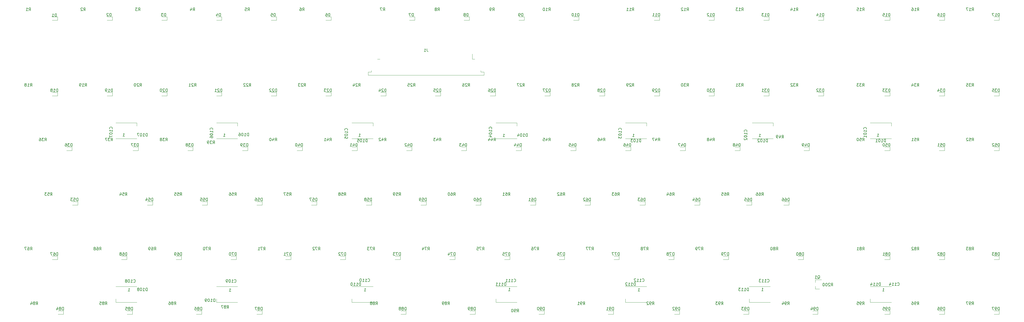
<source format=gbr>
G04 #@! TF.GenerationSoftware,KiCad,Pcbnew,5.1.5-52549c5~84~ubuntu16.04.1*
G04 #@! TF.CreationDate,2019-12-22T20:02:01+06:00*
G04 #@! TF.ProjectId,wasd-keyboard,77617364-2d6b-4657-9962-6f6172642e6b,rev?*
G04 #@! TF.SameCoordinates,Original*
G04 #@! TF.FileFunction,Legend,Bot*
G04 #@! TF.FilePolarity,Positive*
%FSLAX46Y46*%
G04 Gerber Fmt 4.6, Leading zero omitted, Abs format (unit mm)*
G04 Created by KiCad (PCBNEW 5.1.5-52549c5~84~ubuntu16.04.1) date 2019-12-22 20:02:01*
%MOMM*%
%LPD*%
G04 APERTURE LIST*
%ADD10C,0.120000*%
%ADD11C,0.150000*%
G04 APERTURE END LIST*
D10*
X64300000Y-109600000D02*
X66150000Y-109600000D01*
X64300000Y-108400000D02*
X66150000Y-108400000D01*
X66150000Y-108400000D02*
X66150000Y-109600000D01*
X175055000Y-127060000D02*
X175055000Y-127600000D01*
X175055000Y-127600000D02*
X174030000Y-127600000D01*
X174030000Y-127600000D02*
X174030000Y-128710000D01*
X174030000Y-128710000D02*
X214170000Y-128710000D01*
X214170000Y-128710000D02*
X214170000Y-127600000D01*
X214170000Y-127600000D02*
X213145000Y-127600000D01*
X213145000Y-127600000D02*
X213145000Y-127060000D01*
X210990000Y-123090000D02*
X210165000Y-123090000D01*
X210165000Y-123090000D02*
X210165000Y-121290000D01*
X178035000Y-123090000D02*
X177210000Y-123090000D01*
X348350000Y-150750000D02*
X355650000Y-150750000D01*
X348350000Y-145250000D02*
X355650000Y-145250000D01*
X355650000Y-145250000D02*
X355650000Y-146400000D01*
X314650000Y-145250000D02*
X314650000Y-146400000D01*
X307350000Y-145250000D02*
X314650000Y-145250000D01*
X307350000Y-150750000D02*
X314650000Y-150750000D01*
X263350000Y-150750000D02*
X270650000Y-150750000D01*
X263350000Y-145250000D02*
X270650000Y-145250000D01*
X270650000Y-145250000D02*
X270650000Y-146400000D01*
X225650000Y-145250000D02*
X225650000Y-146400000D01*
X218350000Y-145250000D02*
X225650000Y-145250000D01*
X218350000Y-150750000D02*
X225650000Y-150750000D01*
X168350000Y-150750000D02*
X175650000Y-150750000D01*
X168350000Y-145250000D02*
X175650000Y-145250000D01*
X175650000Y-145250000D02*
X175650000Y-146400000D01*
X128650000Y-145250000D02*
X128650000Y-146400000D01*
X121350000Y-145250000D02*
X128650000Y-145250000D01*
X121350000Y-150750000D02*
X128650000Y-150750000D01*
X93650000Y-145250000D02*
X93650000Y-146400000D01*
X86350000Y-145250000D02*
X93650000Y-145250000D01*
X86350000Y-150750000D02*
X93650000Y-150750000D01*
X93650000Y-202250000D02*
X86350000Y-202250000D01*
X93650000Y-207750000D02*
X86350000Y-207750000D01*
X86350000Y-207750000D02*
X86350000Y-206600000D01*
X121350000Y-207750000D02*
X121350000Y-206600000D01*
X128650000Y-207750000D02*
X121350000Y-207750000D01*
X128650000Y-202250000D02*
X121350000Y-202250000D01*
X175650000Y-202250000D02*
X168350000Y-202250000D01*
X175650000Y-207750000D02*
X168350000Y-207750000D01*
X168350000Y-207750000D02*
X168350000Y-206600000D01*
X225650000Y-202250000D02*
X218350000Y-202250000D01*
X225650000Y-207750000D02*
X218350000Y-207750000D01*
X218350000Y-207750000D02*
X218350000Y-206600000D01*
X263350000Y-207750000D02*
X263350000Y-206600000D01*
X270650000Y-207750000D02*
X263350000Y-207750000D01*
X270650000Y-202250000D02*
X263350000Y-202250000D01*
X306350000Y-207750000D02*
X306350000Y-206600000D01*
X313650000Y-207750000D02*
X306350000Y-207750000D01*
X313650000Y-202250000D02*
X306350000Y-202250000D01*
X355650000Y-202250000D02*
X348350000Y-202250000D01*
X355650000Y-207750000D02*
X348350000Y-207750000D01*
X348350000Y-207750000D02*
X348350000Y-206600000D01*
X329240000Y-203080000D02*
X329240000Y-202150000D01*
X329240000Y-199920000D02*
X329240000Y-200850000D01*
X329240000Y-199920000D02*
X331400000Y-199920000D01*
X329240000Y-203080000D02*
X330700000Y-203080000D01*
X83300000Y-109600000D02*
X85150000Y-109600000D01*
X83300000Y-108400000D02*
X85150000Y-108400000D01*
X85150000Y-108400000D02*
X85150000Y-109600000D01*
X102300000Y-109600000D02*
X104150000Y-109600000D01*
X102300000Y-108400000D02*
X104150000Y-108400000D01*
X104150000Y-108400000D02*
X104150000Y-109600000D01*
X121300000Y-109600000D02*
X123150000Y-109600000D01*
X121300000Y-108400000D02*
X123150000Y-108400000D01*
X123150000Y-108400000D02*
X123150000Y-109600000D01*
X140300000Y-109600000D02*
X142150000Y-109600000D01*
X140300000Y-108400000D02*
X142150000Y-108400000D01*
X142150000Y-108400000D02*
X142150000Y-109600000D01*
X159300000Y-109600000D02*
X161150000Y-109600000D01*
X159300000Y-108400000D02*
X161150000Y-108400000D01*
X161150000Y-108400000D02*
X161150000Y-109600000D01*
X190150000Y-108400000D02*
X190150000Y-109600000D01*
X188300000Y-108400000D02*
X190150000Y-108400000D01*
X188300000Y-109600000D02*
X190150000Y-109600000D01*
X207300000Y-109600000D02*
X209150000Y-109600000D01*
X207300000Y-108400000D02*
X209150000Y-108400000D01*
X209150000Y-108400000D02*
X209150000Y-109600000D01*
X226300000Y-109600000D02*
X228150000Y-109600000D01*
X226300000Y-108400000D02*
X228150000Y-108400000D01*
X228150000Y-108400000D02*
X228150000Y-109600000D01*
X245300000Y-109600000D02*
X247150000Y-109600000D01*
X245300000Y-108400000D02*
X247150000Y-108400000D01*
X247150000Y-108400000D02*
X247150000Y-109600000D01*
X273300000Y-109600000D02*
X275150000Y-109600000D01*
X273300000Y-108400000D02*
X275150000Y-108400000D01*
X275150000Y-108400000D02*
X275150000Y-109600000D01*
X294150000Y-108400000D02*
X294150000Y-109600000D01*
X292300000Y-108400000D02*
X294150000Y-108400000D01*
X292300000Y-109600000D02*
X294150000Y-109600000D01*
X311300000Y-109600000D02*
X313150000Y-109600000D01*
X311300000Y-108400000D02*
X313150000Y-108400000D01*
X313150000Y-108400000D02*
X313150000Y-109600000D01*
X330300000Y-109600000D02*
X332150000Y-109600000D01*
X330300000Y-108400000D02*
X332150000Y-108400000D01*
X332150000Y-108400000D02*
X332150000Y-109600000D01*
X355150000Y-108400000D02*
X355150000Y-109600000D01*
X353300000Y-108400000D02*
X355150000Y-108400000D01*
X353300000Y-109600000D02*
X355150000Y-109600000D01*
X374150000Y-108400000D02*
X374150000Y-109600000D01*
X372300000Y-108400000D02*
X374150000Y-108400000D01*
X372300000Y-109600000D02*
X374150000Y-109600000D01*
X391300000Y-109600000D02*
X393150000Y-109600000D01*
X391300000Y-108400000D02*
X393150000Y-108400000D01*
X393150000Y-108400000D02*
X393150000Y-109600000D01*
X64300000Y-135900000D02*
X66150000Y-135900000D01*
X64300000Y-134700000D02*
X66150000Y-134700000D01*
X66150000Y-134700000D02*
X66150000Y-135900000D01*
X85150000Y-134700000D02*
X85150000Y-135900000D01*
X83300000Y-134700000D02*
X85150000Y-134700000D01*
X83300000Y-135900000D02*
X85150000Y-135900000D01*
X102300000Y-135900000D02*
X104150000Y-135900000D01*
X102300000Y-134700000D02*
X104150000Y-134700000D01*
X104150000Y-134700000D02*
X104150000Y-135900000D01*
X123150000Y-134700000D02*
X123150000Y-135900000D01*
X121300000Y-134700000D02*
X123150000Y-134700000D01*
X121300000Y-135900000D02*
X123150000Y-135900000D01*
X142150000Y-134700000D02*
X142150000Y-135900000D01*
X140300000Y-134700000D02*
X142150000Y-134700000D01*
X140300000Y-135900000D02*
X142150000Y-135900000D01*
X159300000Y-135900000D02*
X161150000Y-135900000D01*
X159300000Y-134700000D02*
X161150000Y-134700000D01*
X161150000Y-134700000D02*
X161150000Y-135900000D01*
X178300000Y-135900000D02*
X180150000Y-135900000D01*
X178300000Y-134700000D02*
X180150000Y-134700000D01*
X180150000Y-134700000D02*
X180150000Y-135900000D01*
X197300000Y-135900000D02*
X199150000Y-135900000D01*
X197300000Y-134700000D02*
X199150000Y-134700000D01*
X199150000Y-134700000D02*
X199150000Y-135900000D01*
X216300000Y-135900000D02*
X218150000Y-135900000D01*
X216300000Y-134700000D02*
X218150000Y-134700000D01*
X218150000Y-134700000D02*
X218150000Y-135900000D01*
X237150000Y-134700000D02*
X237150000Y-135900000D01*
X235300000Y-134700000D02*
X237150000Y-134700000D01*
X235300000Y-135900000D02*
X237150000Y-135900000D01*
X256150000Y-134700000D02*
X256150000Y-135900000D01*
X254300000Y-134700000D02*
X256150000Y-134700000D01*
X254300000Y-135900000D02*
X256150000Y-135900000D01*
X275150000Y-134700000D02*
X275150000Y-135900000D01*
X273300000Y-134700000D02*
X275150000Y-134700000D01*
X273300000Y-135900000D02*
X275150000Y-135900000D01*
X294150000Y-134700000D02*
X294150000Y-135900000D01*
X292300000Y-134700000D02*
X294150000Y-134700000D01*
X292300000Y-135900000D02*
X294150000Y-135900000D01*
X313150000Y-134700000D02*
X313150000Y-135900000D01*
X311300000Y-134700000D02*
X313150000Y-134700000D01*
X311300000Y-135900000D02*
X313150000Y-135900000D01*
X330300000Y-135900000D02*
X332150000Y-135900000D01*
X330300000Y-134700000D02*
X332150000Y-134700000D01*
X332150000Y-134700000D02*
X332150000Y-135900000D01*
X353300000Y-135900000D02*
X355150000Y-135900000D01*
X353300000Y-134700000D02*
X355150000Y-134700000D01*
X355150000Y-134700000D02*
X355150000Y-135900000D01*
X372300000Y-135900000D02*
X374150000Y-135900000D01*
X372300000Y-134700000D02*
X374150000Y-134700000D01*
X374150000Y-134700000D02*
X374150000Y-135900000D01*
X393150000Y-134700000D02*
X393150000Y-135900000D01*
X391300000Y-134700000D02*
X393150000Y-134700000D01*
X391300000Y-135900000D02*
X393150000Y-135900000D01*
X71150000Y-153700000D02*
X71150000Y-154900000D01*
X69300000Y-153700000D02*
X71150000Y-153700000D01*
X69300000Y-154900000D02*
X71150000Y-154900000D01*
X94150000Y-153700000D02*
X94150000Y-154900000D01*
X92300000Y-153700000D02*
X94150000Y-153700000D01*
X92300000Y-154900000D02*
X94150000Y-154900000D01*
X113150000Y-153700000D02*
X113150000Y-154900000D01*
X111300000Y-153700000D02*
X113150000Y-153700000D01*
X111300000Y-154900000D02*
X113150000Y-154900000D01*
X132150000Y-153700000D02*
X132150000Y-154900000D01*
X130300000Y-153700000D02*
X132150000Y-153700000D01*
X130300000Y-154900000D02*
X132150000Y-154900000D01*
X149300000Y-154900000D02*
X151150000Y-154900000D01*
X149300000Y-153700000D02*
X151150000Y-153700000D01*
X151150000Y-153700000D02*
X151150000Y-154900000D01*
X168300000Y-154900000D02*
X170150000Y-154900000D01*
X168300000Y-153700000D02*
X170150000Y-153700000D01*
X170150000Y-153700000D02*
X170150000Y-154900000D01*
X189150000Y-153700000D02*
X189150000Y-154900000D01*
X187300000Y-153700000D02*
X189150000Y-153700000D01*
X187300000Y-154900000D02*
X189150000Y-154900000D01*
X206300000Y-154900000D02*
X208150000Y-154900000D01*
X206300000Y-153700000D02*
X208150000Y-153700000D01*
X208150000Y-153700000D02*
X208150000Y-154900000D01*
X227150000Y-153700000D02*
X227150000Y-154900000D01*
X225300000Y-153700000D02*
X227150000Y-153700000D01*
X225300000Y-154900000D02*
X227150000Y-154900000D01*
X246150000Y-153700000D02*
X246150000Y-154900000D01*
X244300000Y-153700000D02*
X246150000Y-153700000D01*
X244300000Y-154900000D02*
X246150000Y-154900000D01*
X263300000Y-154900000D02*
X265150000Y-154900000D01*
X263300000Y-153700000D02*
X265150000Y-153700000D01*
X265150000Y-153700000D02*
X265150000Y-154900000D01*
X284150000Y-153700000D02*
X284150000Y-154900000D01*
X282300000Y-153700000D02*
X284150000Y-153700000D01*
X282300000Y-154900000D02*
X284150000Y-154900000D01*
X303150000Y-153700000D02*
X303150000Y-154900000D01*
X301300000Y-153700000D02*
X303150000Y-153700000D01*
X301300000Y-154900000D02*
X303150000Y-154900000D01*
X327150000Y-153700000D02*
X327150000Y-154900000D01*
X325300000Y-153700000D02*
X327150000Y-153700000D01*
X325300000Y-154900000D02*
X327150000Y-154900000D01*
X355150000Y-153700000D02*
X355150000Y-154900000D01*
X353300000Y-153700000D02*
X355150000Y-153700000D01*
X353300000Y-154900000D02*
X355150000Y-154900000D01*
X372300000Y-154900000D02*
X374150000Y-154900000D01*
X372300000Y-153700000D02*
X374150000Y-153700000D01*
X374150000Y-153700000D02*
X374150000Y-154900000D01*
X393150000Y-153700000D02*
X393150000Y-154900000D01*
X391300000Y-153700000D02*
X393150000Y-153700000D01*
X391300000Y-154900000D02*
X393150000Y-154900000D01*
X73150000Y-172700000D02*
X73150000Y-173900000D01*
X71300000Y-172700000D02*
X73150000Y-172700000D01*
X71300000Y-173900000D02*
X73150000Y-173900000D01*
X97300000Y-173900000D02*
X99150000Y-173900000D01*
X97300000Y-172700000D02*
X99150000Y-172700000D01*
X99150000Y-172700000D02*
X99150000Y-173900000D01*
X118150000Y-172700000D02*
X118150000Y-173900000D01*
X116300000Y-172700000D02*
X118150000Y-172700000D01*
X116300000Y-173900000D02*
X118150000Y-173900000D01*
X135300000Y-173900000D02*
X137150000Y-173900000D01*
X135300000Y-172700000D02*
X137150000Y-172700000D01*
X137150000Y-172700000D02*
X137150000Y-173900000D01*
X156150000Y-172700000D02*
X156150000Y-173900000D01*
X154300000Y-172700000D02*
X156150000Y-172700000D01*
X154300000Y-173900000D02*
X156150000Y-173900000D01*
X175150000Y-172700000D02*
X175150000Y-173900000D01*
X173300000Y-172700000D02*
X175150000Y-172700000D01*
X173300000Y-173900000D02*
X175150000Y-173900000D01*
X194150000Y-172700000D02*
X194150000Y-173900000D01*
X192300000Y-172700000D02*
X194150000Y-172700000D01*
X192300000Y-173900000D02*
X194150000Y-173900000D01*
X213150000Y-172700000D02*
X213150000Y-173900000D01*
X211300000Y-172700000D02*
X213150000Y-172700000D01*
X211300000Y-173900000D02*
X213150000Y-173900000D01*
X230300000Y-173900000D02*
X232150000Y-173900000D01*
X230300000Y-172700000D02*
X232150000Y-172700000D01*
X232150000Y-172700000D02*
X232150000Y-173900000D01*
X251150000Y-172700000D02*
X251150000Y-173900000D01*
X249300000Y-172700000D02*
X251150000Y-172700000D01*
X249300000Y-173900000D02*
X251150000Y-173900000D01*
X268300000Y-173900000D02*
X270150000Y-173900000D01*
X268300000Y-172700000D02*
X270150000Y-172700000D01*
X270150000Y-172700000D02*
X270150000Y-173900000D01*
X287300000Y-173900000D02*
X289150000Y-173900000D01*
X287300000Y-172700000D02*
X289150000Y-172700000D01*
X289150000Y-172700000D02*
X289150000Y-173900000D01*
X307150000Y-172700000D02*
X307150000Y-173900000D01*
X305300000Y-172700000D02*
X307150000Y-172700000D01*
X305300000Y-173900000D02*
X307150000Y-173900000D01*
X318300000Y-173900000D02*
X320150000Y-173900000D01*
X318300000Y-172700000D02*
X320150000Y-172700000D01*
X320150000Y-172700000D02*
X320150000Y-173900000D01*
X66150000Y-191700000D02*
X66150000Y-192900000D01*
X64300000Y-191700000D02*
X66150000Y-191700000D01*
X64300000Y-192900000D02*
X66150000Y-192900000D01*
X88300000Y-192900000D02*
X90150000Y-192900000D01*
X88300000Y-191700000D02*
X90150000Y-191700000D01*
X90150000Y-191700000D02*
X90150000Y-192900000D01*
X109150000Y-191700000D02*
X109150000Y-192900000D01*
X107300000Y-191700000D02*
X109150000Y-191700000D01*
X107300000Y-192900000D02*
X109150000Y-192900000D01*
X126300000Y-192900000D02*
X128150000Y-192900000D01*
X126300000Y-191700000D02*
X128150000Y-191700000D01*
X128150000Y-191700000D02*
X128150000Y-192900000D01*
X145300000Y-192900000D02*
X147150000Y-192900000D01*
X145300000Y-191700000D02*
X147150000Y-191700000D01*
X147150000Y-191700000D02*
X147150000Y-192900000D01*
X164300000Y-192900000D02*
X166150000Y-192900000D01*
X164300000Y-191700000D02*
X166150000Y-191700000D01*
X166150000Y-191700000D02*
X166150000Y-192900000D01*
X185150000Y-191700000D02*
X185150000Y-192900000D01*
X183300000Y-191700000D02*
X185150000Y-191700000D01*
X183300000Y-192900000D02*
X185150000Y-192900000D01*
X204150000Y-191700000D02*
X204150000Y-192900000D01*
X202300000Y-191700000D02*
X204150000Y-191700000D01*
X202300000Y-192900000D02*
X204150000Y-192900000D01*
X223150000Y-191700000D02*
X223150000Y-192900000D01*
X221300000Y-191700000D02*
X223150000Y-191700000D01*
X221300000Y-192900000D02*
X223150000Y-192900000D01*
X240300000Y-192900000D02*
X242150000Y-192900000D01*
X240300000Y-191700000D02*
X242150000Y-191700000D01*
X242150000Y-191700000D02*
X242150000Y-192900000D01*
X261150000Y-191700000D02*
X261150000Y-192900000D01*
X259300000Y-191700000D02*
X261150000Y-191700000D01*
X259300000Y-192900000D02*
X261150000Y-192900000D01*
X278300000Y-192900000D02*
X280150000Y-192900000D01*
X278300000Y-191700000D02*
X280150000Y-191700000D01*
X280150000Y-191700000D02*
X280150000Y-192900000D01*
X297300000Y-192900000D02*
X299150000Y-192900000D01*
X297300000Y-191700000D02*
X299150000Y-191700000D01*
X299150000Y-191700000D02*
X299150000Y-192900000D01*
X325150000Y-191700000D02*
X325150000Y-192900000D01*
X323300000Y-191700000D02*
X325150000Y-191700000D01*
X323300000Y-192900000D02*
X325150000Y-192900000D01*
X355150000Y-191700000D02*
X355150000Y-192900000D01*
X353300000Y-191700000D02*
X355150000Y-191700000D01*
X353300000Y-192900000D02*
X355150000Y-192900000D01*
X372300000Y-192900000D02*
X374150000Y-192900000D01*
X372300000Y-191700000D02*
X374150000Y-191700000D01*
X374150000Y-191700000D02*
X374150000Y-192900000D01*
X391300000Y-192900000D02*
X393150000Y-192900000D01*
X391300000Y-191700000D02*
X393150000Y-191700000D01*
X393150000Y-191700000D02*
X393150000Y-192900000D01*
X66300000Y-211900000D02*
X68150000Y-211900000D01*
X66300000Y-210700000D02*
X68150000Y-210700000D01*
X68150000Y-210700000D02*
X68150000Y-211900000D01*
X90300000Y-211900000D02*
X92150000Y-211900000D01*
X90300000Y-210700000D02*
X92150000Y-210700000D01*
X92150000Y-210700000D02*
X92150000Y-211900000D01*
X114300000Y-211900000D02*
X116150000Y-211900000D01*
X114300000Y-210700000D02*
X116150000Y-210700000D01*
X116150000Y-210700000D02*
X116150000Y-211900000D01*
X135300000Y-211900000D02*
X137150000Y-211900000D01*
X135300000Y-210700000D02*
X137150000Y-210700000D01*
X137150000Y-210700000D02*
X137150000Y-211900000D01*
X187150000Y-210700000D02*
X187150000Y-211900000D01*
X185300000Y-210700000D02*
X187150000Y-210700000D01*
X185300000Y-211900000D02*
X187150000Y-211900000D01*
X209300000Y-211900000D02*
X211150000Y-211900000D01*
X209300000Y-210700000D02*
X211150000Y-210700000D01*
X211150000Y-210700000D02*
X211150000Y-211900000D01*
X235150000Y-210700000D02*
X235150000Y-211900000D01*
X233300000Y-210700000D02*
X235150000Y-210700000D01*
X233300000Y-211900000D02*
X235150000Y-211900000D01*
X259150000Y-210700000D02*
X259150000Y-211900000D01*
X257300000Y-210700000D02*
X259150000Y-210700000D01*
X257300000Y-211900000D02*
X259150000Y-211900000D01*
X280300000Y-211900000D02*
X282150000Y-211900000D01*
X280300000Y-210700000D02*
X282150000Y-210700000D01*
X282150000Y-210700000D02*
X282150000Y-211900000D01*
X304300000Y-211900000D02*
X306150000Y-211900000D01*
X304300000Y-210700000D02*
X306150000Y-210700000D01*
X306150000Y-210700000D02*
X306150000Y-211900000D01*
X330150000Y-210700000D02*
X330150000Y-211900000D01*
X328300000Y-210700000D02*
X330150000Y-210700000D01*
X328300000Y-211900000D02*
X330150000Y-211900000D01*
X355150000Y-210700000D02*
X355150000Y-211900000D01*
X353300000Y-210700000D02*
X355150000Y-210700000D01*
X353300000Y-211900000D02*
X355150000Y-211900000D01*
X374150000Y-210700000D02*
X374150000Y-211900000D01*
X372300000Y-210700000D02*
X374150000Y-210700000D01*
X372300000Y-211900000D02*
X374150000Y-211900000D01*
X393150000Y-210700000D02*
X393150000Y-211900000D01*
X391300000Y-210700000D02*
X393150000Y-210700000D01*
X391300000Y-211900000D02*
X393150000Y-211900000D01*
D11*
X65738095Y-108282380D02*
X65738095Y-107282380D01*
X65500000Y-107282380D01*
X65357142Y-107330000D01*
X65261904Y-107425238D01*
X65214285Y-107520476D01*
X65166666Y-107710952D01*
X65166666Y-107853809D01*
X65214285Y-108044285D01*
X65261904Y-108139523D01*
X65357142Y-108234761D01*
X65500000Y-108282380D01*
X65738095Y-108282380D01*
X64214285Y-108282380D02*
X64785714Y-108282380D01*
X64500000Y-108282380D02*
X64500000Y-107282380D01*
X64595238Y-107425238D01*
X64690476Y-107520476D01*
X64785714Y-107568095D01*
X75166666Y-106282380D02*
X75500000Y-105806190D01*
X75738095Y-106282380D02*
X75738095Y-105282380D01*
X75357142Y-105282380D01*
X75261904Y-105330000D01*
X75214285Y-105377619D01*
X75166666Y-105472857D01*
X75166666Y-105615714D01*
X75214285Y-105710952D01*
X75261904Y-105758571D01*
X75357142Y-105806190D01*
X75738095Y-105806190D01*
X74785714Y-105377619D02*
X74738095Y-105330000D01*
X74642857Y-105282380D01*
X74404761Y-105282380D01*
X74309523Y-105330000D01*
X74261904Y-105377619D01*
X74214285Y-105472857D01*
X74214285Y-105568095D01*
X74261904Y-105710952D01*
X74833333Y-106282380D01*
X74214285Y-106282380D01*
X194433333Y-119452380D02*
X194433333Y-120166666D01*
X194480952Y-120309523D01*
X194576190Y-120404761D01*
X194719047Y-120452380D01*
X194814285Y-120452380D01*
X193433333Y-120452380D02*
X194004761Y-120452380D01*
X193719047Y-120452380D02*
X193719047Y-119452380D01*
X193814285Y-119595238D01*
X193909523Y-119690476D01*
X194004761Y-119738095D01*
X56166666Y-106282380D02*
X56500000Y-105806190D01*
X56738095Y-106282380D02*
X56738095Y-105282380D01*
X56357142Y-105282380D01*
X56261904Y-105330000D01*
X56214285Y-105377619D01*
X56166666Y-105472857D01*
X56166666Y-105615714D01*
X56214285Y-105710952D01*
X56261904Y-105758571D01*
X56357142Y-105806190D01*
X56738095Y-105806190D01*
X55214285Y-106282380D02*
X55785714Y-106282380D01*
X55500000Y-106282380D02*
X55500000Y-105282380D01*
X55595238Y-105425238D01*
X55690476Y-105520476D01*
X55785714Y-105568095D01*
X94166666Y-106282380D02*
X94500000Y-105806190D01*
X94738095Y-106282380D02*
X94738095Y-105282380D01*
X94357142Y-105282380D01*
X94261904Y-105330000D01*
X94214285Y-105377619D01*
X94166666Y-105472857D01*
X94166666Y-105615714D01*
X94214285Y-105710952D01*
X94261904Y-105758571D01*
X94357142Y-105806190D01*
X94738095Y-105806190D01*
X93833333Y-105282380D02*
X93214285Y-105282380D01*
X93547619Y-105663333D01*
X93404761Y-105663333D01*
X93309523Y-105710952D01*
X93261904Y-105758571D01*
X93214285Y-105853809D01*
X93214285Y-106091904D01*
X93261904Y-106187142D01*
X93309523Y-106234761D01*
X93404761Y-106282380D01*
X93690476Y-106282380D01*
X93785714Y-106234761D01*
X93833333Y-106187142D01*
X113166666Y-106282380D02*
X113500000Y-105806190D01*
X113738095Y-106282380D02*
X113738095Y-105282380D01*
X113357142Y-105282380D01*
X113261904Y-105330000D01*
X113214285Y-105377619D01*
X113166666Y-105472857D01*
X113166666Y-105615714D01*
X113214285Y-105710952D01*
X113261904Y-105758571D01*
X113357142Y-105806190D01*
X113738095Y-105806190D01*
X112309523Y-105615714D02*
X112309523Y-106282380D01*
X112547619Y-105234761D02*
X112785714Y-105949047D01*
X112166666Y-105949047D01*
X132166666Y-106282380D02*
X132500000Y-105806190D01*
X132738095Y-106282380D02*
X132738095Y-105282380D01*
X132357142Y-105282380D01*
X132261904Y-105330000D01*
X132214285Y-105377619D01*
X132166666Y-105472857D01*
X132166666Y-105615714D01*
X132214285Y-105710952D01*
X132261904Y-105758571D01*
X132357142Y-105806190D01*
X132738095Y-105806190D01*
X131261904Y-105282380D02*
X131738095Y-105282380D01*
X131785714Y-105758571D01*
X131738095Y-105710952D01*
X131642857Y-105663333D01*
X131404761Y-105663333D01*
X131309523Y-105710952D01*
X131261904Y-105758571D01*
X131214285Y-105853809D01*
X131214285Y-106091904D01*
X131261904Y-106187142D01*
X131309523Y-106234761D01*
X131404761Y-106282380D01*
X131642857Y-106282380D01*
X131738095Y-106234761D01*
X131785714Y-106187142D01*
X151166666Y-106282380D02*
X151500000Y-105806190D01*
X151738095Y-106282380D02*
X151738095Y-105282380D01*
X151357142Y-105282380D01*
X151261904Y-105330000D01*
X151214285Y-105377619D01*
X151166666Y-105472857D01*
X151166666Y-105615714D01*
X151214285Y-105710952D01*
X151261904Y-105758571D01*
X151357142Y-105806190D01*
X151738095Y-105806190D01*
X150309523Y-105282380D02*
X150500000Y-105282380D01*
X150595238Y-105330000D01*
X150642857Y-105377619D01*
X150738095Y-105520476D01*
X150785714Y-105710952D01*
X150785714Y-106091904D01*
X150738095Y-106187142D01*
X150690476Y-106234761D01*
X150595238Y-106282380D01*
X150404761Y-106282380D01*
X150309523Y-106234761D01*
X150261904Y-106187142D01*
X150214285Y-106091904D01*
X150214285Y-105853809D01*
X150261904Y-105758571D01*
X150309523Y-105710952D01*
X150404761Y-105663333D01*
X150595238Y-105663333D01*
X150690476Y-105710952D01*
X150738095Y-105758571D01*
X150785714Y-105853809D01*
X179166666Y-106282380D02*
X179500000Y-105806190D01*
X179738095Y-106282380D02*
X179738095Y-105282380D01*
X179357142Y-105282380D01*
X179261904Y-105330000D01*
X179214285Y-105377619D01*
X179166666Y-105472857D01*
X179166666Y-105615714D01*
X179214285Y-105710952D01*
X179261904Y-105758571D01*
X179357142Y-105806190D01*
X179738095Y-105806190D01*
X178833333Y-105282380D02*
X178166666Y-105282380D01*
X178595238Y-106282380D01*
X198166666Y-106282380D02*
X198500000Y-105806190D01*
X198738095Y-106282380D02*
X198738095Y-105282380D01*
X198357142Y-105282380D01*
X198261904Y-105330000D01*
X198214285Y-105377619D01*
X198166666Y-105472857D01*
X198166666Y-105615714D01*
X198214285Y-105710952D01*
X198261904Y-105758571D01*
X198357142Y-105806190D01*
X198738095Y-105806190D01*
X197595238Y-105710952D02*
X197690476Y-105663333D01*
X197738095Y-105615714D01*
X197785714Y-105520476D01*
X197785714Y-105472857D01*
X197738095Y-105377619D01*
X197690476Y-105330000D01*
X197595238Y-105282380D01*
X197404761Y-105282380D01*
X197309523Y-105330000D01*
X197261904Y-105377619D01*
X197214285Y-105472857D01*
X197214285Y-105520476D01*
X197261904Y-105615714D01*
X197309523Y-105663333D01*
X197404761Y-105710952D01*
X197595238Y-105710952D01*
X197690476Y-105758571D01*
X197738095Y-105806190D01*
X197785714Y-105901428D01*
X197785714Y-106091904D01*
X197738095Y-106187142D01*
X197690476Y-106234761D01*
X197595238Y-106282380D01*
X197404761Y-106282380D01*
X197309523Y-106234761D01*
X197261904Y-106187142D01*
X197214285Y-106091904D01*
X197214285Y-105901428D01*
X197261904Y-105806190D01*
X197309523Y-105758571D01*
X197404761Y-105710952D01*
X217166666Y-106282380D02*
X217500000Y-105806190D01*
X217738095Y-106282380D02*
X217738095Y-105282380D01*
X217357142Y-105282380D01*
X217261904Y-105330000D01*
X217214285Y-105377619D01*
X217166666Y-105472857D01*
X217166666Y-105615714D01*
X217214285Y-105710952D01*
X217261904Y-105758571D01*
X217357142Y-105806190D01*
X217738095Y-105806190D01*
X216690476Y-106282380D02*
X216500000Y-106282380D01*
X216404761Y-106234761D01*
X216357142Y-106187142D01*
X216261904Y-106044285D01*
X216214285Y-105853809D01*
X216214285Y-105472857D01*
X216261904Y-105377619D01*
X216309523Y-105330000D01*
X216404761Y-105282380D01*
X216595238Y-105282380D01*
X216690476Y-105330000D01*
X216738095Y-105377619D01*
X216785714Y-105472857D01*
X216785714Y-105710952D01*
X216738095Y-105806190D01*
X216690476Y-105853809D01*
X216595238Y-105901428D01*
X216404761Y-105901428D01*
X216309523Y-105853809D01*
X216261904Y-105806190D01*
X216214285Y-105710952D01*
X236642857Y-106282380D02*
X236976190Y-105806190D01*
X237214285Y-106282380D02*
X237214285Y-105282380D01*
X236833333Y-105282380D01*
X236738095Y-105330000D01*
X236690476Y-105377619D01*
X236642857Y-105472857D01*
X236642857Y-105615714D01*
X236690476Y-105710952D01*
X236738095Y-105758571D01*
X236833333Y-105806190D01*
X237214285Y-105806190D01*
X235690476Y-106282380D02*
X236261904Y-106282380D01*
X235976190Y-106282380D02*
X235976190Y-105282380D01*
X236071428Y-105425238D01*
X236166666Y-105520476D01*
X236261904Y-105568095D01*
X235071428Y-105282380D02*
X234976190Y-105282380D01*
X234880952Y-105330000D01*
X234833333Y-105377619D01*
X234785714Y-105472857D01*
X234738095Y-105663333D01*
X234738095Y-105901428D01*
X234785714Y-106091904D01*
X234833333Y-106187142D01*
X234880952Y-106234761D01*
X234976190Y-106282380D01*
X235071428Y-106282380D01*
X235166666Y-106234761D01*
X235214285Y-106187142D01*
X235261904Y-106091904D01*
X235309523Y-105901428D01*
X235309523Y-105663333D01*
X235261904Y-105472857D01*
X235214285Y-105377619D01*
X235166666Y-105330000D01*
X235071428Y-105282380D01*
X265642857Y-106282380D02*
X265976190Y-105806190D01*
X266214285Y-106282380D02*
X266214285Y-105282380D01*
X265833333Y-105282380D01*
X265738095Y-105330000D01*
X265690476Y-105377619D01*
X265642857Y-105472857D01*
X265642857Y-105615714D01*
X265690476Y-105710952D01*
X265738095Y-105758571D01*
X265833333Y-105806190D01*
X266214285Y-105806190D01*
X264690476Y-106282380D02*
X265261904Y-106282380D01*
X264976190Y-106282380D02*
X264976190Y-105282380D01*
X265071428Y-105425238D01*
X265166666Y-105520476D01*
X265261904Y-105568095D01*
X263738095Y-106282380D02*
X264309523Y-106282380D01*
X264023809Y-106282380D02*
X264023809Y-105282380D01*
X264119047Y-105425238D01*
X264214285Y-105520476D01*
X264309523Y-105568095D01*
X284642857Y-106282380D02*
X284976190Y-105806190D01*
X285214285Y-106282380D02*
X285214285Y-105282380D01*
X284833333Y-105282380D01*
X284738095Y-105330000D01*
X284690476Y-105377619D01*
X284642857Y-105472857D01*
X284642857Y-105615714D01*
X284690476Y-105710952D01*
X284738095Y-105758571D01*
X284833333Y-105806190D01*
X285214285Y-105806190D01*
X283690476Y-106282380D02*
X284261904Y-106282380D01*
X283976190Y-106282380D02*
X283976190Y-105282380D01*
X284071428Y-105425238D01*
X284166666Y-105520476D01*
X284261904Y-105568095D01*
X283309523Y-105377619D02*
X283261904Y-105330000D01*
X283166666Y-105282380D01*
X282928571Y-105282380D01*
X282833333Y-105330000D01*
X282785714Y-105377619D01*
X282738095Y-105472857D01*
X282738095Y-105568095D01*
X282785714Y-105710952D01*
X283357142Y-106282380D01*
X282738095Y-106282380D01*
X303642857Y-106282380D02*
X303976190Y-105806190D01*
X304214285Y-106282380D02*
X304214285Y-105282380D01*
X303833333Y-105282380D01*
X303738095Y-105330000D01*
X303690476Y-105377619D01*
X303642857Y-105472857D01*
X303642857Y-105615714D01*
X303690476Y-105710952D01*
X303738095Y-105758571D01*
X303833333Y-105806190D01*
X304214285Y-105806190D01*
X302690476Y-106282380D02*
X303261904Y-106282380D01*
X302976190Y-106282380D02*
X302976190Y-105282380D01*
X303071428Y-105425238D01*
X303166666Y-105520476D01*
X303261904Y-105568095D01*
X302357142Y-105282380D02*
X301738095Y-105282380D01*
X302071428Y-105663333D01*
X301928571Y-105663333D01*
X301833333Y-105710952D01*
X301785714Y-105758571D01*
X301738095Y-105853809D01*
X301738095Y-106091904D01*
X301785714Y-106187142D01*
X301833333Y-106234761D01*
X301928571Y-106282380D01*
X302214285Y-106282380D01*
X302309523Y-106234761D01*
X302357142Y-106187142D01*
X322642857Y-106282380D02*
X322976190Y-105806190D01*
X323214285Y-106282380D02*
X323214285Y-105282380D01*
X322833333Y-105282380D01*
X322738095Y-105330000D01*
X322690476Y-105377619D01*
X322642857Y-105472857D01*
X322642857Y-105615714D01*
X322690476Y-105710952D01*
X322738095Y-105758571D01*
X322833333Y-105806190D01*
X323214285Y-105806190D01*
X321690476Y-106282380D02*
X322261904Y-106282380D01*
X321976190Y-106282380D02*
X321976190Y-105282380D01*
X322071428Y-105425238D01*
X322166666Y-105520476D01*
X322261904Y-105568095D01*
X320833333Y-105615714D02*
X320833333Y-106282380D01*
X321071428Y-105234761D02*
X321309523Y-105949047D01*
X320690476Y-105949047D01*
X345642857Y-106282380D02*
X345976190Y-105806190D01*
X346214285Y-106282380D02*
X346214285Y-105282380D01*
X345833333Y-105282380D01*
X345738095Y-105330000D01*
X345690476Y-105377619D01*
X345642857Y-105472857D01*
X345642857Y-105615714D01*
X345690476Y-105710952D01*
X345738095Y-105758571D01*
X345833333Y-105806190D01*
X346214285Y-105806190D01*
X344690476Y-106282380D02*
X345261904Y-106282380D01*
X344976190Y-106282380D02*
X344976190Y-105282380D01*
X345071428Y-105425238D01*
X345166666Y-105520476D01*
X345261904Y-105568095D01*
X343785714Y-105282380D02*
X344261904Y-105282380D01*
X344309523Y-105758571D01*
X344261904Y-105710952D01*
X344166666Y-105663333D01*
X343928571Y-105663333D01*
X343833333Y-105710952D01*
X343785714Y-105758571D01*
X343738095Y-105853809D01*
X343738095Y-106091904D01*
X343785714Y-106187142D01*
X343833333Y-106234761D01*
X343928571Y-106282380D01*
X344166666Y-106282380D01*
X344261904Y-106234761D01*
X344309523Y-106187142D01*
X364642857Y-106282380D02*
X364976190Y-105806190D01*
X365214285Y-106282380D02*
X365214285Y-105282380D01*
X364833333Y-105282380D01*
X364738095Y-105330000D01*
X364690476Y-105377619D01*
X364642857Y-105472857D01*
X364642857Y-105615714D01*
X364690476Y-105710952D01*
X364738095Y-105758571D01*
X364833333Y-105806190D01*
X365214285Y-105806190D01*
X363690476Y-106282380D02*
X364261904Y-106282380D01*
X363976190Y-106282380D02*
X363976190Y-105282380D01*
X364071428Y-105425238D01*
X364166666Y-105520476D01*
X364261904Y-105568095D01*
X362833333Y-105282380D02*
X363023809Y-105282380D01*
X363119047Y-105330000D01*
X363166666Y-105377619D01*
X363261904Y-105520476D01*
X363309523Y-105710952D01*
X363309523Y-106091904D01*
X363261904Y-106187142D01*
X363214285Y-106234761D01*
X363119047Y-106282380D01*
X362928571Y-106282380D01*
X362833333Y-106234761D01*
X362785714Y-106187142D01*
X362738095Y-106091904D01*
X362738095Y-105853809D01*
X362785714Y-105758571D01*
X362833333Y-105710952D01*
X362928571Y-105663333D01*
X363119047Y-105663333D01*
X363214285Y-105710952D01*
X363261904Y-105758571D01*
X363309523Y-105853809D01*
X383642857Y-106282380D02*
X383976190Y-105806190D01*
X384214285Y-106282380D02*
X384214285Y-105282380D01*
X383833333Y-105282380D01*
X383738095Y-105330000D01*
X383690476Y-105377619D01*
X383642857Y-105472857D01*
X383642857Y-105615714D01*
X383690476Y-105710952D01*
X383738095Y-105758571D01*
X383833333Y-105806190D01*
X384214285Y-105806190D01*
X382690476Y-106282380D02*
X383261904Y-106282380D01*
X382976190Y-106282380D02*
X382976190Y-105282380D01*
X383071428Y-105425238D01*
X383166666Y-105520476D01*
X383261904Y-105568095D01*
X382357142Y-105282380D02*
X381690476Y-105282380D01*
X382119047Y-106282380D01*
X56642857Y-132582380D02*
X56976190Y-132106190D01*
X57214285Y-132582380D02*
X57214285Y-131582380D01*
X56833333Y-131582380D01*
X56738095Y-131630000D01*
X56690476Y-131677619D01*
X56642857Y-131772857D01*
X56642857Y-131915714D01*
X56690476Y-132010952D01*
X56738095Y-132058571D01*
X56833333Y-132106190D01*
X57214285Y-132106190D01*
X55690476Y-132582380D02*
X56261904Y-132582380D01*
X55976190Y-132582380D02*
X55976190Y-131582380D01*
X56071428Y-131725238D01*
X56166666Y-131820476D01*
X56261904Y-131868095D01*
X55119047Y-132010952D02*
X55214285Y-131963333D01*
X55261904Y-131915714D01*
X55309523Y-131820476D01*
X55309523Y-131772857D01*
X55261904Y-131677619D01*
X55214285Y-131630000D01*
X55119047Y-131582380D01*
X54928571Y-131582380D01*
X54833333Y-131630000D01*
X54785714Y-131677619D01*
X54738095Y-131772857D01*
X54738095Y-131820476D01*
X54785714Y-131915714D01*
X54833333Y-131963333D01*
X54928571Y-132010952D01*
X55119047Y-132010952D01*
X55214285Y-132058571D01*
X55261904Y-132106190D01*
X55309523Y-132201428D01*
X55309523Y-132391904D01*
X55261904Y-132487142D01*
X55214285Y-132534761D01*
X55119047Y-132582380D01*
X54928571Y-132582380D01*
X54833333Y-132534761D01*
X54785714Y-132487142D01*
X54738095Y-132391904D01*
X54738095Y-132201428D01*
X54785714Y-132106190D01*
X54833333Y-132058571D01*
X54928571Y-132010952D01*
X75642857Y-132582380D02*
X75976190Y-132106190D01*
X76214285Y-132582380D02*
X76214285Y-131582380D01*
X75833333Y-131582380D01*
X75738095Y-131630000D01*
X75690476Y-131677619D01*
X75642857Y-131772857D01*
X75642857Y-131915714D01*
X75690476Y-132010952D01*
X75738095Y-132058571D01*
X75833333Y-132106190D01*
X76214285Y-132106190D01*
X74690476Y-132582380D02*
X75261904Y-132582380D01*
X74976190Y-132582380D02*
X74976190Y-131582380D01*
X75071428Y-131725238D01*
X75166666Y-131820476D01*
X75261904Y-131868095D01*
X74214285Y-132582380D02*
X74023809Y-132582380D01*
X73928571Y-132534761D01*
X73880952Y-132487142D01*
X73785714Y-132344285D01*
X73738095Y-132153809D01*
X73738095Y-131772857D01*
X73785714Y-131677619D01*
X73833333Y-131630000D01*
X73928571Y-131582380D01*
X74119047Y-131582380D01*
X74214285Y-131630000D01*
X74261904Y-131677619D01*
X74309523Y-131772857D01*
X74309523Y-132010952D01*
X74261904Y-132106190D01*
X74214285Y-132153809D01*
X74119047Y-132201428D01*
X73928571Y-132201428D01*
X73833333Y-132153809D01*
X73785714Y-132106190D01*
X73738095Y-132010952D01*
X94642857Y-132582380D02*
X94976190Y-132106190D01*
X95214285Y-132582380D02*
X95214285Y-131582380D01*
X94833333Y-131582380D01*
X94738095Y-131630000D01*
X94690476Y-131677619D01*
X94642857Y-131772857D01*
X94642857Y-131915714D01*
X94690476Y-132010952D01*
X94738095Y-132058571D01*
X94833333Y-132106190D01*
X95214285Y-132106190D01*
X94261904Y-131677619D02*
X94214285Y-131630000D01*
X94119047Y-131582380D01*
X93880952Y-131582380D01*
X93785714Y-131630000D01*
X93738095Y-131677619D01*
X93690476Y-131772857D01*
X93690476Y-131868095D01*
X93738095Y-132010952D01*
X94309523Y-132582380D01*
X93690476Y-132582380D01*
X93071428Y-131582380D02*
X92976190Y-131582380D01*
X92880952Y-131630000D01*
X92833333Y-131677619D01*
X92785714Y-131772857D01*
X92738095Y-131963333D01*
X92738095Y-132201428D01*
X92785714Y-132391904D01*
X92833333Y-132487142D01*
X92880952Y-132534761D01*
X92976190Y-132582380D01*
X93071428Y-132582380D01*
X93166666Y-132534761D01*
X93214285Y-132487142D01*
X93261904Y-132391904D01*
X93309523Y-132201428D01*
X93309523Y-131963333D01*
X93261904Y-131772857D01*
X93214285Y-131677619D01*
X93166666Y-131630000D01*
X93071428Y-131582380D01*
X113642857Y-132582380D02*
X113976190Y-132106190D01*
X114214285Y-132582380D02*
X114214285Y-131582380D01*
X113833333Y-131582380D01*
X113738095Y-131630000D01*
X113690476Y-131677619D01*
X113642857Y-131772857D01*
X113642857Y-131915714D01*
X113690476Y-132010952D01*
X113738095Y-132058571D01*
X113833333Y-132106190D01*
X114214285Y-132106190D01*
X113261904Y-131677619D02*
X113214285Y-131630000D01*
X113119047Y-131582380D01*
X112880952Y-131582380D01*
X112785714Y-131630000D01*
X112738095Y-131677619D01*
X112690476Y-131772857D01*
X112690476Y-131868095D01*
X112738095Y-132010952D01*
X113309523Y-132582380D01*
X112690476Y-132582380D01*
X111738095Y-132582380D02*
X112309523Y-132582380D01*
X112023809Y-132582380D02*
X112023809Y-131582380D01*
X112119047Y-131725238D01*
X112214285Y-131820476D01*
X112309523Y-131868095D01*
X132642857Y-132582380D02*
X132976190Y-132106190D01*
X133214285Y-132582380D02*
X133214285Y-131582380D01*
X132833333Y-131582380D01*
X132738095Y-131630000D01*
X132690476Y-131677619D01*
X132642857Y-131772857D01*
X132642857Y-131915714D01*
X132690476Y-132010952D01*
X132738095Y-132058571D01*
X132833333Y-132106190D01*
X133214285Y-132106190D01*
X132261904Y-131677619D02*
X132214285Y-131630000D01*
X132119047Y-131582380D01*
X131880952Y-131582380D01*
X131785714Y-131630000D01*
X131738095Y-131677619D01*
X131690476Y-131772857D01*
X131690476Y-131868095D01*
X131738095Y-132010952D01*
X132309523Y-132582380D01*
X131690476Y-132582380D01*
X131309523Y-131677619D02*
X131261904Y-131630000D01*
X131166666Y-131582380D01*
X130928571Y-131582380D01*
X130833333Y-131630000D01*
X130785714Y-131677619D01*
X130738095Y-131772857D01*
X130738095Y-131868095D01*
X130785714Y-132010952D01*
X131357142Y-132582380D01*
X130738095Y-132582380D01*
X151642857Y-132582380D02*
X151976190Y-132106190D01*
X152214285Y-132582380D02*
X152214285Y-131582380D01*
X151833333Y-131582380D01*
X151738095Y-131630000D01*
X151690476Y-131677619D01*
X151642857Y-131772857D01*
X151642857Y-131915714D01*
X151690476Y-132010952D01*
X151738095Y-132058571D01*
X151833333Y-132106190D01*
X152214285Y-132106190D01*
X151261904Y-131677619D02*
X151214285Y-131630000D01*
X151119047Y-131582380D01*
X150880952Y-131582380D01*
X150785714Y-131630000D01*
X150738095Y-131677619D01*
X150690476Y-131772857D01*
X150690476Y-131868095D01*
X150738095Y-132010952D01*
X151309523Y-132582380D01*
X150690476Y-132582380D01*
X150357142Y-131582380D02*
X149738095Y-131582380D01*
X150071428Y-131963333D01*
X149928571Y-131963333D01*
X149833333Y-132010952D01*
X149785714Y-132058571D01*
X149738095Y-132153809D01*
X149738095Y-132391904D01*
X149785714Y-132487142D01*
X149833333Y-132534761D01*
X149928571Y-132582380D01*
X150214285Y-132582380D01*
X150309523Y-132534761D01*
X150357142Y-132487142D01*
X170642857Y-132582380D02*
X170976190Y-132106190D01*
X171214285Y-132582380D02*
X171214285Y-131582380D01*
X170833333Y-131582380D01*
X170738095Y-131630000D01*
X170690476Y-131677619D01*
X170642857Y-131772857D01*
X170642857Y-131915714D01*
X170690476Y-132010952D01*
X170738095Y-132058571D01*
X170833333Y-132106190D01*
X171214285Y-132106190D01*
X170261904Y-131677619D02*
X170214285Y-131630000D01*
X170119047Y-131582380D01*
X169880952Y-131582380D01*
X169785714Y-131630000D01*
X169738095Y-131677619D01*
X169690476Y-131772857D01*
X169690476Y-131868095D01*
X169738095Y-132010952D01*
X170309523Y-132582380D01*
X169690476Y-132582380D01*
X168833333Y-131915714D02*
X168833333Y-132582380D01*
X169071428Y-131534761D02*
X169309523Y-132249047D01*
X168690476Y-132249047D01*
X189642857Y-132582380D02*
X189976190Y-132106190D01*
X190214285Y-132582380D02*
X190214285Y-131582380D01*
X189833333Y-131582380D01*
X189738095Y-131630000D01*
X189690476Y-131677619D01*
X189642857Y-131772857D01*
X189642857Y-131915714D01*
X189690476Y-132010952D01*
X189738095Y-132058571D01*
X189833333Y-132106190D01*
X190214285Y-132106190D01*
X189261904Y-131677619D02*
X189214285Y-131630000D01*
X189119047Y-131582380D01*
X188880952Y-131582380D01*
X188785714Y-131630000D01*
X188738095Y-131677619D01*
X188690476Y-131772857D01*
X188690476Y-131868095D01*
X188738095Y-132010952D01*
X189309523Y-132582380D01*
X188690476Y-132582380D01*
X187785714Y-131582380D02*
X188261904Y-131582380D01*
X188309523Y-132058571D01*
X188261904Y-132010952D01*
X188166666Y-131963333D01*
X187928571Y-131963333D01*
X187833333Y-132010952D01*
X187785714Y-132058571D01*
X187738095Y-132153809D01*
X187738095Y-132391904D01*
X187785714Y-132487142D01*
X187833333Y-132534761D01*
X187928571Y-132582380D01*
X188166666Y-132582380D01*
X188261904Y-132534761D01*
X188309523Y-132487142D01*
X208642857Y-132582380D02*
X208976190Y-132106190D01*
X209214285Y-132582380D02*
X209214285Y-131582380D01*
X208833333Y-131582380D01*
X208738095Y-131630000D01*
X208690476Y-131677619D01*
X208642857Y-131772857D01*
X208642857Y-131915714D01*
X208690476Y-132010952D01*
X208738095Y-132058571D01*
X208833333Y-132106190D01*
X209214285Y-132106190D01*
X208261904Y-131677619D02*
X208214285Y-131630000D01*
X208119047Y-131582380D01*
X207880952Y-131582380D01*
X207785714Y-131630000D01*
X207738095Y-131677619D01*
X207690476Y-131772857D01*
X207690476Y-131868095D01*
X207738095Y-132010952D01*
X208309523Y-132582380D01*
X207690476Y-132582380D01*
X206833333Y-131582380D02*
X207023809Y-131582380D01*
X207119047Y-131630000D01*
X207166666Y-131677619D01*
X207261904Y-131820476D01*
X207309523Y-132010952D01*
X207309523Y-132391904D01*
X207261904Y-132487142D01*
X207214285Y-132534761D01*
X207119047Y-132582380D01*
X206928571Y-132582380D01*
X206833333Y-132534761D01*
X206785714Y-132487142D01*
X206738095Y-132391904D01*
X206738095Y-132153809D01*
X206785714Y-132058571D01*
X206833333Y-132010952D01*
X206928571Y-131963333D01*
X207119047Y-131963333D01*
X207214285Y-132010952D01*
X207261904Y-132058571D01*
X207309523Y-132153809D01*
X227642857Y-132582380D02*
X227976190Y-132106190D01*
X228214285Y-132582380D02*
X228214285Y-131582380D01*
X227833333Y-131582380D01*
X227738095Y-131630000D01*
X227690476Y-131677619D01*
X227642857Y-131772857D01*
X227642857Y-131915714D01*
X227690476Y-132010952D01*
X227738095Y-132058571D01*
X227833333Y-132106190D01*
X228214285Y-132106190D01*
X227261904Y-131677619D02*
X227214285Y-131630000D01*
X227119047Y-131582380D01*
X226880952Y-131582380D01*
X226785714Y-131630000D01*
X226738095Y-131677619D01*
X226690476Y-131772857D01*
X226690476Y-131868095D01*
X226738095Y-132010952D01*
X227309523Y-132582380D01*
X226690476Y-132582380D01*
X226357142Y-131582380D02*
X225690476Y-131582380D01*
X226119047Y-132582380D01*
X246642857Y-132582380D02*
X246976190Y-132106190D01*
X247214285Y-132582380D02*
X247214285Y-131582380D01*
X246833333Y-131582380D01*
X246738095Y-131630000D01*
X246690476Y-131677619D01*
X246642857Y-131772857D01*
X246642857Y-131915714D01*
X246690476Y-132010952D01*
X246738095Y-132058571D01*
X246833333Y-132106190D01*
X247214285Y-132106190D01*
X246261904Y-131677619D02*
X246214285Y-131630000D01*
X246119047Y-131582380D01*
X245880952Y-131582380D01*
X245785714Y-131630000D01*
X245738095Y-131677619D01*
X245690476Y-131772857D01*
X245690476Y-131868095D01*
X245738095Y-132010952D01*
X246309523Y-132582380D01*
X245690476Y-132582380D01*
X245119047Y-132010952D02*
X245214285Y-131963333D01*
X245261904Y-131915714D01*
X245309523Y-131820476D01*
X245309523Y-131772857D01*
X245261904Y-131677619D01*
X245214285Y-131630000D01*
X245119047Y-131582380D01*
X244928571Y-131582380D01*
X244833333Y-131630000D01*
X244785714Y-131677619D01*
X244738095Y-131772857D01*
X244738095Y-131820476D01*
X244785714Y-131915714D01*
X244833333Y-131963333D01*
X244928571Y-132010952D01*
X245119047Y-132010952D01*
X245214285Y-132058571D01*
X245261904Y-132106190D01*
X245309523Y-132201428D01*
X245309523Y-132391904D01*
X245261904Y-132487142D01*
X245214285Y-132534761D01*
X245119047Y-132582380D01*
X244928571Y-132582380D01*
X244833333Y-132534761D01*
X244785714Y-132487142D01*
X244738095Y-132391904D01*
X244738095Y-132201428D01*
X244785714Y-132106190D01*
X244833333Y-132058571D01*
X244928571Y-132010952D01*
X265642857Y-132582380D02*
X265976190Y-132106190D01*
X266214285Y-132582380D02*
X266214285Y-131582380D01*
X265833333Y-131582380D01*
X265738095Y-131630000D01*
X265690476Y-131677619D01*
X265642857Y-131772857D01*
X265642857Y-131915714D01*
X265690476Y-132010952D01*
X265738095Y-132058571D01*
X265833333Y-132106190D01*
X266214285Y-132106190D01*
X265261904Y-131677619D02*
X265214285Y-131630000D01*
X265119047Y-131582380D01*
X264880952Y-131582380D01*
X264785714Y-131630000D01*
X264738095Y-131677619D01*
X264690476Y-131772857D01*
X264690476Y-131868095D01*
X264738095Y-132010952D01*
X265309523Y-132582380D01*
X264690476Y-132582380D01*
X264214285Y-132582380D02*
X264023809Y-132582380D01*
X263928571Y-132534761D01*
X263880952Y-132487142D01*
X263785714Y-132344285D01*
X263738095Y-132153809D01*
X263738095Y-131772857D01*
X263785714Y-131677619D01*
X263833333Y-131630000D01*
X263928571Y-131582380D01*
X264119047Y-131582380D01*
X264214285Y-131630000D01*
X264261904Y-131677619D01*
X264309523Y-131772857D01*
X264309523Y-132010952D01*
X264261904Y-132106190D01*
X264214285Y-132153809D01*
X264119047Y-132201428D01*
X263928571Y-132201428D01*
X263833333Y-132153809D01*
X263785714Y-132106190D01*
X263738095Y-132010952D01*
X284642857Y-132582380D02*
X284976190Y-132106190D01*
X285214285Y-132582380D02*
X285214285Y-131582380D01*
X284833333Y-131582380D01*
X284738095Y-131630000D01*
X284690476Y-131677619D01*
X284642857Y-131772857D01*
X284642857Y-131915714D01*
X284690476Y-132010952D01*
X284738095Y-132058571D01*
X284833333Y-132106190D01*
X285214285Y-132106190D01*
X284309523Y-131582380D02*
X283690476Y-131582380D01*
X284023809Y-131963333D01*
X283880952Y-131963333D01*
X283785714Y-132010952D01*
X283738095Y-132058571D01*
X283690476Y-132153809D01*
X283690476Y-132391904D01*
X283738095Y-132487142D01*
X283785714Y-132534761D01*
X283880952Y-132582380D01*
X284166666Y-132582380D01*
X284261904Y-132534761D01*
X284309523Y-132487142D01*
X283071428Y-131582380D02*
X282976190Y-131582380D01*
X282880952Y-131630000D01*
X282833333Y-131677619D01*
X282785714Y-131772857D01*
X282738095Y-131963333D01*
X282738095Y-132201428D01*
X282785714Y-132391904D01*
X282833333Y-132487142D01*
X282880952Y-132534761D01*
X282976190Y-132582380D01*
X283071428Y-132582380D01*
X283166666Y-132534761D01*
X283214285Y-132487142D01*
X283261904Y-132391904D01*
X283309523Y-132201428D01*
X283309523Y-131963333D01*
X283261904Y-131772857D01*
X283214285Y-131677619D01*
X283166666Y-131630000D01*
X283071428Y-131582380D01*
X303642857Y-132582380D02*
X303976190Y-132106190D01*
X304214285Y-132582380D02*
X304214285Y-131582380D01*
X303833333Y-131582380D01*
X303738095Y-131630000D01*
X303690476Y-131677619D01*
X303642857Y-131772857D01*
X303642857Y-131915714D01*
X303690476Y-132010952D01*
X303738095Y-132058571D01*
X303833333Y-132106190D01*
X304214285Y-132106190D01*
X303309523Y-131582380D02*
X302690476Y-131582380D01*
X303023809Y-131963333D01*
X302880952Y-131963333D01*
X302785714Y-132010952D01*
X302738095Y-132058571D01*
X302690476Y-132153809D01*
X302690476Y-132391904D01*
X302738095Y-132487142D01*
X302785714Y-132534761D01*
X302880952Y-132582380D01*
X303166666Y-132582380D01*
X303261904Y-132534761D01*
X303309523Y-132487142D01*
X301738095Y-132582380D02*
X302309523Y-132582380D01*
X302023809Y-132582380D02*
X302023809Y-131582380D01*
X302119047Y-131725238D01*
X302214285Y-131820476D01*
X302309523Y-131868095D01*
X322642857Y-132582380D02*
X322976190Y-132106190D01*
X323214285Y-132582380D02*
X323214285Y-131582380D01*
X322833333Y-131582380D01*
X322738095Y-131630000D01*
X322690476Y-131677619D01*
X322642857Y-131772857D01*
X322642857Y-131915714D01*
X322690476Y-132010952D01*
X322738095Y-132058571D01*
X322833333Y-132106190D01*
X323214285Y-132106190D01*
X322309523Y-131582380D02*
X321690476Y-131582380D01*
X322023809Y-131963333D01*
X321880952Y-131963333D01*
X321785714Y-132010952D01*
X321738095Y-132058571D01*
X321690476Y-132153809D01*
X321690476Y-132391904D01*
X321738095Y-132487142D01*
X321785714Y-132534761D01*
X321880952Y-132582380D01*
X322166666Y-132582380D01*
X322261904Y-132534761D01*
X322309523Y-132487142D01*
X321309523Y-131677619D02*
X321261904Y-131630000D01*
X321166666Y-131582380D01*
X320928571Y-131582380D01*
X320833333Y-131630000D01*
X320785714Y-131677619D01*
X320738095Y-131772857D01*
X320738095Y-131868095D01*
X320785714Y-132010952D01*
X321357142Y-132582380D01*
X320738095Y-132582380D01*
X345642857Y-132582380D02*
X345976190Y-132106190D01*
X346214285Y-132582380D02*
X346214285Y-131582380D01*
X345833333Y-131582380D01*
X345738095Y-131630000D01*
X345690476Y-131677619D01*
X345642857Y-131772857D01*
X345642857Y-131915714D01*
X345690476Y-132010952D01*
X345738095Y-132058571D01*
X345833333Y-132106190D01*
X346214285Y-132106190D01*
X345309523Y-131582380D02*
X344690476Y-131582380D01*
X345023809Y-131963333D01*
X344880952Y-131963333D01*
X344785714Y-132010952D01*
X344738095Y-132058571D01*
X344690476Y-132153809D01*
X344690476Y-132391904D01*
X344738095Y-132487142D01*
X344785714Y-132534761D01*
X344880952Y-132582380D01*
X345166666Y-132582380D01*
X345261904Y-132534761D01*
X345309523Y-132487142D01*
X344357142Y-131582380D02*
X343738095Y-131582380D01*
X344071428Y-131963333D01*
X343928571Y-131963333D01*
X343833333Y-132010952D01*
X343785714Y-132058571D01*
X343738095Y-132153809D01*
X343738095Y-132391904D01*
X343785714Y-132487142D01*
X343833333Y-132534761D01*
X343928571Y-132582380D01*
X344214285Y-132582380D01*
X344309523Y-132534761D01*
X344357142Y-132487142D01*
X364642857Y-132582380D02*
X364976190Y-132106190D01*
X365214285Y-132582380D02*
X365214285Y-131582380D01*
X364833333Y-131582380D01*
X364738095Y-131630000D01*
X364690476Y-131677619D01*
X364642857Y-131772857D01*
X364642857Y-131915714D01*
X364690476Y-132010952D01*
X364738095Y-132058571D01*
X364833333Y-132106190D01*
X365214285Y-132106190D01*
X364309523Y-131582380D02*
X363690476Y-131582380D01*
X364023809Y-131963333D01*
X363880952Y-131963333D01*
X363785714Y-132010952D01*
X363738095Y-132058571D01*
X363690476Y-132153809D01*
X363690476Y-132391904D01*
X363738095Y-132487142D01*
X363785714Y-132534761D01*
X363880952Y-132582380D01*
X364166666Y-132582380D01*
X364261904Y-132534761D01*
X364309523Y-132487142D01*
X362833333Y-131915714D02*
X362833333Y-132582380D01*
X363071428Y-131534761D02*
X363309523Y-132249047D01*
X362690476Y-132249047D01*
X383642857Y-132582380D02*
X383976190Y-132106190D01*
X384214285Y-132582380D02*
X384214285Y-131582380D01*
X383833333Y-131582380D01*
X383738095Y-131630000D01*
X383690476Y-131677619D01*
X383642857Y-131772857D01*
X383642857Y-131915714D01*
X383690476Y-132010952D01*
X383738095Y-132058571D01*
X383833333Y-132106190D01*
X384214285Y-132106190D01*
X383309523Y-131582380D02*
X382690476Y-131582380D01*
X383023809Y-131963333D01*
X382880952Y-131963333D01*
X382785714Y-132010952D01*
X382738095Y-132058571D01*
X382690476Y-132153809D01*
X382690476Y-132391904D01*
X382738095Y-132487142D01*
X382785714Y-132534761D01*
X382880952Y-132582380D01*
X383166666Y-132582380D01*
X383261904Y-132534761D01*
X383309523Y-132487142D01*
X381785714Y-131582380D02*
X382261904Y-131582380D01*
X382309523Y-132058571D01*
X382261904Y-132010952D01*
X382166666Y-131963333D01*
X381928571Y-131963333D01*
X381833333Y-132010952D01*
X381785714Y-132058571D01*
X381738095Y-132153809D01*
X381738095Y-132391904D01*
X381785714Y-132487142D01*
X381833333Y-132534761D01*
X381928571Y-132582380D01*
X382166666Y-132582380D01*
X382261904Y-132534761D01*
X382309523Y-132487142D01*
X61642857Y-151582380D02*
X61976190Y-151106190D01*
X62214285Y-151582380D02*
X62214285Y-150582380D01*
X61833333Y-150582380D01*
X61738095Y-150630000D01*
X61690476Y-150677619D01*
X61642857Y-150772857D01*
X61642857Y-150915714D01*
X61690476Y-151010952D01*
X61738095Y-151058571D01*
X61833333Y-151106190D01*
X62214285Y-151106190D01*
X61309523Y-150582380D02*
X60690476Y-150582380D01*
X61023809Y-150963333D01*
X60880952Y-150963333D01*
X60785714Y-151010952D01*
X60738095Y-151058571D01*
X60690476Y-151153809D01*
X60690476Y-151391904D01*
X60738095Y-151487142D01*
X60785714Y-151534761D01*
X60880952Y-151582380D01*
X61166666Y-151582380D01*
X61261904Y-151534761D01*
X61309523Y-151487142D01*
X59833333Y-150582380D02*
X60023809Y-150582380D01*
X60119047Y-150630000D01*
X60166666Y-150677619D01*
X60261904Y-150820476D01*
X60309523Y-151010952D01*
X60309523Y-151391904D01*
X60261904Y-151487142D01*
X60214285Y-151534761D01*
X60119047Y-151582380D01*
X59928571Y-151582380D01*
X59833333Y-151534761D01*
X59785714Y-151487142D01*
X59738095Y-151391904D01*
X59738095Y-151153809D01*
X59785714Y-151058571D01*
X59833333Y-151010952D01*
X59928571Y-150963333D01*
X60119047Y-150963333D01*
X60214285Y-151010952D01*
X60261904Y-151058571D01*
X60309523Y-151153809D01*
X84642857Y-151582380D02*
X84976190Y-151106190D01*
X85214285Y-151582380D02*
X85214285Y-150582380D01*
X84833333Y-150582380D01*
X84738095Y-150630000D01*
X84690476Y-150677619D01*
X84642857Y-150772857D01*
X84642857Y-150915714D01*
X84690476Y-151010952D01*
X84738095Y-151058571D01*
X84833333Y-151106190D01*
X85214285Y-151106190D01*
X84309523Y-150582380D02*
X83690476Y-150582380D01*
X84023809Y-150963333D01*
X83880952Y-150963333D01*
X83785714Y-151010952D01*
X83738095Y-151058571D01*
X83690476Y-151153809D01*
X83690476Y-151391904D01*
X83738095Y-151487142D01*
X83785714Y-151534761D01*
X83880952Y-151582380D01*
X84166666Y-151582380D01*
X84261904Y-151534761D01*
X84309523Y-151487142D01*
X83357142Y-150582380D02*
X82690476Y-150582380D01*
X83119047Y-151582380D01*
X103642857Y-151582380D02*
X103976190Y-151106190D01*
X104214285Y-151582380D02*
X104214285Y-150582380D01*
X103833333Y-150582380D01*
X103738095Y-150630000D01*
X103690476Y-150677619D01*
X103642857Y-150772857D01*
X103642857Y-150915714D01*
X103690476Y-151010952D01*
X103738095Y-151058571D01*
X103833333Y-151106190D01*
X104214285Y-151106190D01*
X103309523Y-150582380D02*
X102690476Y-150582380D01*
X103023809Y-150963333D01*
X102880952Y-150963333D01*
X102785714Y-151010952D01*
X102738095Y-151058571D01*
X102690476Y-151153809D01*
X102690476Y-151391904D01*
X102738095Y-151487142D01*
X102785714Y-151534761D01*
X102880952Y-151582380D01*
X103166666Y-151582380D01*
X103261904Y-151534761D01*
X103309523Y-151487142D01*
X102119047Y-151010952D02*
X102214285Y-150963333D01*
X102261904Y-150915714D01*
X102309523Y-150820476D01*
X102309523Y-150772857D01*
X102261904Y-150677619D01*
X102214285Y-150630000D01*
X102119047Y-150582380D01*
X101928571Y-150582380D01*
X101833333Y-150630000D01*
X101785714Y-150677619D01*
X101738095Y-150772857D01*
X101738095Y-150820476D01*
X101785714Y-150915714D01*
X101833333Y-150963333D01*
X101928571Y-151010952D01*
X102119047Y-151010952D01*
X102214285Y-151058571D01*
X102261904Y-151106190D01*
X102309523Y-151201428D01*
X102309523Y-151391904D01*
X102261904Y-151487142D01*
X102214285Y-151534761D01*
X102119047Y-151582380D01*
X101928571Y-151582380D01*
X101833333Y-151534761D01*
X101785714Y-151487142D01*
X101738095Y-151391904D01*
X101738095Y-151201428D01*
X101785714Y-151106190D01*
X101833333Y-151058571D01*
X101928571Y-151010952D01*
X120042857Y-152552380D02*
X120376190Y-152076190D01*
X120614285Y-152552380D02*
X120614285Y-151552380D01*
X120233333Y-151552380D01*
X120138095Y-151600000D01*
X120090476Y-151647619D01*
X120042857Y-151742857D01*
X120042857Y-151885714D01*
X120090476Y-151980952D01*
X120138095Y-152028571D01*
X120233333Y-152076190D01*
X120614285Y-152076190D01*
X119709523Y-151552380D02*
X119090476Y-151552380D01*
X119423809Y-151933333D01*
X119280952Y-151933333D01*
X119185714Y-151980952D01*
X119138095Y-152028571D01*
X119090476Y-152123809D01*
X119090476Y-152361904D01*
X119138095Y-152457142D01*
X119185714Y-152504761D01*
X119280952Y-152552380D01*
X119566666Y-152552380D01*
X119661904Y-152504761D01*
X119709523Y-152457142D01*
X118614285Y-152552380D02*
X118423809Y-152552380D01*
X118328571Y-152504761D01*
X118280952Y-152457142D01*
X118185714Y-152314285D01*
X118138095Y-152123809D01*
X118138095Y-151742857D01*
X118185714Y-151647619D01*
X118233333Y-151600000D01*
X118328571Y-151552380D01*
X118519047Y-151552380D01*
X118614285Y-151600000D01*
X118661904Y-151647619D01*
X118709523Y-151742857D01*
X118709523Y-151980952D01*
X118661904Y-152076190D01*
X118614285Y-152123809D01*
X118519047Y-152171428D01*
X118328571Y-152171428D01*
X118233333Y-152123809D01*
X118185714Y-152076190D01*
X118138095Y-151980952D01*
X141642857Y-151582380D02*
X141976190Y-151106190D01*
X142214285Y-151582380D02*
X142214285Y-150582380D01*
X141833333Y-150582380D01*
X141738095Y-150630000D01*
X141690476Y-150677619D01*
X141642857Y-150772857D01*
X141642857Y-150915714D01*
X141690476Y-151010952D01*
X141738095Y-151058571D01*
X141833333Y-151106190D01*
X142214285Y-151106190D01*
X140785714Y-150915714D02*
X140785714Y-151582380D01*
X141023809Y-150534761D02*
X141261904Y-151249047D01*
X140642857Y-151249047D01*
X140071428Y-150582380D02*
X139976190Y-150582380D01*
X139880952Y-150630000D01*
X139833333Y-150677619D01*
X139785714Y-150772857D01*
X139738095Y-150963333D01*
X139738095Y-151201428D01*
X139785714Y-151391904D01*
X139833333Y-151487142D01*
X139880952Y-151534761D01*
X139976190Y-151582380D01*
X140071428Y-151582380D01*
X140166666Y-151534761D01*
X140214285Y-151487142D01*
X140261904Y-151391904D01*
X140309523Y-151201428D01*
X140309523Y-150963333D01*
X140261904Y-150772857D01*
X140214285Y-150677619D01*
X140166666Y-150630000D01*
X140071428Y-150582380D01*
X160642857Y-151582380D02*
X160976190Y-151106190D01*
X161214285Y-151582380D02*
X161214285Y-150582380D01*
X160833333Y-150582380D01*
X160738095Y-150630000D01*
X160690476Y-150677619D01*
X160642857Y-150772857D01*
X160642857Y-150915714D01*
X160690476Y-151010952D01*
X160738095Y-151058571D01*
X160833333Y-151106190D01*
X161214285Y-151106190D01*
X159785714Y-150915714D02*
X159785714Y-151582380D01*
X160023809Y-150534761D02*
X160261904Y-151249047D01*
X159642857Y-151249047D01*
X158738095Y-151582380D02*
X159309523Y-151582380D01*
X159023809Y-151582380D02*
X159023809Y-150582380D01*
X159119047Y-150725238D01*
X159214285Y-150820476D01*
X159309523Y-150868095D01*
X179642857Y-151582380D02*
X179976190Y-151106190D01*
X180214285Y-151582380D02*
X180214285Y-150582380D01*
X179833333Y-150582380D01*
X179738095Y-150630000D01*
X179690476Y-150677619D01*
X179642857Y-150772857D01*
X179642857Y-150915714D01*
X179690476Y-151010952D01*
X179738095Y-151058571D01*
X179833333Y-151106190D01*
X180214285Y-151106190D01*
X178785714Y-150915714D02*
X178785714Y-151582380D01*
X179023809Y-150534761D02*
X179261904Y-151249047D01*
X178642857Y-151249047D01*
X178309523Y-150677619D02*
X178261904Y-150630000D01*
X178166666Y-150582380D01*
X177928571Y-150582380D01*
X177833333Y-150630000D01*
X177785714Y-150677619D01*
X177738095Y-150772857D01*
X177738095Y-150868095D01*
X177785714Y-151010952D01*
X178357142Y-151582380D01*
X177738095Y-151582380D01*
X198642857Y-151582380D02*
X198976190Y-151106190D01*
X199214285Y-151582380D02*
X199214285Y-150582380D01*
X198833333Y-150582380D01*
X198738095Y-150630000D01*
X198690476Y-150677619D01*
X198642857Y-150772857D01*
X198642857Y-150915714D01*
X198690476Y-151010952D01*
X198738095Y-151058571D01*
X198833333Y-151106190D01*
X199214285Y-151106190D01*
X197785714Y-150915714D02*
X197785714Y-151582380D01*
X198023809Y-150534761D02*
X198261904Y-151249047D01*
X197642857Y-151249047D01*
X197357142Y-150582380D02*
X196738095Y-150582380D01*
X197071428Y-150963333D01*
X196928571Y-150963333D01*
X196833333Y-151010952D01*
X196785714Y-151058571D01*
X196738095Y-151153809D01*
X196738095Y-151391904D01*
X196785714Y-151487142D01*
X196833333Y-151534761D01*
X196928571Y-151582380D01*
X197214285Y-151582380D01*
X197309523Y-151534761D01*
X197357142Y-151487142D01*
X217642857Y-151582380D02*
X217976190Y-151106190D01*
X218214285Y-151582380D02*
X218214285Y-150582380D01*
X217833333Y-150582380D01*
X217738095Y-150630000D01*
X217690476Y-150677619D01*
X217642857Y-150772857D01*
X217642857Y-150915714D01*
X217690476Y-151010952D01*
X217738095Y-151058571D01*
X217833333Y-151106190D01*
X218214285Y-151106190D01*
X216785714Y-150915714D02*
X216785714Y-151582380D01*
X217023809Y-150534761D02*
X217261904Y-151249047D01*
X216642857Y-151249047D01*
X215833333Y-150915714D02*
X215833333Y-151582380D01*
X216071428Y-150534761D02*
X216309523Y-151249047D01*
X215690476Y-151249047D01*
X236642857Y-151582380D02*
X236976190Y-151106190D01*
X237214285Y-151582380D02*
X237214285Y-150582380D01*
X236833333Y-150582380D01*
X236738095Y-150630000D01*
X236690476Y-150677619D01*
X236642857Y-150772857D01*
X236642857Y-150915714D01*
X236690476Y-151010952D01*
X236738095Y-151058571D01*
X236833333Y-151106190D01*
X237214285Y-151106190D01*
X235785714Y-150915714D02*
X235785714Y-151582380D01*
X236023809Y-150534761D02*
X236261904Y-151249047D01*
X235642857Y-151249047D01*
X234785714Y-150582380D02*
X235261904Y-150582380D01*
X235309523Y-151058571D01*
X235261904Y-151010952D01*
X235166666Y-150963333D01*
X234928571Y-150963333D01*
X234833333Y-151010952D01*
X234785714Y-151058571D01*
X234738095Y-151153809D01*
X234738095Y-151391904D01*
X234785714Y-151487142D01*
X234833333Y-151534761D01*
X234928571Y-151582380D01*
X235166666Y-151582380D01*
X235261904Y-151534761D01*
X235309523Y-151487142D01*
X255642857Y-151582380D02*
X255976190Y-151106190D01*
X256214285Y-151582380D02*
X256214285Y-150582380D01*
X255833333Y-150582380D01*
X255738095Y-150630000D01*
X255690476Y-150677619D01*
X255642857Y-150772857D01*
X255642857Y-150915714D01*
X255690476Y-151010952D01*
X255738095Y-151058571D01*
X255833333Y-151106190D01*
X256214285Y-151106190D01*
X254785714Y-150915714D02*
X254785714Y-151582380D01*
X255023809Y-150534761D02*
X255261904Y-151249047D01*
X254642857Y-151249047D01*
X253833333Y-150582380D02*
X254023809Y-150582380D01*
X254119047Y-150630000D01*
X254166666Y-150677619D01*
X254261904Y-150820476D01*
X254309523Y-151010952D01*
X254309523Y-151391904D01*
X254261904Y-151487142D01*
X254214285Y-151534761D01*
X254119047Y-151582380D01*
X253928571Y-151582380D01*
X253833333Y-151534761D01*
X253785714Y-151487142D01*
X253738095Y-151391904D01*
X253738095Y-151153809D01*
X253785714Y-151058571D01*
X253833333Y-151010952D01*
X253928571Y-150963333D01*
X254119047Y-150963333D01*
X254214285Y-151010952D01*
X254261904Y-151058571D01*
X254309523Y-151153809D01*
X274642857Y-151582380D02*
X274976190Y-151106190D01*
X275214285Y-151582380D02*
X275214285Y-150582380D01*
X274833333Y-150582380D01*
X274738095Y-150630000D01*
X274690476Y-150677619D01*
X274642857Y-150772857D01*
X274642857Y-150915714D01*
X274690476Y-151010952D01*
X274738095Y-151058571D01*
X274833333Y-151106190D01*
X275214285Y-151106190D01*
X273785714Y-150915714D02*
X273785714Y-151582380D01*
X274023809Y-150534761D02*
X274261904Y-151249047D01*
X273642857Y-151249047D01*
X273357142Y-150582380D02*
X272690476Y-150582380D01*
X273119047Y-151582380D01*
X293642857Y-151582380D02*
X293976190Y-151106190D01*
X294214285Y-151582380D02*
X294214285Y-150582380D01*
X293833333Y-150582380D01*
X293738095Y-150630000D01*
X293690476Y-150677619D01*
X293642857Y-150772857D01*
X293642857Y-150915714D01*
X293690476Y-151010952D01*
X293738095Y-151058571D01*
X293833333Y-151106190D01*
X294214285Y-151106190D01*
X292785714Y-150915714D02*
X292785714Y-151582380D01*
X293023809Y-150534761D02*
X293261904Y-151249047D01*
X292642857Y-151249047D01*
X292119047Y-151010952D02*
X292214285Y-150963333D01*
X292261904Y-150915714D01*
X292309523Y-150820476D01*
X292309523Y-150772857D01*
X292261904Y-150677619D01*
X292214285Y-150630000D01*
X292119047Y-150582380D01*
X291928571Y-150582380D01*
X291833333Y-150630000D01*
X291785714Y-150677619D01*
X291738095Y-150772857D01*
X291738095Y-150820476D01*
X291785714Y-150915714D01*
X291833333Y-150963333D01*
X291928571Y-151010952D01*
X292119047Y-151010952D01*
X292214285Y-151058571D01*
X292261904Y-151106190D01*
X292309523Y-151201428D01*
X292309523Y-151391904D01*
X292261904Y-151487142D01*
X292214285Y-151534761D01*
X292119047Y-151582380D01*
X291928571Y-151582380D01*
X291833333Y-151534761D01*
X291785714Y-151487142D01*
X291738095Y-151391904D01*
X291738095Y-151201428D01*
X291785714Y-151106190D01*
X291833333Y-151058571D01*
X291928571Y-151010952D01*
X317642857Y-150582380D02*
X317976190Y-150106190D01*
X318214285Y-150582380D02*
X318214285Y-149582380D01*
X317833333Y-149582380D01*
X317738095Y-149630000D01*
X317690476Y-149677619D01*
X317642857Y-149772857D01*
X317642857Y-149915714D01*
X317690476Y-150010952D01*
X317738095Y-150058571D01*
X317833333Y-150106190D01*
X318214285Y-150106190D01*
X316785714Y-149915714D02*
X316785714Y-150582380D01*
X317023809Y-149534761D02*
X317261904Y-150249047D01*
X316642857Y-150249047D01*
X316214285Y-150582380D02*
X316023809Y-150582380D01*
X315928571Y-150534761D01*
X315880952Y-150487142D01*
X315785714Y-150344285D01*
X315738095Y-150153809D01*
X315738095Y-149772857D01*
X315785714Y-149677619D01*
X315833333Y-149630000D01*
X315928571Y-149582380D01*
X316119047Y-149582380D01*
X316214285Y-149630000D01*
X316261904Y-149677619D01*
X316309523Y-149772857D01*
X316309523Y-150010952D01*
X316261904Y-150106190D01*
X316214285Y-150153809D01*
X316119047Y-150201428D01*
X315928571Y-150201428D01*
X315833333Y-150153809D01*
X315785714Y-150106190D01*
X315738095Y-150010952D01*
X345642857Y-151582380D02*
X345976190Y-151106190D01*
X346214285Y-151582380D02*
X346214285Y-150582380D01*
X345833333Y-150582380D01*
X345738095Y-150630000D01*
X345690476Y-150677619D01*
X345642857Y-150772857D01*
X345642857Y-150915714D01*
X345690476Y-151010952D01*
X345738095Y-151058571D01*
X345833333Y-151106190D01*
X346214285Y-151106190D01*
X344738095Y-150582380D02*
X345214285Y-150582380D01*
X345261904Y-151058571D01*
X345214285Y-151010952D01*
X345119047Y-150963333D01*
X344880952Y-150963333D01*
X344785714Y-151010952D01*
X344738095Y-151058571D01*
X344690476Y-151153809D01*
X344690476Y-151391904D01*
X344738095Y-151487142D01*
X344785714Y-151534761D01*
X344880952Y-151582380D01*
X345119047Y-151582380D01*
X345214285Y-151534761D01*
X345261904Y-151487142D01*
X344071428Y-150582380D02*
X343976190Y-150582380D01*
X343880952Y-150630000D01*
X343833333Y-150677619D01*
X343785714Y-150772857D01*
X343738095Y-150963333D01*
X343738095Y-151201428D01*
X343785714Y-151391904D01*
X343833333Y-151487142D01*
X343880952Y-151534761D01*
X343976190Y-151582380D01*
X344071428Y-151582380D01*
X344166666Y-151534761D01*
X344214285Y-151487142D01*
X344261904Y-151391904D01*
X344309523Y-151201428D01*
X344309523Y-150963333D01*
X344261904Y-150772857D01*
X344214285Y-150677619D01*
X344166666Y-150630000D01*
X344071428Y-150582380D01*
X364642857Y-151582380D02*
X364976190Y-151106190D01*
X365214285Y-151582380D02*
X365214285Y-150582380D01*
X364833333Y-150582380D01*
X364738095Y-150630000D01*
X364690476Y-150677619D01*
X364642857Y-150772857D01*
X364642857Y-150915714D01*
X364690476Y-151010952D01*
X364738095Y-151058571D01*
X364833333Y-151106190D01*
X365214285Y-151106190D01*
X363738095Y-150582380D02*
X364214285Y-150582380D01*
X364261904Y-151058571D01*
X364214285Y-151010952D01*
X364119047Y-150963333D01*
X363880952Y-150963333D01*
X363785714Y-151010952D01*
X363738095Y-151058571D01*
X363690476Y-151153809D01*
X363690476Y-151391904D01*
X363738095Y-151487142D01*
X363785714Y-151534761D01*
X363880952Y-151582380D01*
X364119047Y-151582380D01*
X364214285Y-151534761D01*
X364261904Y-151487142D01*
X362738095Y-151582380D02*
X363309523Y-151582380D01*
X363023809Y-151582380D02*
X363023809Y-150582380D01*
X363119047Y-150725238D01*
X363214285Y-150820476D01*
X363309523Y-150868095D01*
X383642857Y-151582380D02*
X383976190Y-151106190D01*
X384214285Y-151582380D02*
X384214285Y-150582380D01*
X383833333Y-150582380D01*
X383738095Y-150630000D01*
X383690476Y-150677619D01*
X383642857Y-150772857D01*
X383642857Y-150915714D01*
X383690476Y-151010952D01*
X383738095Y-151058571D01*
X383833333Y-151106190D01*
X384214285Y-151106190D01*
X382738095Y-150582380D02*
X383214285Y-150582380D01*
X383261904Y-151058571D01*
X383214285Y-151010952D01*
X383119047Y-150963333D01*
X382880952Y-150963333D01*
X382785714Y-151010952D01*
X382738095Y-151058571D01*
X382690476Y-151153809D01*
X382690476Y-151391904D01*
X382738095Y-151487142D01*
X382785714Y-151534761D01*
X382880952Y-151582380D01*
X383119047Y-151582380D01*
X383214285Y-151534761D01*
X383261904Y-151487142D01*
X382309523Y-150677619D02*
X382261904Y-150630000D01*
X382166666Y-150582380D01*
X381928571Y-150582380D01*
X381833333Y-150630000D01*
X381785714Y-150677619D01*
X381738095Y-150772857D01*
X381738095Y-150868095D01*
X381785714Y-151010952D01*
X382357142Y-151582380D01*
X381738095Y-151582380D01*
X63642857Y-170582380D02*
X63976190Y-170106190D01*
X64214285Y-170582380D02*
X64214285Y-169582380D01*
X63833333Y-169582380D01*
X63738095Y-169630000D01*
X63690476Y-169677619D01*
X63642857Y-169772857D01*
X63642857Y-169915714D01*
X63690476Y-170010952D01*
X63738095Y-170058571D01*
X63833333Y-170106190D01*
X64214285Y-170106190D01*
X62738095Y-169582380D02*
X63214285Y-169582380D01*
X63261904Y-170058571D01*
X63214285Y-170010952D01*
X63119047Y-169963333D01*
X62880952Y-169963333D01*
X62785714Y-170010952D01*
X62738095Y-170058571D01*
X62690476Y-170153809D01*
X62690476Y-170391904D01*
X62738095Y-170487142D01*
X62785714Y-170534761D01*
X62880952Y-170582380D01*
X63119047Y-170582380D01*
X63214285Y-170534761D01*
X63261904Y-170487142D01*
X62357142Y-169582380D02*
X61738095Y-169582380D01*
X62071428Y-169963333D01*
X61928571Y-169963333D01*
X61833333Y-170010952D01*
X61785714Y-170058571D01*
X61738095Y-170153809D01*
X61738095Y-170391904D01*
X61785714Y-170487142D01*
X61833333Y-170534761D01*
X61928571Y-170582380D01*
X62214285Y-170582380D01*
X62309523Y-170534761D01*
X62357142Y-170487142D01*
X89642857Y-170582380D02*
X89976190Y-170106190D01*
X90214285Y-170582380D02*
X90214285Y-169582380D01*
X89833333Y-169582380D01*
X89738095Y-169630000D01*
X89690476Y-169677619D01*
X89642857Y-169772857D01*
X89642857Y-169915714D01*
X89690476Y-170010952D01*
X89738095Y-170058571D01*
X89833333Y-170106190D01*
X90214285Y-170106190D01*
X88738095Y-169582380D02*
X89214285Y-169582380D01*
X89261904Y-170058571D01*
X89214285Y-170010952D01*
X89119047Y-169963333D01*
X88880952Y-169963333D01*
X88785714Y-170010952D01*
X88738095Y-170058571D01*
X88690476Y-170153809D01*
X88690476Y-170391904D01*
X88738095Y-170487142D01*
X88785714Y-170534761D01*
X88880952Y-170582380D01*
X89119047Y-170582380D01*
X89214285Y-170534761D01*
X89261904Y-170487142D01*
X87833333Y-169915714D02*
X87833333Y-170582380D01*
X88071428Y-169534761D02*
X88309523Y-170249047D01*
X87690476Y-170249047D01*
X108642857Y-170582380D02*
X108976190Y-170106190D01*
X109214285Y-170582380D02*
X109214285Y-169582380D01*
X108833333Y-169582380D01*
X108738095Y-169630000D01*
X108690476Y-169677619D01*
X108642857Y-169772857D01*
X108642857Y-169915714D01*
X108690476Y-170010952D01*
X108738095Y-170058571D01*
X108833333Y-170106190D01*
X109214285Y-170106190D01*
X107738095Y-169582380D02*
X108214285Y-169582380D01*
X108261904Y-170058571D01*
X108214285Y-170010952D01*
X108119047Y-169963333D01*
X107880952Y-169963333D01*
X107785714Y-170010952D01*
X107738095Y-170058571D01*
X107690476Y-170153809D01*
X107690476Y-170391904D01*
X107738095Y-170487142D01*
X107785714Y-170534761D01*
X107880952Y-170582380D01*
X108119047Y-170582380D01*
X108214285Y-170534761D01*
X108261904Y-170487142D01*
X106785714Y-169582380D02*
X107261904Y-169582380D01*
X107309523Y-170058571D01*
X107261904Y-170010952D01*
X107166666Y-169963333D01*
X106928571Y-169963333D01*
X106833333Y-170010952D01*
X106785714Y-170058571D01*
X106738095Y-170153809D01*
X106738095Y-170391904D01*
X106785714Y-170487142D01*
X106833333Y-170534761D01*
X106928571Y-170582380D01*
X107166666Y-170582380D01*
X107261904Y-170534761D01*
X107309523Y-170487142D01*
X127642857Y-170582380D02*
X127976190Y-170106190D01*
X128214285Y-170582380D02*
X128214285Y-169582380D01*
X127833333Y-169582380D01*
X127738095Y-169630000D01*
X127690476Y-169677619D01*
X127642857Y-169772857D01*
X127642857Y-169915714D01*
X127690476Y-170010952D01*
X127738095Y-170058571D01*
X127833333Y-170106190D01*
X128214285Y-170106190D01*
X126738095Y-169582380D02*
X127214285Y-169582380D01*
X127261904Y-170058571D01*
X127214285Y-170010952D01*
X127119047Y-169963333D01*
X126880952Y-169963333D01*
X126785714Y-170010952D01*
X126738095Y-170058571D01*
X126690476Y-170153809D01*
X126690476Y-170391904D01*
X126738095Y-170487142D01*
X126785714Y-170534761D01*
X126880952Y-170582380D01*
X127119047Y-170582380D01*
X127214285Y-170534761D01*
X127261904Y-170487142D01*
X125833333Y-169582380D02*
X126023809Y-169582380D01*
X126119047Y-169630000D01*
X126166666Y-169677619D01*
X126261904Y-169820476D01*
X126309523Y-170010952D01*
X126309523Y-170391904D01*
X126261904Y-170487142D01*
X126214285Y-170534761D01*
X126119047Y-170582380D01*
X125928571Y-170582380D01*
X125833333Y-170534761D01*
X125785714Y-170487142D01*
X125738095Y-170391904D01*
X125738095Y-170153809D01*
X125785714Y-170058571D01*
X125833333Y-170010952D01*
X125928571Y-169963333D01*
X126119047Y-169963333D01*
X126214285Y-170010952D01*
X126261904Y-170058571D01*
X126309523Y-170153809D01*
X146642857Y-170582380D02*
X146976190Y-170106190D01*
X147214285Y-170582380D02*
X147214285Y-169582380D01*
X146833333Y-169582380D01*
X146738095Y-169630000D01*
X146690476Y-169677619D01*
X146642857Y-169772857D01*
X146642857Y-169915714D01*
X146690476Y-170010952D01*
X146738095Y-170058571D01*
X146833333Y-170106190D01*
X147214285Y-170106190D01*
X145738095Y-169582380D02*
X146214285Y-169582380D01*
X146261904Y-170058571D01*
X146214285Y-170010952D01*
X146119047Y-169963333D01*
X145880952Y-169963333D01*
X145785714Y-170010952D01*
X145738095Y-170058571D01*
X145690476Y-170153809D01*
X145690476Y-170391904D01*
X145738095Y-170487142D01*
X145785714Y-170534761D01*
X145880952Y-170582380D01*
X146119047Y-170582380D01*
X146214285Y-170534761D01*
X146261904Y-170487142D01*
X145357142Y-169582380D02*
X144690476Y-169582380D01*
X145119047Y-170582380D01*
X165642857Y-170582380D02*
X165976190Y-170106190D01*
X166214285Y-170582380D02*
X166214285Y-169582380D01*
X165833333Y-169582380D01*
X165738095Y-169630000D01*
X165690476Y-169677619D01*
X165642857Y-169772857D01*
X165642857Y-169915714D01*
X165690476Y-170010952D01*
X165738095Y-170058571D01*
X165833333Y-170106190D01*
X166214285Y-170106190D01*
X164738095Y-169582380D02*
X165214285Y-169582380D01*
X165261904Y-170058571D01*
X165214285Y-170010952D01*
X165119047Y-169963333D01*
X164880952Y-169963333D01*
X164785714Y-170010952D01*
X164738095Y-170058571D01*
X164690476Y-170153809D01*
X164690476Y-170391904D01*
X164738095Y-170487142D01*
X164785714Y-170534761D01*
X164880952Y-170582380D01*
X165119047Y-170582380D01*
X165214285Y-170534761D01*
X165261904Y-170487142D01*
X164119047Y-170010952D02*
X164214285Y-169963333D01*
X164261904Y-169915714D01*
X164309523Y-169820476D01*
X164309523Y-169772857D01*
X164261904Y-169677619D01*
X164214285Y-169630000D01*
X164119047Y-169582380D01*
X163928571Y-169582380D01*
X163833333Y-169630000D01*
X163785714Y-169677619D01*
X163738095Y-169772857D01*
X163738095Y-169820476D01*
X163785714Y-169915714D01*
X163833333Y-169963333D01*
X163928571Y-170010952D01*
X164119047Y-170010952D01*
X164214285Y-170058571D01*
X164261904Y-170106190D01*
X164309523Y-170201428D01*
X164309523Y-170391904D01*
X164261904Y-170487142D01*
X164214285Y-170534761D01*
X164119047Y-170582380D01*
X163928571Y-170582380D01*
X163833333Y-170534761D01*
X163785714Y-170487142D01*
X163738095Y-170391904D01*
X163738095Y-170201428D01*
X163785714Y-170106190D01*
X163833333Y-170058571D01*
X163928571Y-170010952D01*
X184642857Y-170582380D02*
X184976190Y-170106190D01*
X185214285Y-170582380D02*
X185214285Y-169582380D01*
X184833333Y-169582380D01*
X184738095Y-169630000D01*
X184690476Y-169677619D01*
X184642857Y-169772857D01*
X184642857Y-169915714D01*
X184690476Y-170010952D01*
X184738095Y-170058571D01*
X184833333Y-170106190D01*
X185214285Y-170106190D01*
X183738095Y-169582380D02*
X184214285Y-169582380D01*
X184261904Y-170058571D01*
X184214285Y-170010952D01*
X184119047Y-169963333D01*
X183880952Y-169963333D01*
X183785714Y-170010952D01*
X183738095Y-170058571D01*
X183690476Y-170153809D01*
X183690476Y-170391904D01*
X183738095Y-170487142D01*
X183785714Y-170534761D01*
X183880952Y-170582380D01*
X184119047Y-170582380D01*
X184214285Y-170534761D01*
X184261904Y-170487142D01*
X183214285Y-170582380D02*
X183023809Y-170582380D01*
X182928571Y-170534761D01*
X182880952Y-170487142D01*
X182785714Y-170344285D01*
X182738095Y-170153809D01*
X182738095Y-169772857D01*
X182785714Y-169677619D01*
X182833333Y-169630000D01*
X182928571Y-169582380D01*
X183119047Y-169582380D01*
X183214285Y-169630000D01*
X183261904Y-169677619D01*
X183309523Y-169772857D01*
X183309523Y-170010952D01*
X183261904Y-170106190D01*
X183214285Y-170153809D01*
X183119047Y-170201428D01*
X182928571Y-170201428D01*
X182833333Y-170153809D01*
X182785714Y-170106190D01*
X182738095Y-170010952D01*
X203642857Y-170582380D02*
X203976190Y-170106190D01*
X204214285Y-170582380D02*
X204214285Y-169582380D01*
X203833333Y-169582380D01*
X203738095Y-169630000D01*
X203690476Y-169677619D01*
X203642857Y-169772857D01*
X203642857Y-169915714D01*
X203690476Y-170010952D01*
X203738095Y-170058571D01*
X203833333Y-170106190D01*
X204214285Y-170106190D01*
X202785714Y-169582380D02*
X202976190Y-169582380D01*
X203071428Y-169630000D01*
X203119047Y-169677619D01*
X203214285Y-169820476D01*
X203261904Y-170010952D01*
X203261904Y-170391904D01*
X203214285Y-170487142D01*
X203166666Y-170534761D01*
X203071428Y-170582380D01*
X202880952Y-170582380D01*
X202785714Y-170534761D01*
X202738095Y-170487142D01*
X202690476Y-170391904D01*
X202690476Y-170153809D01*
X202738095Y-170058571D01*
X202785714Y-170010952D01*
X202880952Y-169963333D01*
X203071428Y-169963333D01*
X203166666Y-170010952D01*
X203214285Y-170058571D01*
X203261904Y-170153809D01*
X202071428Y-169582380D02*
X201976190Y-169582380D01*
X201880952Y-169630000D01*
X201833333Y-169677619D01*
X201785714Y-169772857D01*
X201738095Y-169963333D01*
X201738095Y-170201428D01*
X201785714Y-170391904D01*
X201833333Y-170487142D01*
X201880952Y-170534761D01*
X201976190Y-170582380D01*
X202071428Y-170582380D01*
X202166666Y-170534761D01*
X202214285Y-170487142D01*
X202261904Y-170391904D01*
X202309523Y-170201428D01*
X202309523Y-169963333D01*
X202261904Y-169772857D01*
X202214285Y-169677619D01*
X202166666Y-169630000D01*
X202071428Y-169582380D01*
X222642857Y-170582380D02*
X222976190Y-170106190D01*
X223214285Y-170582380D02*
X223214285Y-169582380D01*
X222833333Y-169582380D01*
X222738095Y-169630000D01*
X222690476Y-169677619D01*
X222642857Y-169772857D01*
X222642857Y-169915714D01*
X222690476Y-170010952D01*
X222738095Y-170058571D01*
X222833333Y-170106190D01*
X223214285Y-170106190D01*
X221785714Y-169582380D02*
X221976190Y-169582380D01*
X222071428Y-169630000D01*
X222119047Y-169677619D01*
X222214285Y-169820476D01*
X222261904Y-170010952D01*
X222261904Y-170391904D01*
X222214285Y-170487142D01*
X222166666Y-170534761D01*
X222071428Y-170582380D01*
X221880952Y-170582380D01*
X221785714Y-170534761D01*
X221738095Y-170487142D01*
X221690476Y-170391904D01*
X221690476Y-170153809D01*
X221738095Y-170058571D01*
X221785714Y-170010952D01*
X221880952Y-169963333D01*
X222071428Y-169963333D01*
X222166666Y-170010952D01*
X222214285Y-170058571D01*
X222261904Y-170153809D01*
X220738095Y-170582380D02*
X221309523Y-170582380D01*
X221023809Y-170582380D02*
X221023809Y-169582380D01*
X221119047Y-169725238D01*
X221214285Y-169820476D01*
X221309523Y-169868095D01*
X241642857Y-170582380D02*
X241976190Y-170106190D01*
X242214285Y-170582380D02*
X242214285Y-169582380D01*
X241833333Y-169582380D01*
X241738095Y-169630000D01*
X241690476Y-169677619D01*
X241642857Y-169772857D01*
X241642857Y-169915714D01*
X241690476Y-170010952D01*
X241738095Y-170058571D01*
X241833333Y-170106190D01*
X242214285Y-170106190D01*
X240785714Y-169582380D02*
X240976190Y-169582380D01*
X241071428Y-169630000D01*
X241119047Y-169677619D01*
X241214285Y-169820476D01*
X241261904Y-170010952D01*
X241261904Y-170391904D01*
X241214285Y-170487142D01*
X241166666Y-170534761D01*
X241071428Y-170582380D01*
X240880952Y-170582380D01*
X240785714Y-170534761D01*
X240738095Y-170487142D01*
X240690476Y-170391904D01*
X240690476Y-170153809D01*
X240738095Y-170058571D01*
X240785714Y-170010952D01*
X240880952Y-169963333D01*
X241071428Y-169963333D01*
X241166666Y-170010952D01*
X241214285Y-170058571D01*
X241261904Y-170153809D01*
X240309523Y-169677619D02*
X240261904Y-169630000D01*
X240166666Y-169582380D01*
X239928571Y-169582380D01*
X239833333Y-169630000D01*
X239785714Y-169677619D01*
X239738095Y-169772857D01*
X239738095Y-169868095D01*
X239785714Y-170010952D01*
X240357142Y-170582380D01*
X239738095Y-170582380D01*
X260642857Y-170582380D02*
X260976190Y-170106190D01*
X261214285Y-170582380D02*
X261214285Y-169582380D01*
X260833333Y-169582380D01*
X260738095Y-169630000D01*
X260690476Y-169677619D01*
X260642857Y-169772857D01*
X260642857Y-169915714D01*
X260690476Y-170010952D01*
X260738095Y-170058571D01*
X260833333Y-170106190D01*
X261214285Y-170106190D01*
X259785714Y-169582380D02*
X259976190Y-169582380D01*
X260071428Y-169630000D01*
X260119047Y-169677619D01*
X260214285Y-169820476D01*
X260261904Y-170010952D01*
X260261904Y-170391904D01*
X260214285Y-170487142D01*
X260166666Y-170534761D01*
X260071428Y-170582380D01*
X259880952Y-170582380D01*
X259785714Y-170534761D01*
X259738095Y-170487142D01*
X259690476Y-170391904D01*
X259690476Y-170153809D01*
X259738095Y-170058571D01*
X259785714Y-170010952D01*
X259880952Y-169963333D01*
X260071428Y-169963333D01*
X260166666Y-170010952D01*
X260214285Y-170058571D01*
X260261904Y-170153809D01*
X259357142Y-169582380D02*
X258738095Y-169582380D01*
X259071428Y-169963333D01*
X258928571Y-169963333D01*
X258833333Y-170010952D01*
X258785714Y-170058571D01*
X258738095Y-170153809D01*
X258738095Y-170391904D01*
X258785714Y-170487142D01*
X258833333Y-170534761D01*
X258928571Y-170582380D01*
X259214285Y-170582380D01*
X259309523Y-170534761D01*
X259357142Y-170487142D01*
X279642857Y-170582380D02*
X279976190Y-170106190D01*
X280214285Y-170582380D02*
X280214285Y-169582380D01*
X279833333Y-169582380D01*
X279738095Y-169630000D01*
X279690476Y-169677619D01*
X279642857Y-169772857D01*
X279642857Y-169915714D01*
X279690476Y-170010952D01*
X279738095Y-170058571D01*
X279833333Y-170106190D01*
X280214285Y-170106190D01*
X278785714Y-169582380D02*
X278976190Y-169582380D01*
X279071428Y-169630000D01*
X279119047Y-169677619D01*
X279214285Y-169820476D01*
X279261904Y-170010952D01*
X279261904Y-170391904D01*
X279214285Y-170487142D01*
X279166666Y-170534761D01*
X279071428Y-170582380D01*
X278880952Y-170582380D01*
X278785714Y-170534761D01*
X278738095Y-170487142D01*
X278690476Y-170391904D01*
X278690476Y-170153809D01*
X278738095Y-170058571D01*
X278785714Y-170010952D01*
X278880952Y-169963333D01*
X279071428Y-169963333D01*
X279166666Y-170010952D01*
X279214285Y-170058571D01*
X279261904Y-170153809D01*
X277833333Y-169915714D02*
X277833333Y-170582380D01*
X278071428Y-169534761D02*
X278309523Y-170249047D01*
X277690476Y-170249047D01*
X298642857Y-170582380D02*
X298976190Y-170106190D01*
X299214285Y-170582380D02*
X299214285Y-169582380D01*
X298833333Y-169582380D01*
X298738095Y-169630000D01*
X298690476Y-169677619D01*
X298642857Y-169772857D01*
X298642857Y-169915714D01*
X298690476Y-170010952D01*
X298738095Y-170058571D01*
X298833333Y-170106190D01*
X299214285Y-170106190D01*
X297785714Y-169582380D02*
X297976190Y-169582380D01*
X298071428Y-169630000D01*
X298119047Y-169677619D01*
X298214285Y-169820476D01*
X298261904Y-170010952D01*
X298261904Y-170391904D01*
X298214285Y-170487142D01*
X298166666Y-170534761D01*
X298071428Y-170582380D01*
X297880952Y-170582380D01*
X297785714Y-170534761D01*
X297738095Y-170487142D01*
X297690476Y-170391904D01*
X297690476Y-170153809D01*
X297738095Y-170058571D01*
X297785714Y-170010952D01*
X297880952Y-169963333D01*
X298071428Y-169963333D01*
X298166666Y-170010952D01*
X298214285Y-170058571D01*
X298261904Y-170153809D01*
X296785714Y-169582380D02*
X297261904Y-169582380D01*
X297309523Y-170058571D01*
X297261904Y-170010952D01*
X297166666Y-169963333D01*
X296928571Y-169963333D01*
X296833333Y-170010952D01*
X296785714Y-170058571D01*
X296738095Y-170153809D01*
X296738095Y-170391904D01*
X296785714Y-170487142D01*
X296833333Y-170534761D01*
X296928571Y-170582380D01*
X297166666Y-170582380D01*
X297261904Y-170534761D01*
X297309523Y-170487142D01*
X310642857Y-170582380D02*
X310976190Y-170106190D01*
X311214285Y-170582380D02*
X311214285Y-169582380D01*
X310833333Y-169582380D01*
X310738095Y-169630000D01*
X310690476Y-169677619D01*
X310642857Y-169772857D01*
X310642857Y-169915714D01*
X310690476Y-170010952D01*
X310738095Y-170058571D01*
X310833333Y-170106190D01*
X311214285Y-170106190D01*
X309785714Y-169582380D02*
X309976190Y-169582380D01*
X310071428Y-169630000D01*
X310119047Y-169677619D01*
X310214285Y-169820476D01*
X310261904Y-170010952D01*
X310261904Y-170391904D01*
X310214285Y-170487142D01*
X310166666Y-170534761D01*
X310071428Y-170582380D01*
X309880952Y-170582380D01*
X309785714Y-170534761D01*
X309738095Y-170487142D01*
X309690476Y-170391904D01*
X309690476Y-170153809D01*
X309738095Y-170058571D01*
X309785714Y-170010952D01*
X309880952Y-169963333D01*
X310071428Y-169963333D01*
X310166666Y-170010952D01*
X310214285Y-170058571D01*
X310261904Y-170153809D01*
X308833333Y-169582380D02*
X309023809Y-169582380D01*
X309119047Y-169630000D01*
X309166666Y-169677619D01*
X309261904Y-169820476D01*
X309309523Y-170010952D01*
X309309523Y-170391904D01*
X309261904Y-170487142D01*
X309214285Y-170534761D01*
X309119047Y-170582380D01*
X308928571Y-170582380D01*
X308833333Y-170534761D01*
X308785714Y-170487142D01*
X308738095Y-170391904D01*
X308738095Y-170153809D01*
X308785714Y-170058571D01*
X308833333Y-170010952D01*
X308928571Y-169963333D01*
X309119047Y-169963333D01*
X309214285Y-170010952D01*
X309261904Y-170058571D01*
X309309523Y-170153809D01*
X56642857Y-189582380D02*
X56976190Y-189106190D01*
X57214285Y-189582380D02*
X57214285Y-188582380D01*
X56833333Y-188582380D01*
X56738095Y-188630000D01*
X56690476Y-188677619D01*
X56642857Y-188772857D01*
X56642857Y-188915714D01*
X56690476Y-189010952D01*
X56738095Y-189058571D01*
X56833333Y-189106190D01*
X57214285Y-189106190D01*
X55785714Y-188582380D02*
X55976190Y-188582380D01*
X56071428Y-188630000D01*
X56119047Y-188677619D01*
X56214285Y-188820476D01*
X56261904Y-189010952D01*
X56261904Y-189391904D01*
X56214285Y-189487142D01*
X56166666Y-189534761D01*
X56071428Y-189582380D01*
X55880952Y-189582380D01*
X55785714Y-189534761D01*
X55738095Y-189487142D01*
X55690476Y-189391904D01*
X55690476Y-189153809D01*
X55738095Y-189058571D01*
X55785714Y-189010952D01*
X55880952Y-188963333D01*
X56071428Y-188963333D01*
X56166666Y-189010952D01*
X56214285Y-189058571D01*
X56261904Y-189153809D01*
X55357142Y-188582380D02*
X54690476Y-188582380D01*
X55119047Y-189582380D01*
X80642857Y-189582380D02*
X80976190Y-189106190D01*
X81214285Y-189582380D02*
X81214285Y-188582380D01*
X80833333Y-188582380D01*
X80738095Y-188630000D01*
X80690476Y-188677619D01*
X80642857Y-188772857D01*
X80642857Y-188915714D01*
X80690476Y-189010952D01*
X80738095Y-189058571D01*
X80833333Y-189106190D01*
X81214285Y-189106190D01*
X79785714Y-188582380D02*
X79976190Y-188582380D01*
X80071428Y-188630000D01*
X80119047Y-188677619D01*
X80214285Y-188820476D01*
X80261904Y-189010952D01*
X80261904Y-189391904D01*
X80214285Y-189487142D01*
X80166666Y-189534761D01*
X80071428Y-189582380D01*
X79880952Y-189582380D01*
X79785714Y-189534761D01*
X79738095Y-189487142D01*
X79690476Y-189391904D01*
X79690476Y-189153809D01*
X79738095Y-189058571D01*
X79785714Y-189010952D01*
X79880952Y-188963333D01*
X80071428Y-188963333D01*
X80166666Y-189010952D01*
X80214285Y-189058571D01*
X80261904Y-189153809D01*
X79119047Y-189010952D02*
X79214285Y-188963333D01*
X79261904Y-188915714D01*
X79309523Y-188820476D01*
X79309523Y-188772857D01*
X79261904Y-188677619D01*
X79214285Y-188630000D01*
X79119047Y-188582380D01*
X78928571Y-188582380D01*
X78833333Y-188630000D01*
X78785714Y-188677619D01*
X78738095Y-188772857D01*
X78738095Y-188820476D01*
X78785714Y-188915714D01*
X78833333Y-188963333D01*
X78928571Y-189010952D01*
X79119047Y-189010952D01*
X79214285Y-189058571D01*
X79261904Y-189106190D01*
X79309523Y-189201428D01*
X79309523Y-189391904D01*
X79261904Y-189487142D01*
X79214285Y-189534761D01*
X79119047Y-189582380D01*
X78928571Y-189582380D01*
X78833333Y-189534761D01*
X78785714Y-189487142D01*
X78738095Y-189391904D01*
X78738095Y-189201428D01*
X78785714Y-189106190D01*
X78833333Y-189058571D01*
X78928571Y-189010952D01*
X99642857Y-189582380D02*
X99976190Y-189106190D01*
X100214285Y-189582380D02*
X100214285Y-188582380D01*
X99833333Y-188582380D01*
X99738095Y-188630000D01*
X99690476Y-188677619D01*
X99642857Y-188772857D01*
X99642857Y-188915714D01*
X99690476Y-189010952D01*
X99738095Y-189058571D01*
X99833333Y-189106190D01*
X100214285Y-189106190D01*
X98785714Y-188582380D02*
X98976190Y-188582380D01*
X99071428Y-188630000D01*
X99119047Y-188677619D01*
X99214285Y-188820476D01*
X99261904Y-189010952D01*
X99261904Y-189391904D01*
X99214285Y-189487142D01*
X99166666Y-189534761D01*
X99071428Y-189582380D01*
X98880952Y-189582380D01*
X98785714Y-189534761D01*
X98738095Y-189487142D01*
X98690476Y-189391904D01*
X98690476Y-189153809D01*
X98738095Y-189058571D01*
X98785714Y-189010952D01*
X98880952Y-188963333D01*
X99071428Y-188963333D01*
X99166666Y-189010952D01*
X99214285Y-189058571D01*
X99261904Y-189153809D01*
X98214285Y-189582380D02*
X98023809Y-189582380D01*
X97928571Y-189534761D01*
X97880952Y-189487142D01*
X97785714Y-189344285D01*
X97738095Y-189153809D01*
X97738095Y-188772857D01*
X97785714Y-188677619D01*
X97833333Y-188630000D01*
X97928571Y-188582380D01*
X98119047Y-188582380D01*
X98214285Y-188630000D01*
X98261904Y-188677619D01*
X98309523Y-188772857D01*
X98309523Y-189010952D01*
X98261904Y-189106190D01*
X98214285Y-189153809D01*
X98119047Y-189201428D01*
X97928571Y-189201428D01*
X97833333Y-189153809D01*
X97785714Y-189106190D01*
X97738095Y-189010952D01*
X118642857Y-189582380D02*
X118976190Y-189106190D01*
X119214285Y-189582380D02*
X119214285Y-188582380D01*
X118833333Y-188582380D01*
X118738095Y-188630000D01*
X118690476Y-188677619D01*
X118642857Y-188772857D01*
X118642857Y-188915714D01*
X118690476Y-189010952D01*
X118738095Y-189058571D01*
X118833333Y-189106190D01*
X119214285Y-189106190D01*
X118309523Y-188582380D02*
X117642857Y-188582380D01*
X118071428Y-189582380D01*
X117071428Y-188582380D02*
X116976190Y-188582380D01*
X116880952Y-188630000D01*
X116833333Y-188677619D01*
X116785714Y-188772857D01*
X116738095Y-188963333D01*
X116738095Y-189201428D01*
X116785714Y-189391904D01*
X116833333Y-189487142D01*
X116880952Y-189534761D01*
X116976190Y-189582380D01*
X117071428Y-189582380D01*
X117166666Y-189534761D01*
X117214285Y-189487142D01*
X117261904Y-189391904D01*
X117309523Y-189201428D01*
X117309523Y-188963333D01*
X117261904Y-188772857D01*
X117214285Y-188677619D01*
X117166666Y-188630000D01*
X117071428Y-188582380D01*
X137642857Y-189582380D02*
X137976190Y-189106190D01*
X138214285Y-189582380D02*
X138214285Y-188582380D01*
X137833333Y-188582380D01*
X137738095Y-188630000D01*
X137690476Y-188677619D01*
X137642857Y-188772857D01*
X137642857Y-188915714D01*
X137690476Y-189010952D01*
X137738095Y-189058571D01*
X137833333Y-189106190D01*
X138214285Y-189106190D01*
X137309523Y-188582380D02*
X136642857Y-188582380D01*
X137071428Y-189582380D01*
X135738095Y-189582380D02*
X136309523Y-189582380D01*
X136023809Y-189582380D02*
X136023809Y-188582380D01*
X136119047Y-188725238D01*
X136214285Y-188820476D01*
X136309523Y-188868095D01*
X156642857Y-189582380D02*
X156976190Y-189106190D01*
X157214285Y-189582380D02*
X157214285Y-188582380D01*
X156833333Y-188582380D01*
X156738095Y-188630000D01*
X156690476Y-188677619D01*
X156642857Y-188772857D01*
X156642857Y-188915714D01*
X156690476Y-189010952D01*
X156738095Y-189058571D01*
X156833333Y-189106190D01*
X157214285Y-189106190D01*
X156309523Y-188582380D02*
X155642857Y-188582380D01*
X156071428Y-189582380D01*
X155309523Y-188677619D02*
X155261904Y-188630000D01*
X155166666Y-188582380D01*
X154928571Y-188582380D01*
X154833333Y-188630000D01*
X154785714Y-188677619D01*
X154738095Y-188772857D01*
X154738095Y-188868095D01*
X154785714Y-189010952D01*
X155357142Y-189582380D01*
X154738095Y-189582380D01*
X175642857Y-189582380D02*
X175976190Y-189106190D01*
X176214285Y-189582380D02*
X176214285Y-188582380D01*
X175833333Y-188582380D01*
X175738095Y-188630000D01*
X175690476Y-188677619D01*
X175642857Y-188772857D01*
X175642857Y-188915714D01*
X175690476Y-189010952D01*
X175738095Y-189058571D01*
X175833333Y-189106190D01*
X176214285Y-189106190D01*
X175309523Y-188582380D02*
X174642857Y-188582380D01*
X175071428Y-189582380D01*
X174357142Y-188582380D02*
X173738095Y-188582380D01*
X174071428Y-188963333D01*
X173928571Y-188963333D01*
X173833333Y-189010952D01*
X173785714Y-189058571D01*
X173738095Y-189153809D01*
X173738095Y-189391904D01*
X173785714Y-189487142D01*
X173833333Y-189534761D01*
X173928571Y-189582380D01*
X174214285Y-189582380D01*
X174309523Y-189534761D01*
X174357142Y-189487142D01*
X194642857Y-189582380D02*
X194976190Y-189106190D01*
X195214285Y-189582380D02*
X195214285Y-188582380D01*
X194833333Y-188582380D01*
X194738095Y-188630000D01*
X194690476Y-188677619D01*
X194642857Y-188772857D01*
X194642857Y-188915714D01*
X194690476Y-189010952D01*
X194738095Y-189058571D01*
X194833333Y-189106190D01*
X195214285Y-189106190D01*
X194309523Y-188582380D02*
X193642857Y-188582380D01*
X194071428Y-189582380D01*
X192833333Y-188915714D02*
X192833333Y-189582380D01*
X193071428Y-188534761D02*
X193309523Y-189249047D01*
X192690476Y-189249047D01*
X213642857Y-189582380D02*
X213976190Y-189106190D01*
X214214285Y-189582380D02*
X214214285Y-188582380D01*
X213833333Y-188582380D01*
X213738095Y-188630000D01*
X213690476Y-188677619D01*
X213642857Y-188772857D01*
X213642857Y-188915714D01*
X213690476Y-189010952D01*
X213738095Y-189058571D01*
X213833333Y-189106190D01*
X214214285Y-189106190D01*
X213309523Y-188582380D02*
X212642857Y-188582380D01*
X213071428Y-189582380D01*
X211785714Y-188582380D02*
X212261904Y-188582380D01*
X212309523Y-189058571D01*
X212261904Y-189010952D01*
X212166666Y-188963333D01*
X211928571Y-188963333D01*
X211833333Y-189010952D01*
X211785714Y-189058571D01*
X211738095Y-189153809D01*
X211738095Y-189391904D01*
X211785714Y-189487142D01*
X211833333Y-189534761D01*
X211928571Y-189582380D01*
X212166666Y-189582380D01*
X212261904Y-189534761D01*
X212309523Y-189487142D01*
X232642857Y-189582380D02*
X232976190Y-189106190D01*
X233214285Y-189582380D02*
X233214285Y-188582380D01*
X232833333Y-188582380D01*
X232738095Y-188630000D01*
X232690476Y-188677619D01*
X232642857Y-188772857D01*
X232642857Y-188915714D01*
X232690476Y-189010952D01*
X232738095Y-189058571D01*
X232833333Y-189106190D01*
X233214285Y-189106190D01*
X232309523Y-188582380D02*
X231642857Y-188582380D01*
X232071428Y-189582380D01*
X230833333Y-188582380D02*
X231023809Y-188582380D01*
X231119047Y-188630000D01*
X231166666Y-188677619D01*
X231261904Y-188820476D01*
X231309523Y-189010952D01*
X231309523Y-189391904D01*
X231261904Y-189487142D01*
X231214285Y-189534761D01*
X231119047Y-189582380D01*
X230928571Y-189582380D01*
X230833333Y-189534761D01*
X230785714Y-189487142D01*
X230738095Y-189391904D01*
X230738095Y-189153809D01*
X230785714Y-189058571D01*
X230833333Y-189010952D01*
X230928571Y-188963333D01*
X231119047Y-188963333D01*
X231214285Y-189010952D01*
X231261904Y-189058571D01*
X231309523Y-189153809D01*
X251642857Y-189582380D02*
X251976190Y-189106190D01*
X252214285Y-189582380D02*
X252214285Y-188582380D01*
X251833333Y-188582380D01*
X251738095Y-188630000D01*
X251690476Y-188677619D01*
X251642857Y-188772857D01*
X251642857Y-188915714D01*
X251690476Y-189010952D01*
X251738095Y-189058571D01*
X251833333Y-189106190D01*
X252214285Y-189106190D01*
X251309523Y-188582380D02*
X250642857Y-188582380D01*
X251071428Y-189582380D01*
X250357142Y-188582380D02*
X249690476Y-188582380D01*
X250119047Y-189582380D01*
X270642857Y-189582380D02*
X270976190Y-189106190D01*
X271214285Y-189582380D02*
X271214285Y-188582380D01*
X270833333Y-188582380D01*
X270738095Y-188630000D01*
X270690476Y-188677619D01*
X270642857Y-188772857D01*
X270642857Y-188915714D01*
X270690476Y-189010952D01*
X270738095Y-189058571D01*
X270833333Y-189106190D01*
X271214285Y-189106190D01*
X270309523Y-188582380D02*
X269642857Y-188582380D01*
X270071428Y-189582380D01*
X269119047Y-189010952D02*
X269214285Y-188963333D01*
X269261904Y-188915714D01*
X269309523Y-188820476D01*
X269309523Y-188772857D01*
X269261904Y-188677619D01*
X269214285Y-188630000D01*
X269119047Y-188582380D01*
X268928571Y-188582380D01*
X268833333Y-188630000D01*
X268785714Y-188677619D01*
X268738095Y-188772857D01*
X268738095Y-188820476D01*
X268785714Y-188915714D01*
X268833333Y-188963333D01*
X268928571Y-189010952D01*
X269119047Y-189010952D01*
X269214285Y-189058571D01*
X269261904Y-189106190D01*
X269309523Y-189201428D01*
X269309523Y-189391904D01*
X269261904Y-189487142D01*
X269214285Y-189534761D01*
X269119047Y-189582380D01*
X268928571Y-189582380D01*
X268833333Y-189534761D01*
X268785714Y-189487142D01*
X268738095Y-189391904D01*
X268738095Y-189201428D01*
X268785714Y-189106190D01*
X268833333Y-189058571D01*
X268928571Y-189010952D01*
X289642857Y-189582380D02*
X289976190Y-189106190D01*
X290214285Y-189582380D02*
X290214285Y-188582380D01*
X289833333Y-188582380D01*
X289738095Y-188630000D01*
X289690476Y-188677619D01*
X289642857Y-188772857D01*
X289642857Y-188915714D01*
X289690476Y-189010952D01*
X289738095Y-189058571D01*
X289833333Y-189106190D01*
X290214285Y-189106190D01*
X289309523Y-188582380D02*
X288642857Y-188582380D01*
X289071428Y-189582380D01*
X288214285Y-189582380D02*
X288023809Y-189582380D01*
X287928571Y-189534761D01*
X287880952Y-189487142D01*
X287785714Y-189344285D01*
X287738095Y-189153809D01*
X287738095Y-188772857D01*
X287785714Y-188677619D01*
X287833333Y-188630000D01*
X287928571Y-188582380D01*
X288119047Y-188582380D01*
X288214285Y-188630000D01*
X288261904Y-188677619D01*
X288309523Y-188772857D01*
X288309523Y-189010952D01*
X288261904Y-189106190D01*
X288214285Y-189153809D01*
X288119047Y-189201428D01*
X287928571Y-189201428D01*
X287833333Y-189153809D01*
X287785714Y-189106190D01*
X287738095Y-189010952D01*
X315642857Y-189582380D02*
X315976190Y-189106190D01*
X316214285Y-189582380D02*
X316214285Y-188582380D01*
X315833333Y-188582380D01*
X315738095Y-188630000D01*
X315690476Y-188677619D01*
X315642857Y-188772857D01*
X315642857Y-188915714D01*
X315690476Y-189010952D01*
X315738095Y-189058571D01*
X315833333Y-189106190D01*
X316214285Y-189106190D01*
X315071428Y-189010952D02*
X315166666Y-188963333D01*
X315214285Y-188915714D01*
X315261904Y-188820476D01*
X315261904Y-188772857D01*
X315214285Y-188677619D01*
X315166666Y-188630000D01*
X315071428Y-188582380D01*
X314880952Y-188582380D01*
X314785714Y-188630000D01*
X314738095Y-188677619D01*
X314690476Y-188772857D01*
X314690476Y-188820476D01*
X314738095Y-188915714D01*
X314785714Y-188963333D01*
X314880952Y-189010952D01*
X315071428Y-189010952D01*
X315166666Y-189058571D01*
X315214285Y-189106190D01*
X315261904Y-189201428D01*
X315261904Y-189391904D01*
X315214285Y-189487142D01*
X315166666Y-189534761D01*
X315071428Y-189582380D01*
X314880952Y-189582380D01*
X314785714Y-189534761D01*
X314738095Y-189487142D01*
X314690476Y-189391904D01*
X314690476Y-189201428D01*
X314738095Y-189106190D01*
X314785714Y-189058571D01*
X314880952Y-189010952D01*
X314071428Y-188582380D02*
X313976190Y-188582380D01*
X313880952Y-188630000D01*
X313833333Y-188677619D01*
X313785714Y-188772857D01*
X313738095Y-188963333D01*
X313738095Y-189201428D01*
X313785714Y-189391904D01*
X313833333Y-189487142D01*
X313880952Y-189534761D01*
X313976190Y-189582380D01*
X314071428Y-189582380D01*
X314166666Y-189534761D01*
X314214285Y-189487142D01*
X314261904Y-189391904D01*
X314309523Y-189201428D01*
X314309523Y-188963333D01*
X314261904Y-188772857D01*
X314214285Y-188677619D01*
X314166666Y-188630000D01*
X314071428Y-188582380D01*
X345642857Y-189582380D02*
X345976190Y-189106190D01*
X346214285Y-189582380D02*
X346214285Y-188582380D01*
X345833333Y-188582380D01*
X345738095Y-188630000D01*
X345690476Y-188677619D01*
X345642857Y-188772857D01*
X345642857Y-188915714D01*
X345690476Y-189010952D01*
X345738095Y-189058571D01*
X345833333Y-189106190D01*
X346214285Y-189106190D01*
X345071428Y-189010952D02*
X345166666Y-188963333D01*
X345214285Y-188915714D01*
X345261904Y-188820476D01*
X345261904Y-188772857D01*
X345214285Y-188677619D01*
X345166666Y-188630000D01*
X345071428Y-188582380D01*
X344880952Y-188582380D01*
X344785714Y-188630000D01*
X344738095Y-188677619D01*
X344690476Y-188772857D01*
X344690476Y-188820476D01*
X344738095Y-188915714D01*
X344785714Y-188963333D01*
X344880952Y-189010952D01*
X345071428Y-189010952D01*
X345166666Y-189058571D01*
X345214285Y-189106190D01*
X345261904Y-189201428D01*
X345261904Y-189391904D01*
X345214285Y-189487142D01*
X345166666Y-189534761D01*
X345071428Y-189582380D01*
X344880952Y-189582380D01*
X344785714Y-189534761D01*
X344738095Y-189487142D01*
X344690476Y-189391904D01*
X344690476Y-189201428D01*
X344738095Y-189106190D01*
X344785714Y-189058571D01*
X344880952Y-189010952D01*
X343738095Y-189582380D02*
X344309523Y-189582380D01*
X344023809Y-189582380D02*
X344023809Y-188582380D01*
X344119047Y-188725238D01*
X344214285Y-188820476D01*
X344309523Y-188868095D01*
X364642857Y-189582380D02*
X364976190Y-189106190D01*
X365214285Y-189582380D02*
X365214285Y-188582380D01*
X364833333Y-188582380D01*
X364738095Y-188630000D01*
X364690476Y-188677619D01*
X364642857Y-188772857D01*
X364642857Y-188915714D01*
X364690476Y-189010952D01*
X364738095Y-189058571D01*
X364833333Y-189106190D01*
X365214285Y-189106190D01*
X364071428Y-189010952D02*
X364166666Y-188963333D01*
X364214285Y-188915714D01*
X364261904Y-188820476D01*
X364261904Y-188772857D01*
X364214285Y-188677619D01*
X364166666Y-188630000D01*
X364071428Y-188582380D01*
X363880952Y-188582380D01*
X363785714Y-188630000D01*
X363738095Y-188677619D01*
X363690476Y-188772857D01*
X363690476Y-188820476D01*
X363738095Y-188915714D01*
X363785714Y-188963333D01*
X363880952Y-189010952D01*
X364071428Y-189010952D01*
X364166666Y-189058571D01*
X364214285Y-189106190D01*
X364261904Y-189201428D01*
X364261904Y-189391904D01*
X364214285Y-189487142D01*
X364166666Y-189534761D01*
X364071428Y-189582380D01*
X363880952Y-189582380D01*
X363785714Y-189534761D01*
X363738095Y-189487142D01*
X363690476Y-189391904D01*
X363690476Y-189201428D01*
X363738095Y-189106190D01*
X363785714Y-189058571D01*
X363880952Y-189010952D01*
X363309523Y-188677619D02*
X363261904Y-188630000D01*
X363166666Y-188582380D01*
X362928571Y-188582380D01*
X362833333Y-188630000D01*
X362785714Y-188677619D01*
X362738095Y-188772857D01*
X362738095Y-188868095D01*
X362785714Y-189010952D01*
X363357142Y-189582380D01*
X362738095Y-189582380D01*
X383642857Y-189582380D02*
X383976190Y-189106190D01*
X384214285Y-189582380D02*
X384214285Y-188582380D01*
X383833333Y-188582380D01*
X383738095Y-188630000D01*
X383690476Y-188677619D01*
X383642857Y-188772857D01*
X383642857Y-188915714D01*
X383690476Y-189010952D01*
X383738095Y-189058571D01*
X383833333Y-189106190D01*
X384214285Y-189106190D01*
X383071428Y-189010952D02*
X383166666Y-188963333D01*
X383214285Y-188915714D01*
X383261904Y-188820476D01*
X383261904Y-188772857D01*
X383214285Y-188677619D01*
X383166666Y-188630000D01*
X383071428Y-188582380D01*
X382880952Y-188582380D01*
X382785714Y-188630000D01*
X382738095Y-188677619D01*
X382690476Y-188772857D01*
X382690476Y-188820476D01*
X382738095Y-188915714D01*
X382785714Y-188963333D01*
X382880952Y-189010952D01*
X383071428Y-189010952D01*
X383166666Y-189058571D01*
X383214285Y-189106190D01*
X383261904Y-189201428D01*
X383261904Y-189391904D01*
X383214285Y-189487142D01*
X383166666Y-189534761D01*
X383071428Y-189582380D01*
X382880952Y-189582380D01*
X382785714Y-189534761D01*
X382738095Y-189487142D01*
X382690476Y-189391904D01*
X382690476Y-189201428D01*
X382738095Y-189106190D01*
X382785714Y-189058571D01*
X382880952Y-189010952D01*
X382357142Y-188582380D02*
X381738095Y-188582380D01*
X382071428Y-188963333D01*
X381928571Y-188963333D01*
X381833333Y-189010952D01*
X381785714Y-189058571D01*
X381738095Y-189153809D01*
X381738095Y-189391904D01*
X381785714Y-189487142D01*
X381833333Y-189534761D01*
X381928571Y-189582380D01*
X382214285Y-189582380D01*
X382309523Y-189534761D01*
X382357142Y-189487142D01*
X58642857Y-208582380D02*
X58976190Y-208106190D01*
X59214285Y-208582380D02*
X59214285Y-207582380D01*
X58833333Y-207582380D01*
X58738095Y-207630000D01*
X58690476Y-207677619D01*
X58642857Y-207772857D01*
X58642857Y-207915714D01*
X58690476Y-208010952D01*
X58738095Y-208058571D01*
X58833333Y-208106190D01*
X59214285Y-208106190D01*
X58071428Y-208010952D02*
X58166666Y-207963333D01*
X58214285Y-207915714D01*
X58261904Y-207820476D01*
X58261904Y-207772857D01*
X58214285Y-207677619D01*
X58166666Y-207630000D01*
X58071428Y-207582380D01*
X57880952Y-207582380D01*
X57785714Y-207630000D01*
X57738095Y-207677619D01*
X57690476Y-207772857D01*
X57690476Y-207820476D01*
X57738095Y-207915714D01*
X57785714Y-207963333D01*
X57880952Y-208010952D01*
X58071428Y-208010952D01*
X58166666Y-208058571D01*
X58214285Y-208106190D01*
X58261904Y-208201428D01*
X58261904Y-208391904D01*
X58214285Y-208487142D01*
X58166666Y-208534761D01*
X58071428Y-208582380D01*
X57880952Y-208582380D01*
X57785714Y-208534761D01*
X57738095Y-208487142D01*
X57690476Y-208391904D01*
X57690476Y-208201428D01*
X57738095Y-208106190D01*
X57785714Y-208058571D01*
X57880952Y-208010952D01*
X56833333Y-207915714D02*
X56833333Y-208582380D01*
X57071428Y-207534761D02*
X57309523Y-208249047D01*
X56690476Y-208249047D01*
X82642857Y-208582380D02*
X82976190Y-208106190D01*
X83214285Y-208582380D02*
X83214285Y-207582380D01*
X82833333Y-207582380D01*
X82738095Y-207630000D01*
X82690476Y-207677619D01*
X82642857Y-207772857D01*
X82642857Y-207915714D01*
X82690476Y-208010952D01*
X82738095Y-208058571D01*
X82833333Y-208106190D01*
X83214285Y-208106190D01*
X82071428Y-208010952D02*
X82166666Y-207963333D01*
X82214285Y-207915714D01*
X82261904Y-207820476D01*
X82261904Y-207772857D01*
X82214285Y-207677619D01*
X82166666Y-207630000D01*
X82071428Y-207582380D01*
X81880952Y-207582380D01*
X81785714Y-207630000D01*
X81738095Y-207677619D01*
X81690476Y-207772857D01*
X81690476Y-207820476D01*
X81738095Y-207915714D01*
X81785714Y-207963333D01*
X81880952Y-208010952D01*
X82071428Y-208010952D01*
X82166666Y-208058571D01*
X82214285Y-208106190D01*
X82261904Y-208201428D01*
X82261904Y-208391904D01*
X82214285Y-208487142D01*
X82166666Y-208534761D01*
X82071428Y-208582380D01*
X81880952Y-208582380D01*
X81785714Y-208534761D01*
X81738095Y-208487142D01*
X81690476Y-208391904D01*
X81690476Y-208201428D01*
X81738095Y-208106190D01*
X81785714Y-208058571D01*
X81880952Y-208010952D01*
X80785714Y-207582380D02*
X81261904Y-207582380D01*
X81309523Y-208058571D01*
X81261904Y-208010952D01*
X81166666Y-207963333D01*
X80928571Y-207963333D01*
X80833333Y-208010952D01*
X80785714Y-208058571D01*
X80738095Y-208153809D01*
X80738095Y-208391904D01*
X80785714Y-208487142D01*
X80833333Y-208534761D01*
X80928571Y-208582380D01*
X81166666Y-208582380D01*
X81261904Y-208534761D01*
X81309523Y-208487142D01*
X106642857Y-208582380D02*
X106976190Y-208106190D01*
X107214285Y-208582380D02*
X107214285Y-207582380D01*
X106833333Y-207582380D01*
X106738095Y-207630000D01*
X106690476Y-207677619D01*
X106642857Y-207772857D01*
X106642857Y-207915714D01*
X106690476Y-208010952D01*
X106738095Y-208058571D01*
X106833333Y-208106190D01*
X107214285Y-208106190D01*
X106071428Y-208010952D02*
X106166666Y-207963333D01*
X106214285Y-207915714D01*
X106261904Y-207820476D01*
X106261904Y-207772857D01*
X106214285Y-207677619D01*
X106166666Y-207630000D01*
X106071428Y-207582380D01*
X105880952Y-207582380D01*
X105785714Y-207630000D01*
X105738095Y-207677619D01*
X105690476Y-207772857D01*
X105690476Y-207820476D01*
X105738095Y-207915714D01*
X105785714Y-207963333D01*
X105880952Y-208010952D01*
X106071428Y-208010952D01*
X106166666Y-208058571D01*
X106214285Y-208106190D01*
X106261904Y-208201428D01*
X106261904Y-208391904D01*
X106214285Y-208487142D01*
X106166666Y-208534761D01*
X106071428Y-208582380D01*
X105880952Y-208582380D01*
X105785714Y-208534761D01*
X105738095Y-208487142D01*
X105690476Y-208391904D01*
X105690476Y-208201428D01*
X105738095Y-208106190D01*
X105785714Y-208058571D01*
X105880952Y-208010952D01*
X104833333Y-207582380D02*
X105023809Y-207582380D01*
X105119047Y-207630000D01*
X105166666Y-207677619D01*
X105261904Y-207820476D01*
X105309523Y-208010952D01*
X105309523Y-208391904D01*
X105261904Y-208487142D01*
X105214285Y-208534761D01*
X105119047Y-208582380D01*
X104928571Y-208582380D01*
X104833333Y-208534761D01*
X104785714Y-208487142D01*
X104738095Y-208391904D01*
X104738095Y-208153809D01*
X104785714Y-208058571D01*
X104833333Y-208010952D01*
X104928571Y-207963333D01*
X105119047Y-207963333D01*
X105214285Y-208010952D01*
X105261904Y-208058571D01*
X105309523Y-208153809D01*
X124942857Y-209852380D02*
X125276190Y-209376190D01*
X125514285Y-209852380D02*
X125514285Y-208852380D01*
X125133333Y-208852380D01*
X125038095Y-208900000D01*
X124990476Y-208947619D01*
X124942857Y-209042857D01*
X124942857Y-209185714D01*
X124990476Y-209280952D01*
X125038095Y-209328571D01*
X125133333Y-209376190D01*
X125514285Y-209376190D01*
X124371428Y-209280952D02*
X124466666Y-209233333D01*
X124514285Y-209185714D01*
X124561904Y-209090476D01*
X124561904Y-209042857D01*
X124514285Y-208947619D01*
X124466666Y-208900000D01*
X124371428Y-208852380D01*
X124180952Y-208852380D01*
X124085714Y-208900000D01*
X124038095Y-208947619D01*
X123990476Y-209042857D01*
X123990476Y-209090476D01*
X124038095Y-209185714D01*
X124085714Y-209233333D01*
X124180952Y-209280952D01*
X124371428Y-209280952D01*
X124466666Y-209328571D01*
X124514285Y-209376190D01*
X124561904Y-209471428D01*
X124561904Y-209661904D01*
X124514285Y-209757142D01*
X124466666Y-209804761D01*
X124371428Y-209852380D01*
X124180952Y-209852380D01*
X124085714Y-209804761D01*
X124038095Y-209757142D01*
X123990476Y-209661904D01*
X123990476Y-209471428D01*
X124038095Y-209376190D01*
X124085714Y-209328571D01*
X124180952Y-209280952D01*
X123657142Y-208852380D02*
X122990476Y-208852380D01*
X123419047Y-209852380D01*
X176642857Y-208582380D02*
X176976190Y-208106190D01*
X177214285Y-208582380D02*
X177214285Y-207582380D01*
X176833333Y-207582380D01*
X176738095Y-207630000D01*
X176690476Y-207677619D01*
X176642857Y-207772857D01*
X176642857Y-207915714D01*
X176690476Y-208010952D01*
X176738095Y-208058571D01*
X176833333Y-208106190D01*
X177214285Y-208106190D01*
X176071428Y-208010952D02*
X176166666Y-207963333D01*
X176214285Y-207915714D01*
X176261904Y-207820476D01*
X176261904Y-207772857D01*
X176214285Y-207677619D01*
X176166666Y-207630000D01*
X176071428Y-207582380D01*
X175880952Y-207582380D01*
X175785714Y-207630000D01*
X175738095Y-207677619D01*
X175690476Y-207772857D01*
X175690476Y-207820476D01*
X175738095Y-207915714D01*
X175785714Y-207963333D01*
X175880952Y-208010952D01*
X176071428Y-208010952D01*
X176166666Y-208058571D01*
X176214285Y-208106190D01*
X176261904Y-208201428D01*
X176261904Y-208391904D01*
X176214285Y-208487142D01*
X176166666Y-208534761D01*
X176071428Y-208582380D01*
X175880952Y-208582380D01*
X175785714Y-208534761D01*
X175738095Y-208487142D01*
X175690476Y-208391904D01*
X175690476Y-208201428D01*
X175738095Y-208106190D01*
X175785714Y-208058571D01*
X175880952Y-208010952D01*
X175119047Y-208010952D02*
X175214285Y-207963333D01*
X175261904Y-207915714D01*
X175309523Y-207820476D01*
X175309523Y-207772857D01*
X175261904Y-207677619D01*
X175214285Y-207630000D01*
X175119047Y-207582380D01*
X174928571Y-207582380D01*
X174833333Y-207630000D01*
X174785714Y-207677619D01*
X174738095Y-207772857D01*
X174738095Y-207820476D01*
X174785714Y-207915714D01*
X174833333Y-207963333D01*
X174928571Y-208010952D01*
X175119047Y-208010952D01*
X175214285Y-208058571D01*
X175261904Y-208106190D01*
X175309523Y-208201428D01*
X175309523Y-208391904D01*
X175261904Y-208487142D01*
X175214285Y-208534761D01*
X175119047Y-208582380D01*
X174928571Y-208582380D01*
X174833333Y-208534761D01*
X174785714Y-208487142D01*
X174738095Y-208391904D01*
X174738095Y-208201428D01*
X174785714Y-208106190D01*
X174833333Y-208058571D01*
X174928571Y-208010952D01*
X201642857Y-208582380D02*
X201976190Y-208106190D01*
X202214285Y-208582380D02*
X202214285Y-207582380D01*
X201833333Y-207582380D01*
X201738095Y-207630000D01*
X201690476Y-207677619D01*
X201642857Y-207772857D01*
X201642857Y-207915714D01*
X201690476Y-208010952D01*
X201738095Y-208058571D01*
X201833333Y-208106190D01*
X202214285Y-208106190D01*
X201071428Y-208010952D02*
X201166666Y-207963333D01*
X201214285Y-207915714D01*
X201261904Y-207820476D01*
X201261904Y-207772857D01*
X201214285Y-207677619D01*
X201166666Y-207630000D01*
X201071428Y-207582380D01*
X200880952Y-207582380D01*
X200785714Y-207630000D01*
X200738095Y-207677619D01*
X200690476Y-207772857D01*
X200690476Y-207820476D01*
X200738095Y-207915714D01*
X200785714Y-207963333D01*
X200880952Y-208010952D01*
X201071428Y-208010952D01*
X201166666Y-208058571D01*
X201214285Y-208106190D01*
X201261904Y-208201428D01*
X201261904Y-208391904D01*
X201214285Y-208487142D01*
X201166666Y-208534761D01*
X201071428Y-208582380D01*
X200880952Y-208582380D01*
X200785714Y-208534761D01*
X200738095Y-208487142D01*
X200690476Y-208391904D01*
X200690476Y-208201428D01*
X200738095Y-208106190D01*
X200785714Y-208058571D01*
X200880952Y-208010952D01*
X200214285Y-208582380D02*
X200023809Y-208582380D01*
X199928571Y-208534761D01*
X199880952Y-208487142D01*
X199785714Y-208344285D01*
X199738095Y-208153809D01*
X199738095Y-207772857D01*
X199785714Y-207677619D01*
X199833333Y-207630000D01*
X199928571Y-207582380D01*
X200119047Y-207582380D01*
X200214285Y-207630000D01*
X200261904Y-207677619D01*
X200309523Y-207772857D01*
X200309523Y-208010952D01*
X200261904Y-208106190D01*
X200214285Y-208153809D01*
X200119047Y-208201428D01*
X199928571Y-208201428D01*
X199833333Y-208153809D01*
X199785714Y-208106190D01*
X199738095Y-208010952D01*
X225642857Y-211152380D02*
X225976190Y-210676190D01*
X226214285Y-211152380D02*
X226214285Y-210152380D01*
X225833333Y-210152380D01*
X225738095Y-210200000D01*
X225690476Y-210247619D01*
X225642857Y-210342857D01*
X225642857Y-210485714D01*
X225690476Y-210580952D01*
X225738095Y-210628571D01*
X225833333Y-210676190D01*
X226214285Y-210676190D01*
X225166666Y-211152380D02*
X224976190Y-211152380D01*
X224880952Y-211104761D01*
X224833333Y-211057142D01*
X224738095Y-210914285D01*
X224690476Y-210723809D01*
X224690476Y-210342857D01*
X224738095Y-210247619D01*
X224785714Y-210200000D01*
X224880952Y-210152380D01*
X225071428Y-210152380D01*
X225166666Y-210200000D01*
X225214285Y-210247619D01*
X225261904Y-210342857D01*
X225261904Y-210580952D01*
X225214285Y-210676190D01*
X225166666Y-210723809D01*
X225071428Y-210771428D01*
X224880952Y-210771428D01*
X224785714Y-210723809D01*
X224738095Y-210676190D01*
X224690476Y-210580952D01*
X224071428Y-210152380D02*
X223976190Y-210152380D01*
X223880952Y-210200000D01*
X223833333Y-210247619D01*
X223785714Y-210342857D01*
X223738095Y-210533333D01*
X223738095Y-210771428D01*
X223785714Y-210961904D01*
X223833333Y-211057142D01*
X223880952Y-211104761D01*
X223976190Y-211152380D01*
X224071428Y-211152380D01*
X224166666Y-211104761D01*
X224214285Y-211057142D01*
X224261904Y-210961904D01*
X224309523Y-210771428D01*
X224309523Y-210533333D01*
X224261904Y-210342857D01*
X224214285Y-210247619D01*
X224166666Y-210200000D01*
X224071428Y-210152380D01*
X248642857Y-208582380D02*
X248976190Y-208106190D01*
X249214285Y-208582380D02*
X249214285Y-207582380D01*
X248833333Y-207582380D01*
X248738095Y-207630000D01*
X248690476Y-207677619D01*
X248642857Y-207772857D01*
X248642857Y-207915714D01*
X248690476Y-208010952D01*
X248738095Y-208058571D01*
X248833333Y-208106190D01*
X249214285Y-208106190D01*
X248166666Y-208582380D02*
X247976190Y-208582380D01*
X247880952Y-208534761D01*
X247833333Y-208487142D01*
X247738095Y-208344285D01*
X247690476Y-208153809D01*
X247690476Y-207772857D01*
X247738095Y-207677619D01*
X247785714Y-207630000D01*
X247880952Y-207582380D01*
X248071428Y-207582380D01*
X248166666Y-207630000D01*
X248214285Y-207677619D01*
X248261904Y-207772857D01*
X248261904Y-208010952D01*
X248214285Y-208106190D01*
X248166666Y-208153809D01*
X248071428Y-208201428D01*
X247880952Y-208201428D01*
X247785714Y-208153809D01*
X247738095Y-208106190D01*
X247690476Y-208010952D01*
X246738095Y-208582380D02*
X247309523Y-208582380D01*
X247023809Y-208582380D02*
X247023809Y-207582380D01*
X247119047Y-207725238D01*
X247214285Y-207820476D01*
X247309523Y-207868095D01*
X272642857Y-208582380D02*
X272976190Y-208106190D01*
X273214285Y-208582380D02*
X273214285Y-207582380D01*
X272833333Y-207582380D01*
X272738095Y-207630000D01*
X272690476Y-207677619D01*
X272642857Y-207772857D01*
X272642857Y-207915714D01*
X272690476Y-208010952D01*
X272738095Y-208058571D01*
X272833333Y-208106190D01*
X273214285Y-208106190D01*
X272166666Y-208582380D02*
X271976190Y-208582380D01*
X271880952Y-208534761D01*
X271833333Y-208487142D01*
X271738095Y-208344285D01*
X271690476Y-208153809D01*
X271690476Y-207772857D01*
X271738095Y-207677619D01*
X271785714Y-207630000D01*
X271880952Y-207582380D01*
X272071428Y-207582380D01*
X272166666Y-207630000D01*
X272214285Y-207677619D01*
X272261904Y-207772857D01*
X272261904Y-208010952D01*
X272214285Y-208106190D01*
X272166666Y-208153809D01*
X272071428Y-208201428D01*
X271880952Y-208201428D01*
X271785714Y-208153809D01*
X271738095Y-208106190D01*
X271690476Y-208010952D01*
X271309523Y-207677619D02*
X271261904Y-207630000D01*
X271166666Y-207582380D01*
X270928571Y-207582380D01*
X270833333Y-207630000D01*
X270785714Y-207677619D01*
X270738095Y-207772857D01*
X270738095Y-207868095D01*
X270785714Y-208010952D01*
X271357142Y-208582380D01*
X270738095Y-208582380D01*
X296642857Y-208582380D02*
X296976190Y-208106190D01*
X297214285Y-208582380D02*
X297214285Y-207582380D01*
X296833333Y-207582380D01*
X296738095Y-207630000D01*
X296690476Y-207677619D01*
X296642857Y-207772857D01*
X296642857Y-207915714D01*
X296690476Y-208010952D01*
X296738095Y-208058571D01*
X296833333Y-208106190D01*
X297214285Y-208106190D01*
X296166666Y-208582380D02*
X295976190Y-208582380D01*
X295880952Y-208534761D01*
X295833333Y-208487142D01*
X295738095Y-208344285D01*
X295690476Y-208153809D01*
X295690476Y-207772857D01*
X295738095Y-207677619D01*
X295785714Y-207630000D01*
X295880952Y-207582380D01*
X296071428Y-207582380D01*
X296166666Y-207630000D01*
X296214285Y-207677619D01*
X296261904Y-207772857D01*
X296261904Y-208010952D01*
X296214285Y-208106190D01*
X296166666Y-208153809D01*
X296071428Y-208201428D01*
X295880952Y-208201428D01*
X295785714Y-208153809D01*
X295738095Y-208106190D01*
X295690476Y-208010952D01*
X295357142Y-207582380D02*
X294738095Y-207582380D01*
X295071428Y-207963333D01*
X294928571Y-207963333D01*
X294833333Y-208010952D01*
X294785714Y-208058571D01*
X294738095Y-208153809D01*
X294738095Y-208391904D01*
X294785714Y-208487142D01*
X294833333Y-208534761D01*
X294928571Y-208582380D01*
X295214285Y-208582380D01*
X295309523Y-208534761D01*
X295357142Y-208487142D01*
X319642857Y-208582380D02*
X319976190Y-208106190D01*
X320214285Y-208582380D02*
X320214285Y-207582380D01*
X319833333Y-207582380D01*
X319738095Y-207630000D01*
X319690476Y-207677619D01*
X319642857Y-207772857D01*
X319642857Y-207915714D01*
X319690476Y-208010952D01*
X319738095Y-208058571D01*
X319833333Y-208106190D01*
X320214285Y-208106190D01*
X319166666Y-208582380D02*
X318976190Y-208582380D01*
X318880952Y-208534761D01*
X318833333Y-208487142D01*
X318738095Y-208344285D01*
X318690476Y-208153809D01*
X318690476Y-207772857D01*
X318738095Y-207677619D01*
X318785714Y-207630000D01*
X318880952Y-207582380D01*
X319071428Y-207582380D01*
X319166666Y-207630000D01*
X319214285Y-207677619D01*
X319261904Y-207772857D01*
X319261904Y-208010952D01*
X319214285Y-208106190D01*
X319166666Y-208153809D01*
X319071428Y-208201428D01*
X318880952Y-208201428D01*
X318785714Y-208153809D01*
X318738095Y-208106190D01*
X318690476Y-208010952D01*
X317833333Y-207915714D02*
X317833333Y-208582380D01*
X318071428Y-207534761D02*
X318309523Y-208249047D01*
X317690476Y-208249047D01*
X345642857Y-208582380D02*
X345976190Y-208106190D01*
X346214285Y-208582380D02*
X346214285Y-207582380D01*
X345833333Y-207582380D01*
X345738095Y-207630000D01*
X345690476Y-207677619D01*
X345642857Y-207772857D01*
X345642857Y-207915714D01*
X345690476Y-208010952D01*
X345738095Y-208058571D01*
X345833333Y-208106190D01*
X346214285Y-208106190D01*
X345166666Y-208582380D02*
X344976190Y-208582380D01*
X344880952Y-208534761D01*
X344833333Y-208487142D01*
X344738095Y-208344285D01*
X344690476Y-208153809D01*
X344690476Y-207772857D01*
X344738095Y-207677619D01*
X344785714Y-207630000D01*
X344880952Y-207582380D01*
X345071428Y-207582380D01*
X345166666Y-207630000D01*
X345214285Y-207677619D01*
X345261904Y-207772857D01*
X345261904Y-208010952D01*
X345214285Y-208106190D01*
X345166666Y-208153809D01*
X345071428Y-208201428D01*
X344880952Y-208201428D01*
X344785714Y-208153809D01*
X344738095Y-208106190D01*
X344690476Y-208010952D01*
X343785714Y-207582380D02*
X344261904Y-207582380D01*
X344309523Y-208058571D01*
X344261904Y-208010952D01*
X344166666Y-207963333D01*
X343928571Y-207963333D01*
X343833333Y-208010952D01*
X343785714Y-208058571D01*
X343738095Y-208153809D01*
X343738095Y-208391904D01*
X343785714Y-208487142D01*
X343833333Y-208534761D01*
X343928571Y-208582380D01*
X344166666Y-208582380D01*
X344261904Y-208534761D01*
X344309523Y-208487142D01*
X364642857Y-208582380D02*
X364976190Y-208106190D01*
X365214285Y-208582380D02*
X365214285Y-207582380D01*
X364833333Y-207582380D01*
X364738095Y-207630000D01*
X364690476Y-207677619D01*
X364642857Y-207772857D01*
X364642857Y-207915714D01*
X364690476Y-208010952D01*
X364738095Y-208058571D01*
X364833333Y-208106190D01*
X365214285Y-208106190D01*
X364166666Y-208582380D02*
X363976190Y-208582380D01*
X363880952Y-208534761D01*
X363833333Y-208487142D01*
X363738095Y-208344285D01*
X363690476Y-208153809D01*
X363690476Y-207772857D01*
X363738095Y-207677619D01*
X363785714Y-207630000D01*
X363880952Y-207582380D01*
X364071428Y-207582380D01*
X364166666Y-207630000D01*
X364214285Y-207677619D01*
X364261904Y-207772857D01*
X364261904Y-208010952D01*
X364214285Y-208106190D01*
X364166666Y-208153809D01*
X364071428Y-208201428D01*
X363880952Y-208201428D01*
X363785714Y-208153809D01*
X363738095Y-208106190D01*
X363690476Y-208010952D01*
X362833333Y-207582380D02*
X363023809Y-207582380D01*
X363119047Y-207630000D01*
X363166666Y-207677619D01*
X363261904Y-207820476D01*
X363309523Y-208010952D01*
X363309523Y-208391904D01*
X363261904Y-208487142D01*
X363214285Y-208534761D01*
X363119047Y-208582380D01*
X362928571Y-208582380D01*
X362833333Y-208534761D01*
X362785714Y-208487142D01*
X362738095Y-208391904D01*
X362738095Y-208153809D01*
X362785714Y-208058571D01*
X362833333Y-208010952D01*
X362928571Y-207963333D01*
X363119047Y-207963333D01*
X363214285Y-208010952D01*
X363261904Y-208058571D01*
X363309523Y-208153809D01*
X383642857Y-208582380D02*
X383976190Y-208106190D01*
X384214285Y-208582380D02*
X384214285Y-207582380D01*
X383833333Y-207582380D01*
X383738095Y-207630000D01*
X383690476Y-207677619D01*
X383642857Y-207772857D01*
X383642857Y-207915714D01*
X383690476Y-208010952D01*
X383738095Y-208058571D01*
X383833333Y-208106190D01*
X384214285Y-208106190D01*
X383166666Y-208582380D02*
X382976190Y-208582380D01*
X382880952Y-208534761D01*
X382833333Y-208487142D01*
X382738095Y-208344285D01*
X382690476Y-208153809D01*
X382690476Y-207772857D01*
X382738095Y-207677619D01*
X382785714Y-207630000D01*
X382880952Y-207582380D01*
X383071428Y-207582380D01*
X383166666Y-207630000D01*
X383214285Y-207677619D01*
X383261904Y-207772857D01*
X383261904Y-208010952D01*
X383214285Y-208106190D01*
X383166666Y-208153809D01*
X383071428Y-208201428D01*
X382880952Y-208201428D01*
X382785714Y-208153809D01*
X382738095Y-208106190D01*
X382690476Y-208010952D01*
X382357142Y-207582380D02*
X381690476Y-207582380D01*
X382119047Y-208582380D01*
X346957142Y-147480952D02*
X347004761Y-147433333D01*
X347052380Y-147290476D01*
X347052380Y-147195238D01*
X347004761Y-147052380D01*
X346909523Y-146957142D01*
X346814285Y-146909523D01*
X346623809Y-146861904D01*
X346480952Y-146861904D01*
X346290476Y-146909523D01*
X346195238Y-146957142D01*
X346100000Y-147052380D01*
X346052380Y-147195238D01*
X346052380Y-147290476D01*
X346100000Y-147433333D01*
X346147619Y-147480952D01*
X347052380Y-148433333D02*
X347052380Y-147861904D01*
X347052380Y-148147619D02*
X346052380Y-148147619D01*
X346195238Y-148052380D01*
X346290476Y-147957142D01*
X346338095Y-147861904D01*
X346052380Y-149052380D02*
X346052380Y-149147619D01*
X346100000Y-149242857D01*
X346147619Y-149290476D01*
X346242857Y-149338095D01*
X346433333Y-149385714D01*
X346671428Y-149385714D01*
X346861904Y-149338095D01*
X346957142Y-149290476D01*
X347004761Y-149242857D01*
X347052380Y-149147619D01*
X347052380Y-149052380D01*
X347004761Y-148957142D01*
X346957142Y-148909523D01*
X346861904Y-148861904D01*
X346671428Y-148814285D01*
X346433333Y-148814285D01*
X346242857Y-148861904D01*
X346147619Y-148909523D01*
X346100000Y-148957142D01*
X346052380Y-149052380D01*
X347052380Y-150338095D02*
X347052380Y-149766666D01*
X347052380Y-150052380D02*
X346052380Y-150052380D01*
X346195238Y-149957142D01*
X346290476Y-149861904D01*
X346338095Y-149766666D01*
X305457142Y-148380952D02*
X305504761Y-148333333D01*
X305552380Y-148190476D01*
X305552380Y-148095238D01*
X305504761Y-147952380D01*
X305409523Y-147857142D01*
X305314285Y-147809523D01*
X305123809Y-147761904D01*
X304980952Y-147761904D01*
X304790476Y-147809523D01*
X304695238Y-147857142D01*
X304600000Y-147952380D01*
X304552380Y-148095238D01*
X304552380Y-148190476D01*
X304600000Y-148333333D01*
X304647619Y-148380952D01*
X305552380Y-149333333D02*
X305552380Y-148761904D01*
X305552380Y-149047619D02*
X304552380Y-149047619D01*
X304695238Y-148952380D01*
X304790476Y-148857142D01*
X304838095Y-148761904D01*
X304552380Y-149952380D02*
X304552380Y-150047619D01*
X304600000Y-150142857D01*
X304647619Y-150190476D01*
X304742857Y-150238095D01*
X304933333Y-150285714D01*
X305171428Y-150285714D01*
X305361904Y-150238095D01*
X305457142Y-150190476D01*
X305504761Y-150142857D01*
X305552380Y-150047619D01*
X305552380Y-149952380D01*
X305504761Y-149857142D01*
X305457142Y-149809523D01*
X305361904Y-149761904D01*
X305171428Y-149714285D01*
X304933333Y-149714285D01*
X304742857Y-149761904D01*
X304647619Y-149809523D01*
X304600000Y-149857142D01*
X304552380Y-149952380D01*
X304647619Y-150666666D02*
X304600000Y-150714285D01*
X304552380Y-150809523D01*
X304552380Y-151047619D01*
X304600000Y-151142857D01*
X304647619Y-151190476D01*
X304742857Y-151238095D01*
X304838095Y-151238095D01*
X304980952Y-151190476D01*
X305552380Y-150619047D01*
X305552380Y-151238095D01*
X261857142Y-147780952D02*
X261904761Y-147733333D01*
X261952380Y-147590476D01*
X261952380Y-147495238D01*
X261904761Y-147352380D01*
X261809523Y-147257142D01*
X261714285Y-147209523D01*
X261523809Y-147161904D01*
X261380952Y-147161904D01*
X261190476Y-147209523D01*
X261095238Y-147257142D01*
X261000000Y-147352380D01*
X260952380Y-147495238D01*
X260952380Y-147590476D01*
X261000000Y-147733333D01*
X261047619Y-147780952D01*
X261952380Y-148733333D02*
X261952380Y-148161904D01*
X261952380Y-148447619D02*
X260952380Y-148447619D01*
X261095238Y-148352380D01*
X261190476Y-148257142D01*
X261238095Y-148161904D01*
X260952380Y-149352380D02*
X260952380Y-149447619D01*
X261000000Y-149542857D01*
X261047619Y-149590476D01*
X261142857Y-149638095D01*
X261333333Y-149685714D01*
X261571428Y-149685714D01*
X261761904Y-149638095D01*
X261857142Y-149590476D01*
X261904761Y-149542857D01*
X261952380Y-149447619D01*
X261952380Y-149352380D01*
X261904761Y-149257142D01*
X261857142Y-149209523D01*
X261761904Y-149161904D01*
X261571428Y-149114285D01*
X261333333Y-149114285D01*
X261142857Y-149161904D01*
X261047619Y-149209523D01*
X261000000Y-149257142D01*
X260952380Y-149352380D01*
X260952380Y-150019047D02*
X260952380Y-150638095D01*
X261333333Y-150304761D01*
X261333333Y-150447619D01*
X261380952Y-150542857D01*
X261428571Y-150590476D01*
X261523809Y-150638095D01*
X261761904Y-150638095D01*
X261857142Y-150590476D01*
X261904761Y-150542857D01*
X261952380Y-150447619D01*
X261952380Y-150161904D01*
X261904761Y-150066666D01*
X261857142Y-150019047D01*
X216857142Y-147380952D02*
X216904761Y-147333333D01*
X216952380Y-147190476D01*
X216952380Y-147095238D01*
X216904761Y-146952380D01*
X216809523Y-146857142D01*
X216714285Y-146809523D01*
X216523809Y-146761904D01*
X216380952Y-146761904D01*
X216190476Y-146809523D01*
X216095238Y-146857142D01*
X216000000Y-146952380D01*
X215952380Y-147095238D01*
X215952380Y-147190476D01*
X216000000Y-147333333D01*
X216047619Y-147380952D01*
X216952380Y-148333333D02*
X216952380Y-147761904D01*
X216952380Y-148047619D02*
X215952380Y-148047619D01*
X216095238Y-147952380D01*
X216190476Y-147857142D01*
X216238095Y-147761904D01*
X215952380Y-148952380D02*
X215952380Y-149047619D01*
X216000000Y-149142857D01*
X216047619Y-149190476D01*
X216142857Y-149238095D01*
X216333333Y-149285714D01*
X216571428Y-149285714D01*
X216761904Y-149238095D01*
X216857142Y-149190476D01*
X216904761Y-149142857D01*
X216952380Y-149047619D01*
X216952380Y-148952380D01*
X216904761Y-148857142D01*
X216857142Y-148809523D01*
X216761904Y-148761904D01*
X216571428Y-148714285D01*
X216333333Y-148714285D01*
X216142857Y-148761904D01*
X216047619Y-148809523D01*
X216000000Y-148857142D01*
X215952380Y-148952380D01*
X216285714Y-150142857D02*
X216952380Y-150142857D01*
X215904761Y-149904761D02*
X216619047Y-149666666D01*
X216619047Y-150285714D01*
X166757142Y-147880952D02*
X166804761Y-147833333D01*
X166852380Y-147690476D01*
X166852380Y-147595238D01*
X166804761Y-147452380D01*
X166709523Y-147357142D01*
X166614285Y-147309523D01*
X166423809Y-147261904D01*
X166280952Y-147261904D01*
X166090476Y-147309523D01*
X165995238Y-147357142D01*
X165900000Y-147452380D01*
X165852380Y-147595238D01*
X165852380Y-147690476D01*
X165900000Y-147833333D01*
X165947619Y-147880952D01*
X166852380Y-148833333D02*
X166852380Y-148261904D01*
X166852380Y-148547619D02*
X165852380Y-148547619D01*
X165995238Y-148452380D01*
X166090476Y-148357142D01*
X166138095Y-148261904D01*
X165852380Y-149452380D02*
X165852380Y-149547619D01*
X165900000Y-149642857D01*
X165947619Y-149690476D01*
X166042857Y-149738095D01*
X166233333Y-149785714D01*
X166471428Y-149785714D01*
X166661904Y-149738095D01*
X166757142Y-149690476D01*
X166804761Y-149642857D01*
X166852380Y-149547619D01*
X166852380Y-149452380D01*
X166804761Y-149357142D01*
X166757142Y-149309523D01*
X166661904Y-149261904D01*
X166471428Y-149214285D01*
X166233333Y-149214285D01*
X166042857Y-149261904D01*
X165947619Y-149309523D01*
X165900000Y-149357142D01*
X165852380Y-149452380D01*
X165852380Y-150690476D02*
X165852380Y-150214285D01*
X166328571Y-150166666D01*
X166280952Y-150214285D01*
X166233333Y-150309523D01*
X166233333Y-150547619D01*
X166280952Y-150642857D01*
X166328571Y-150690476D01*
X166423809Y-150738095D01*
X166661904Y-150738095D01*
X166757142Y-150690476D01*
X166804761Y-150642857D01*
X166852380Y-150547619D01*
X166852380Y-150309523D01*
X166804761Y-150214285D01*
X166757142Y-150166666D01*
X119957142Y-147680952D02*
X120004761Y-147633333D01*
X120052380Y-147490476D01*
X120052380Y-147395238D01*
X120004761Y-147252380D01*
X119909523Y-147157142D01*
X119814285Y-147109523D01*
X119623809Y-147061904D01*
X119480952Y-147061904D01*
X119290476Y-147109523D01*
X119195238Y-147157142D01*
X119100000Y-147252380D01*
X119052380Y-147395238D01*
X119052380Y-147490476D01*
X119100000Y-147633333D01*
X119147619Y-147680952D01*
X120052380Y-148633333D02*
X120052380Y-148061904D01*
X120052380Y-148347619D02*
X119052380Y-148347619D01*
X119195238Y-148252380D01*
X119290476Y-148157142D01*
X119338095Y-148061904D01*
X119052380Y-149252380D02*
X119052380Y-149347619D01*
X119100000Y-149442857D01*
X119147619Y-149490476D01*
X119242857Y-149538095D01*
X119433333Y-149585714D01*
X119671428Y-149585714D01*
X119861904Y-149538095D01*
X119957142Y-149490476D01*
X120004761Y-149442857D01*
X120052380Y-149347619D01*
X120052380Y-149252380D01*
X120004761Y-149157142D01*
X119957142Y-149109523D01*
X119861904Y-149061904D01*
X119671428Y-149014285D01*
X119433333Y-149014285D01*
X119242857Y-149061904D01*
X119147619Y-149109523D01*
X119100000Y-149157142D01*
X119052380Y-149252380D01*
X119052380Y-150442857D02*
X119052380Y-150252380D01*
X119100000Y-150157142D01*
X119147619Y-150109523D01*
X119290476Y-150014285D01*
X119480952Y-149966666D01*
X119861904Y-149966666D01*
X119957142Y-150014285D01*
X120004761Y-150061904D01*
X120052380Y-150157142D01*
X120052380Y-150347619D01*
X120004761Y-150442857D01*
X119957142Y-150490476D01*
X119861904Y-150538095D01*
X119623809Y-150538095D01*
X119528571Y-150490476D01*
X119480952Y-150442857D01*
X119433333Y-150347619D01*
X119433333Y-150157142D01*
X119480952Y-150061904D01*
X119528571Y-150014285D01*
X119623809Y-149966666D01*
X85057142Y-147380952D02*
X85104761Y-147333333D01*
X85152380Y-147190476D01*
X85152380Y-147095238D01*
X85104761Y-146952380D01*
X85009523Y-146857142D01*
X84914285Y-146809523D01*
X84723809Y-146761904D01*
X84580952Y-146761904D01*
X84390476Y-146809523D01*
X84295238Y-146857142D01*
X84200000Y-146952380D01*
X84152380Y-147095238D01*
X84152380Y-147190476D01*
X84200000Y-147333333D01*
X84247619Y-147380952D01*
X85152380Y-148333333D02*
X85152380Y-147761904D01*
X85152380Y-148047619D02*
X84152380Y-148047619D01*
X84295238Y-147952380D01*
X84390476Y-147857142D01*
X84438095Y-147761904D01*
X84152380Y-148952380D02*
X84152380Y-149047619D01*
X84200000Y-149142857D01*
X84247619Y-149190476D01*
X84342857Y-149238095D01*
X84533333Y-149285714D01*
X84771428Y-149285714D01*
X84961904Y-149238095D01*
X85057142Y-149190476D01*
X85104761Y-149142857D01*
X85152380Y-149047619D01*
X85152380Y-148952380D01*
X85104761Y-148857142D01*
X85057142Y-148809523D01*
X84961904Y-148761904D01*
X84771428Y-148714285D01*
X84533333Y-148714285D01*
X84342857Y-148761904D01*
X84247619Y-148809523D01*
X84200000Y-148857142D01*
X84152380Y-148952380D01*
X84152380Y-149619047D02*
X84152380Y-150285714D01*
X85152380Y-149857142D01*
X92519047Y-200757142D02*
X92566666Y-200804761D01*
X92709523Y-200852380D01*
X92804761Y-200852380D01*
X92947619Y-200804761D01*
X93042857Y-200709523D01*
X93090476Y-200614285D01*
X93138095Y-200423809D01*
X93138095Y-200280952D01*
X93090476Y-200090476D01*
X93042857Y-199995238D01*
X92947619Y-199900000D01*
X92804761Y-199852380D01*
X92709523Y-199852380D01*
X92566666Y-199900000D01*
X92519047Y-199947619D01*
X91566666Y-200852380D02*
X92138095Y-200852380D01*
X91852380Y-200852380D02*
X91852380Y-199852380D01*
X91947619Y-199995238D01*
X92042857Y-200090476D01*
X92138095Y-200138095D01*
X90947619Y-199852380D02*
X90852380Y-199852380D01*
X90757142Y-199900000D01*
X90709523Y-199947619D01*
X90661904Y-200042857D01*
X90614285Y-200233333D01*
X90614285Y-200471428D01*
X90661904Y-200661904D01*
X90709523Y-200757142D01*
X90757142Y-200804761D01*
X90852380Y-200852380D01*
X90947619Y-200852380D01*
X91042857Y-200804761D01*
X91090476Y-200757142D01*
X91138095Y-200661904D01*
X91185714Y-200471428D01*
X91185714Y-200233333D01*
X91138095Y-200042857D01*
X91090476Y-199947619D01*
X91042857Y-199900000D01*
X90947619Y-199852380D01*
X90042857Y-200280952D02*
X90138095Y-200233333D01*
X90185714Y-200185714D01*
X90233333Y-200090476D01*
X90233333Y-200042857D01*
X90185714Y-199947619D01*
X90138095Y-199900000D01*
X90042857Y-199852380D01*
X89852380Y-199852380D01*
X89757142Y-199900000D01*
X89709523Y-199947619D01*
X89661904Y-200042857D01*
X89661904Y-200090476D01*
X89709523Y-200185714D01*
X89757142Y-200233333D01*
X89852380Y-200280952D01*
X90042857Y-200280952D01*
X90138095Y-200328571D01*
X90185714Y-200376190D01*
X90233333Y-200471428D01*
X90233333Y-200661904D01*
X90185714Y-200757142D01*
X90138095Y-200804761D01*
X90042857Y-200852380D01*
X89852380Y-200852380D01*
X89757142Y-200804761D01*
X89709523Y-200757142D01*
X89661904Y-200661904D01*
X89661904Y-200471428D01*
X89709523Y-200376190D01*
X89757142Y-200328571D01*
X89852380Y-200280952D01*
X127519047Y-200757142D02*
X127566666Y-200804761D01*
X127709523Y-200852380D01*
X127804761Y-200852380D01*
X127947619Y-200804761D01*
X128042857Y-200709523D01*
X128090476Y-200614285D01*
X128138095Y-200423809D01*
X128138095Y-200280952D01*
X128090476Y-200090476D01*
X128042857Y-199995238D01*
X127947619Y-199900000D01*
X127804761Y-199852380D01*
X127709523Y-199852380D01*
X127566666Y-199900000D01*
X127519047Y-199947619D01*
X126566666Y-200852380D02*
X127138095Y-200852380D01*
X126852380Y-200852380D02*
X126852380Y-199852380D01*
X126947619Y-199995238D01*
X127042857Y-200090476D01*
X127138095Y-200138095D01*
X125947619Y-199852380D02*
X125852380Y-199852380D01*
X125757142Y-199900000D01*
X125709523Y-199947619D01*
X125661904Y-200042857D01*
X125614285Y-200233333D01*
X125614285Y-200471428D01*
X125661904Y-200661904D01*
X125709523Y-200757142D01*
X125757142Y-200804761D01*
X125852380Y-200852380D01*
X125947619Y-200852380D01*
X126042857Y-200804761D01*
X126090476Y-200757142D01*
X126138095Y-200661904D01*
X126185714Y-200471428D01*
X126185714Y-200233333D01*
X126138095Y-200042857D01*
X126090476Y-199947619D01*
X126042857Y-199900000D01*
X125947619Y-199852380D01*
X125138095Y-200852380D02*
X124947619Y-200852380D01*
X124852380Y-200804761D01*
X124804761Y-200757142D01*
X124709523Y-200614285D01*
X124661904Y-200423809D01*
X124661904Y-200042857D01*
X124709523Y-199947619D01*
X124757142Y-199900000D01*
X124852380Y-199852380D01*
X125042857Y-199852380D01*
X125138095Y-199900000D01*
X125185714Y-199947619D01*
X125233333Y-200042857D01*
X125233333Y-200280952D01*
X125185714Y-200376190D01*
X125138095Y-200423809D01*
X125042857Y-200471428D01*
X124852380Y-200471428D01*
X124757142Y-200423809D01*
X124709523Y-200376190D01*
X124661904Y-200280952D01*
X173919047Y-200457142D02*
X173966666Y-200504761D01*
X174109523Y-200552380D01*
X174204761Y-200552380D01*
X174347619Y-200504761D01*
X174442857Y-200409523D01*
X174490476Y-200314285D01*
X174538095Y-200123809D01*
X174538095Y-199980952D01*
X174490476Y-199790476D01*
X174442857Y-199695238D01*
X174347619Y-199600000D01*
X174204761Y-199552380D01*
X174109523Y-199552380D01*
X173966666Y-199600000D01*
X173919047Y-199647619D01*
X172966666Y-200552380D02*
X173538095Y-200552380D01*
X173252380Y-200552380D02*
X173252380Y-199552380D01*
X173347619Y-199695238D01*
X173442857Y-199790476D01*
X173538095Y-199838095D01*
X172014285Y-200552380D02*
X172585714Y-200552380D01*
X172300000Y-200552380D02*
X172300000Y-199552380D01*
X172395238Y-199695238D01*
X172490476Y-199790476D01*
X172585714Y-199838095D01*
X171395238Y-199552380D02*
X171300000Y-199552380D01*
X171204761Y-199600000D01*
X171157142Y-199647619D01*
X171109523Y-199742857D01*
X171061904Y-199933333D01*
X171061904Y-200171428D01*
X171109523Y-200361904D01*
X171157142Y-200457142D01*
X171204761Y-200504761D01*
X171300000Y-200552380D01*
X171395238Y-200552380D01*
X171490476Y-200504761D01*
X171538095Y-200457142D01*
X171585714Y-200361904D01*
X171633333Y-200171428D01*
X171633333Y-199933333D01*
X171585714Y-199742857D01*
X171538095Y-199647619D01*
X171490476Y-199600000D01*
X171395238Y-199552380D01*
X224619047Y-200557142D02*
X224666666Y-200604761D01*
X224809523Y-200652380D01*
X224904761Y-200652380D01*
X225047619Y-200604761D01*
X225142857Y-200509523D01*
X225190476Y-200414285D01*
X225238095Y-200223809D01*
X225238095Y-200080952D01*
X225190476Y-199890476D01*
X225142857Y-199795238D01*
X225047619Y-199700000D01*
X224904761Y-199652380D01*
X224809523Y-199652380D01*
X224666666Y-199700000D01*
X224619047Y-199747619D01*
X223666666Y-200652380D02*
X224238095Y-200652380D01*
X223952380Y-200652380D02*
X223952380Y-199652380D01*
X224047619Y-199795238D01*
X224142857Y-199890476D01*
X224238095Y-199938095D01*
X222714285Y-200652380D02*
X223285714Y-200652380D01*
X223000000Y-200652380D02*
X223000000Y-199652380D01*
X223095238Y-199795238D01*
X223190476Y-199890476D01*
X223285714Y-199938095D01*
X221761904Y-200652380D02*
X222333333Y-200652380D01*
X222047619Y-200652380D02*
X222047619Y-199652380D01*
X222142857Y-199795238D01*
X222238095Y-199890476D01*
X222333333Y-199938095D01*
X269219047Y-200457142D02*
X269266666Y-200504761D01*
X269409523Y-200552380D01*
X269504761Y-200552380D01*
X269647619Y-200504761D01*
X269742857Y-200409523D01*
X269790476Y-200314285D01*
X269838095Y-200123809D01*
X269838095Y-199980952D01*
X269790476Y-199790476D01*
X269742857Y-199695238D01*
X269647619Y-199600000D01*
X269504761Y-199552380D01*
X269409523Y-199552380D01*
X269266666Y-199600000D01*
X269219047Y-199647619D01*
X268266666Y-200552380D02*
X268838095Y-200552380D01*
X268552380Y-200552380D02*
X268552380Y-199552380D01*
X268647619Y-199695238D01*
X268742857Y-199790476D01*
X268838095Y-199838095D01*
X267314285Y-200552380D02*
X267885714Y-200552380D01*
X267600000Y-200552380D02*
X267600000Y-199552380D01*
X267695238Y-199695238D01*
X267790476Y-199790476D01*
X267885714Y-199838095D01*
X266933333Y-199647619D02*
X266885714Y-199600000D01*
X266790476Y-199552380D01*
X266552380Y-199552380D01*
X266457142Y-199600000D01*
X266409523Y-199647619D01*
X266361904Y-199742857D01*
X266361904Y-199838095D01*
X266409523Y-199980952D01*
X266980952Y-200552380D01*
X266361904Y-200552380D01*
X312619047Y-200657142D02*
X312666666Y-200704761D01*
X312809523Y-200752380D01*
X312904761Y-200752380D01*
X313047619Y-200704761D01*
X313142857Y-200609523D01*
X313190476Y-200514285D01*
X313238095Y-200323809D01*
X313238095Y-200180952D01*
X313190476Y-199990476D01*
X313142857Y-199895238D01*
X313047619Y-199800000D01*
X312904761Y-199752380D01*
X312809523Y-199752380D01*
X312666666Y-199800000D01*
X312619047Y-199847619D01*
X311666666Y-200752380D02*
X312238095Y-200752380D01*
X311952380Y-200752380D02*
X311952380Y-199752380D01*
X312047619Y-199895238D01*
X312142857Y-199990476D01*
X312238095Y-200038095D01*
X310714285Y-200752380D02*
X311285714Y-200752380D01*
X311000000Y-200752380D02*
X311000000Y-199752380D01*
X311095238Y-199895238D01*
X311190476Y-199990476D01*
X311285714Y-200038095D01*
X310380952Y-199752380D02*
X309761904Y-199752380D01*
X310095238Y-200133333D01*
X309952380Y-200133333D01*
X309857142Y-200180952D01*
X309809523Y-200228571D01*
X309761904Y-200323809D01*
X309761904Y-200561904D01*
X309809523Y-200657142D01*
X309857142Y-200704761D01*
X309952380Y-200752380D01*
X310238095Y-200752380D01*
X310333333Y-200704761D01*
X310380952Y-200657142D01*
X357819047Y-201857142D02*
X357866666Y-201904761D01*
X358009523Y-201952380D01*
X358104761Y-201952380D01*
X358247619Y-201904761D01*
X358342857Y-201809523D01*
X358390476Y-201714285D01*
X358438095Y-201523809D01*
X358438095Y-201380952D01*
X358390476Y-201190476D01*
X358342857Y-201095238D01*
X358247619Y-201000000D01*
X358104761Y-200952380D01*
X358009523Y-200952380D01*
X357866666Y-201000000D01*
X357819047Y-201047619D01*
X356866666Y-201952380D02*
X357438095Y-201952380D01*
X357152380Y-201952380D02*
X357152380Y-200952380D01*
X357247619Y-201095238D01*
X357342857Y-201190476D01*
X357438095Y-201238095D01*
X355914285Y-201952380D02*
X356485714Y-201952380D01*
X356200000Y-201952380D02*
X356200000Y-200952380D01*
X356295238Y-201095238D01*
X356390476Y-201190476D01*
X356485714Y-201238095D01*
X355057142Y-201285714D02*
X355057142Y-201952380D01*
X355295238Y-200904761D02*
X355533333Y-201619047D01*
X354914285Y-201619047D01*
X353690476Y-151952380D02*
X353690476Y-150952380D01*
X353452380Y-150952380D01*
X353309523Y-151000000D01*
X353214285Y-151095238D01*
X353166666Y-151190476D01*
X353119047Y-151380952D01*
X353119047Y-151523809D01*
X353166666Y-151714285D01*
X353214285Y-151809523D01*
X353309523Y-151904761D01*
X353452380Y-151952380D01*
X353690476Y-151952380D01*
X352166666Y-151952380D02*
X352738095Y-151952380D01*
X352452380Y-151952380D02*
X352452380Y-150952380D01*
X352547619Y-151095238D01*
X352642857Y-151190476D01*
X352738095Y-151238095D01*
X351547619Y-150952380D02*
X351452380Y-150952380D01*
X351357142Y-151000000D01*
X351309523Y-151047619D01*
X351261904Y-151142857D01*
X351214285Y-151333333D01*
X351214285Y-151571428D01*
X351261904Y-151761904D01*
X351309523Y-151857142D01*
X351357142Y-151904761D01*
X351452380Y-151952380D01*
X351547619Y-151952380D01*
X351642857Y-151904761D01*
X351690476Y-151857142D01*
X351738095Y-151761904D01*
X351785714Y-151571428D01*
X351785714Y-151333333D01*
X351738095Y-151142857D01*
X351690476Y-151047619D01*
X351642857Y-151000000D01*
X351547619Y-150952380D01*
X350261904Y-151952380D02*
X350833333Y-151952380D01*
X350547619Y-151952380D02*
X350547619Y-150952380D01*
X350642857Y-151095238D01*
X350738095Y-151190476D01*
X350833333Y-151238095D01*
X350714285Y-150052380D02*
X351285714Y-150052380D01*
X351000000Y-150052380D02*
X351000000Y-149052380D01*
X351095238Y-149195238D01*
X351190476Y-149290476D01*
X351285714Y-149338095D01*
X312690476Y-151952380D02*
X312690476Y-150952380D01*
X312452380Y-150952380D01*
X312309523Y-151000000D01*
X312214285Y-151095238D01*
X312166666Y-151190476D01*
X312119047Y-151380952D01*
X312119047Y-151523809D01*
X312166666Y-151714285D01*
X312214285Y-151809523D01*
X312309523Y-151904761D01*
X312452380Y-151952380D01*
X312690476Y-151952380D01*
X311166666Y-151952380D02*
X311738095Y-151952380D01*
X311452380Y-151952380D02*
X311452380Y-150952380D01*
X311547619Y-151095238D01*
X311642857Y-151190476D01*
X311738095Y-151238095D01*
X310547619Y-150952380D02*
X310452380Y-150952380D01*
X310357142Y-151000000D01*
X310309523Y-151047619D01*
X310261904Y-151142857D01*
X310214285Y-151333333D01*
X310214285Y-151571428D01*
X310261904Y-151761904D01*
X310309523Y-151857142D01*
X310357142Y-151904761D01*
X310452380Y-151952380D01*
X310547619Y-151952380D01*
X310642857Y-151904761D01*
X310690476Y-151857142D01*
X310738095Y-151761904D01*
X310785714Y-151571428D01*
X310785714Y-151333333D01*
X310738095Y-151142857D01*
X310690476Y-151047619D01*
X310642857Y-151000000D01*
X310547619Y-150952380D01*
X309833333Y-151047619D02*
X309785714Y-151000000D01*
X309690476Y-150952380D01*
X309452380Y-150952380D01*
X309357142Y-151000000D01*
X309309523Y-151047619D01*
X309261904Y-151142857D01*
X309261904Y-151238095D01*
X309309523Y-151380952D01*
X309880952Y-151952380D01*
X309261904Y-151952380D01*
X309714285Y-150152380D02*
X310285714Y-150152380D01*
X310000000Y-150152380D02*
X310000000Y-149152380D01*
X310095238Y-149295238D01*
X310190476Y-149390476D01*
X310285714Y-149438095D01*
X268690476Y-151952380D02*
X268690476Y-150952380D01*
X268452380Y-150952380D01*
X268309523Y-151000000D01*
X268214285Y-151095238D01*
X268166666Y-151190476D01*
X268119047Y-151380952D01*
X268119047Y-151523809D01*
X268166666Y-151714285D01*
X268214285Y-151809523D01*
X268309523Y-151904761D01*
X268452380Y-151952380D01*
X268690476Y-151952380D01*
X267166666Y-151952380D02*
X267738095Y-151952380D01*
X267452380Y-151952380D02*
X267452380Y-150952380D01*
X267547619Y-151095238D01*
X267642857Y-151190476D01*
X267738095Y-151238095D01*
X266547619Y-150952380D02*
X266452380Y-150952380D01*
X266357142Y-151000000D01*
X266309523Y-151047619D01*
X266261904Y-151142857D01*
X266214285Y-151333333D01*
X266214285Y-151571428D01*
X266261904Y-151761904D01*
X266309523Y-151857142D01*
X266357142Y-151904761D01*
X266452380Y-151952380D01*
X266547619Y-151952380D01*
X266642857Y-151904761D01*
X266690476Y-151857142D01*
X266738095Y-151761904D01*
X266785714Y-151571428D01*
X266785714Y-151333333D01*
X266738095Y-151142857D01*
X266690476Y-151047619D01*
X266642857Y-151000000D01*
X266547619Y-150952380D01*
X265880952Y-150952380D02*
X265261904Y-150952380D01*
X265595238Y-151333333D01*
X265452380Y-151333333D01*
X265357142Y-151380952D01*
X265309523Y-151428571D01*
X265261904Y-151523809D01*
X265261904Y-151761904D01*
X265309523Y-151857142D01*
X265357142Y-151904761D01*
X265452380Y-151952380D01*
X265738095Y-151952380D01*
X265833333Y-151904761D01*
X265880952Y-151857142D01*
X265814285Y-150152380D02*
X266385714Y-150152380D01*
X266100000Y-150152380D02*
X266100000Y-149152380D01*
X266195238Y-149295238D01*
X266290476Y-149390476D01*
X266385714Y-149438095D01*
X229290476Y-150052380D02*
X229290476Y-149052380D01*
X229052380Y-149052380D01*
X228909523Y-149100000D01*
X228814285Y-149195238D01*
X228766666Y-149290476D01*
X228719047Y-149480952D01*
X228719047Y-149623809D01*
X228766666Y-149814285D01*
X228814285Y-149909523D01*
X228909523Y-150004761D01*
X229052380Y-150052380D01*
X229290476Y-150052380D01*
X227766666Y-150052380D02*
X228338095Y-150052380D01*
X228052380Y-150052380D02*
X228052380Y-149052380D01*
X228147619Y-149195238D01*
X228242857Y-149290476D01*
X228338095Y-149338095D01*
X227147619Y-149052380D02*
X227052380Y-149052380D01*
X226957142Y-149100000D01*
X226909523Y-149147619D01*
X226861904Y-149242857D01*
X226814285Y-149433333D01*
X226814285Y-149671428D01*
X226861904Y-149861904D01*
X226909523Y-149957142D01*
X226957142Y-150004761D01*
X227052380Y-150052380D01*
X227147619Y-150052380D01*
X227242857Y-150004761D01*
X227290476Y-149957142D01*
X227338095Y-149861904D01*
X227385714Y-149671428D01*
X227385714Y-149433333D01*
X227338095Y-149242857D01*
X227290476Y-149147619D01*
X227242857Y-149100000D01*
X227147619Y-149052380D01*
X225957142Y-149385714D02*
X225957142Y-150052380D01*
X226195238Y-149004761D02*
X226433333Y-149719047D01*
X225814285Y-149719047D01*
X220814285Y-150152380D02*
X221385714Y-150152380D01*
X221100000Y-150152380D02*
X221100000Y-149152380D01*
X221195238Y-149295238D01*
X221290476Y-149390476D01*
X221385714Y-149438095D01*
X173690476Y-151952380D02*
X173690476Y-150952380D01*
X173452380Y-150952380D01*
X173309523Y-151000000D01*
X173214285Y-151095238D01*
X173166666Y-151190476D01*
X173119047Y-151380952D01*
X173119047Y-151523809D01*
X173166666Y-151714285D01*
X173214285Y-151809523D01*
X173309523Y-151904761D01*
X173452380Y-151952380D01*
X173690476Y-151952380D01*
X172166666Y-151952380D02*
X172738095Y-151952380D01*
X172452380Y-151952380D02*
X172452380Y-150952380D01*
X172547619Y-151095238D01*
X172642857Y-151190476D01*
X172738095Y-151238095D01*
X171547619Y-150952380D02*
X171452380Y-150952380D01*
X171357142Y-151000000D01*
X171309523Y-151047619D01*
X171261904Y-151142857D01*
X171214285Y-151333333D01*
X171214285Y-151571428D01*
X171261904Y-151761904D01*
X171309523Y-151857142D01*
X171357142Y-151904761D01*
X171452380Y-151952380D01*
X171547619Y-151952380D01*
X171642857Y-151904761D01*
X171690476Y-151857142D01*
X171738095Y-151761904D01*
X171785714Y-151571428D01*
X171785714Y-151333333D01*
X171738095Y-151142857D01*
X171690476Y-151047619D01*
X171642857Y-151000000D01*
X171547619Y-150952380D01*
X170309523Y-150952380D02*
X170785714Y-150952380D01*
X170833333Y-151428571D01*
X170785714Y-151380952D01*
X170690476Y-151333333D01*
X170452380Y-151333333D01*
X170357142Y-151380952D01*
X170309523Y-151428571D01*
X170261904Y-151523809D01*
X170261904Y-151761904D01*
X170309523Y-151857142D01*
X170357142Y-151904761D01*
X170452380Y-151952380D01*
X170690476Y-151952380D01*
X170785714Y-151904761D01*
X170833333Y-151857142D01*
X170714285Y-150052380D02*
X171285714Y-150052380D01*
X171000000Y-150052380D02*
X171000000Y-149052380D01*
X171095238Y-149195238D01*
X171190476Y-149290476D01*
X171285714Y-149338095D01*
X132490476Y-149852380D02*
X132490476Y-148852380D01*
X132252380Y-148852380D01*
X132109523Y-148900000D01*
X132014285Y-148995238D01*
X131966666Y-149090476D01*
X131919047Y-149280952D01*
X131919047Y-149423809D01*
X131966666Y-149614285D01*
X132014285Y-149709523D01*
X132109523Y-149804761D01*
X132252380Y-149852380D01*
X132490476Y-149852380D01*
X130966666Y-149852380D02*
X131538095Y-149852380D01*
X131252380Y-149852380D02*
X131252380Y-148852380D01*
X131347619Y-148995238D01*
X131442857Y-149090476D01*
X131538095Y-149138095D01*
X130347619Y-148852380D02*
X130252380Y-148852380D01*
X130157142Y-148900000D01*
X130109523Y-148947619D01*
X130061904Y-149042857D01*
X130014285Y-149233333D01*
X130014285Y-149471428D01*
X130061904Y-149661904D01*
X130109523Y-149757142D01*
X130157142Y-149804761D01*
X130252380Y-149852380D01*
X130347619Y-149852380D01*
X130442857Y-149804761D01*
X130490476Y-149757142D01*
X130538095Y-149661904D01*
X130585714Y-149471428D01*
X130585714Y-149233333D01*
X130538095Y-149042857D01*
X130490476Y-148947619D01*
X130442857Y-148900000D01*
X130347619Y-148852380D01*
X129157142Y-148852380D02*
X129347619Y-148852380D01*
X129442857Y-148900000D01*
X129490476Y-148947619D01*
X129585714Y-149090476D01*
X129633333Y-149280952D01*
X129633333Y-149661904D01*
X129585714Y-149757142D01*
X129538095Y-149804761D01*
X129442857Y-149852380D01*
X129252380Y-149852380D01*
X129157142Y-149804761D01*
X129109523Y-149757142D01*
X129061904Y-149661904D01*
X129061904Y-149423809D01*
X129109523Y-149328571D01*
X129157142Y-149280952D01*
X129252380Y-149233333D01*
X129442857Y-149233333D01*
X129538095Y-149280952D01*
X129585714Y-149328571D01*
X129633333Y-149423809D01*
X123714285Y-150052380D02*
X124285714Y-150052380D01*
X124000000Y-150052380D02*
X124000000Y-149052380D01*
X124095238Y-149195238D01*
X124190476Y-149290476D01*
X124285714Y-149338095D01*
X97290476Y-149952380D02*
X97290476Y-148952380D01*
X97052380Y-148952380D01*
X96909523Y-149000000D01*
X96814285Y-149095238D01*
X96766666Y-149190476D01*
X96719047Y-149380952D01*
X96719047Y-149523809D01*
X96766666Y-149714285D01*
X96814285Y-149809523D01*
X96909523Y-149904761D01*
X97052380Y-149952380D01*
X97290476Y-149952380D01*
X95766666Y-149952380D02*
X96338095Y-149952380D01*
X96052380Y-149952380D02*
X96052380Y-148952380D01*
X96147619Y-149095238D01*
X96242857Y-149190476D01*
X96338095Y-149238095D01*
X95147619Y-148952380D02*
X95052380Y-148952380D01*
X94957142Y-149000000D01*
X94909523Y-149047619D01*
X94861904Y-149142857D01*
X94814285Y-149333333D01*
X94814285Y-149571428D01*
X94861904Y-149761904D01*
X94909523Y-149857142D01*
X94957142Y-149904761D01*
X95052380Y-149952380D01*
X95147619Y-149952380D01*
X95242857Y-149904761D01*
X95290476Y-149857142D01*
X95338095Y-149761904D01*
X95385714Y-149571428D01*
X95385714Y-149333333D01*
X95338095Y-149142857D01*
X95290476Y-149047619D01*
X95242857Y-149000000D01*
X95147619Y-148952380D01*
X94480952Y-148952380D02*
X93814285Y-148952380D01*
X94242857Y-149952380D01*
X88814285Y-149952380D02*
X89385714Y-149952380D01*
X89100000Y-149952380D02*
X89100000Y-148952380D01*
X89195238Y-149095238D01*
X89290476Y-149190476D01*
X89385714Y-149238095D01*
X97290476Y-203752380D02*
X97290476Y-202752380D01*
X97052380Y-202752380D01*
X96909523Y-202800000D01*
X96814285Y-202895238D01*
X96766666Y-202990476D01*
X96719047Y-203180952D01*
X96719047Y-203323809D01*
X96766666Y-203514285D01*
X96814285Y-203609523D01*
X96909523Y-203704761D01*
X97052380Y-203752380D01*
X97290476Y-203752380D01*
X95766666Y-203752380D02*
X96338095Y-203752380D01*
X96052380Y-203752380D02*
X96052380Y-202752380D01*
X96147619Y-202895238D01*
X96242857Y-202990476D01*
X96338095Y-203038095D01*
X95147619Y-202752380D02*
X95052380Y-202752380D01*
X94957142Y-202800000D01*
X94909523Y-202847619D01*
X94861904Y-202942857D01*
X94814285Y-203133333D01*
X94814285Y-203371428D01*
X94861904Y-203561904D01*
X94909523Y-203657142D01*
X94957142Y-203704761D01*
X95052380Y-203752380D01*
X95147619Y-203752380D01*
X95242857Y-203704761D01*
X95290476Y-203657142D01*
X95338095Y-203561904D01*
X95385714Y-203371428D01*
X95385714Y-203133333D01*
X95338095Y-202942857D01*
X95290476Y-202847619D01*
X95242857Y-202800000D01*
X95147619Y-202752380D01*
X94242857Y-203180952D02*
X94338095Y-203133333D01*
X94385714Y-203085714D01*
X94433333Y-202990476D01*
X94433333Y-202942857D01*
X94385714Y-202847619D01*
X94338095Y-202800000D01*
X94242857Y-202752380D01*
X94052380Y-202752380D01*
X93957142Y-202800000D01*
X93909523Y-202847619D01*
X93861904Y-202942857D01*
X93861904Y-202990476D01*
X93909523Y-203085714D01*
X93957142Y-203133333D01*
X94052380Y-203180952D01*
X94242857Y-203180952D01*
X94338095Y-203228571D01*
X94385714Y-203276190D01*
X94433333Y-203371428D01*
X94433333Y-203561904D01*
X94385714Y-203657142D01*
X94338095Y-203704761D01*
X94242857Y-203752380D01*
X94052380Y-203752380D01*
X93957142Y-203704761D01*
X93909523Y-203657142D01*
X93861904Y-203561904D01*
X93861904Y-203371428D01*
X93909523Y-203276190D01*
X93957142Y-203228571D01*
X94052380Y-203180952D01*
X90614285Y-203852380D02*
X91185714Y-203852380D01*
X90900000Y-203852380D02*
X90900000Y-202852380D01*
X90995238Y-202995238D01*
X91090476Y-203090476D01*
X91185714Y-203138095D01*
X120790476Y-207552380D02*
X120790476Y-206552380D01*
X120552380Y-206552380D01*
X120409523Y-206600000D01*
X120314285Y-206695238D01*
X120266666Y-206790476D01*
X120219047Y-206980952D01*
X120219047Y-207123809D01*
X120266666Y-207314285D01*
X120314285Y-207409523D01*
X120409523Y-207504761D01*
X120552380Y-207552380D01*
X120790476Y-207552380D01*
X119266666Y-207552380D02*
X119838095Y-207552380D01*
X119552380Y-207552380D02*
X119552380Y-206552380D01*
X119647619Y-206695238D01*
X119742857Y-206790476D01*
X119838095Y-206838095D01*
X118647619Y-206552380D02*
X118552380Y-206552380D01*
X118457142Y-206600000D01*
X118409523Y-206647619D01*
X118361904Y-206742857D01*
X118314285Y-206933333D01*
X118314285Y-207171428D01*
X118361904Y-207361904D01*
X118409523Y-207457142D01*
X118457142Y-207504761D01*
X118552380Y-207552380D01*
X118647619Y-207552380D01*
X118742857Y-207504761D01*
X118790476Y-207457142D01*
X118838095Y-207361904D01*
X118885714Y-207171428D01*
X118885714Y-206933333D01*
X118838095Y-206742857D01*
X118790476Y-206647619D01*
X118742857Y-206600000D01*
X118647619Y-206552380D01*
X117838095Y-207552380D02*
X117647619Y-207552380D01*
X117552380Y-207504761D01*
X117504761Y-207457142D01*
X117409523Y-207314285D01*
X117361904Y-207123809D01*
X117361904Y-206742857D01*
X117409523Y-206647619D01*
X117457142Y-206600000D01*
X117552380Y-206552380D01*
X117742857Y-206552380D01*
X117838095Y-206600000D01*
X117885714Y-206647619D01*
X117933333Y-206742857D01*
X117933333Y-206980952D01*
X117885714Y-207076190D01*
X117838095Y-207123809D01*
X117742857Y-207171428D01*
X117552380Y-207171428D01*
X117457142Y-207123809D01*
X117409523Y-207076190D01*
X117361904Y-206980952D01*
X125714285Y-203952380D02*
X126285714Y-203952380D01*
X126000000Y-203952380D02*
X126000000Y-202952380D01*
X126095238Y-203095238D01*
X126190476Y-203190476D01*
X126285714Y-203238095D01*
X171390476Y-201952380D02*
X171390476Y-200952380D01*
X171152380Y-200952380D01*
X171009523Y-201000000D01*
X170914285Y-201095238D01*
X170866666Y-201190476D01*
X170819047Y-201380952D01*
X170819047Y-201523809D01*
X170866666Y-201714285D01*
X170914285Y-201809523D01*
X171009523Y-201904761D01*
X171152380Y-201952380D01*
X171390476Y-201952380D01*
X169866666Y-201952380D02*
X170438095Y-201952380D01*
X170152380Y-201952380D02*
X170152380Y-200952380D01*
X170247619Y-201095238D01*
X170342857Y-201190476D01*
X170438095Y-201238095D01*
X168914285Y-201952380D02*
X169485714Y-201952380D01*
X169200000Y-201952380D02*
X169200000Y-200952380D01*
X169295238Y-201095238D01*
X169390476Y-201190476D01*
X169485714Y-201238095D01*
X168295238Y-200952380D02*
X168200000Y-200952380D01*
X168104761Y-201000000D01*
X168057142Y-201047619D01*
X168009523Y-201142857D01*
X167961904Y-201333333D01*
X167961904Y-201571428D01*
X168009523Y-201761904D01*
X168057142Y-201857142D01*
X168104761Y-201904761D01*
X168200000Y-201952380D01*
X168295238Y-201952380D01*
X168390476Y-201904761D01*
X168438095Y-201857142D01*
X168485714Y-201761904D01*
X168533333Y-201571428D01*
X168533333Y-201333333D01*
X168485714Y-201142857D01*
X168438095Y-201047619D01*
X168390476Y-201000000D01*
X168295238Y-200952380D01*
X172614285Y-203852380D02*
X173185714Y-203852380D01*
X172900000Y-203852380D02*
X172900000Y-202852380D01*
X172995238Y-202995238D01*
X173090476Y-203090476D01*
X173185714Y-203138095D01*
X221790476Y-201952380D02*
X221790476Y-200952380D01*
X221552380Y-200952380D01*
X221409523Y-201000000D01*
X221314285Y-201095238D01*
X221266666Y-201190476D01*
X221219047Y-201380952D01*
X221219047Y-201523809D01*
X221266666Y-201714285D01*
X221314285Y-201809523D01*
X221409523Y-201904761D01*
X221552380Y-201952380D01*
X221790476Y-201952380D01*
X220266666Y-201952380D02*
X220838095Y-201952380D01*
X220552380Y-201952380D02*
X220552380Y-200952380D01*
X220647619Y-201095238D01*
X220742857Y-201190476D01*
X220838095Y-201238095D01*
X219314285Y-201952380D02*
X219885714Y-201952380D01*
X219600000Y-201952380D02*
X219600000Y-200952380D01*
X219695238Y-201095238D01*
X219790476Y-201190476D01*
X219885714Y-201238095D01*
X218361904Y-201952380D02*
X218933333Y-201952380D01*
X218647619Y-201952380D02*
X218647619Y-200952380D01*
X218742857Y-201095238D01*
X218838095Y-201190476D01*
X218933333Y-201238095D01*
X222714285Y-203752380D02*
X223285714Y-203752380D01*
X223000000Y-203752380D02*
X223000000Y-202752380D01*
X223095238Y-202895238D01*
X223190476Y-202990476D01*
X223285714Y-203038095D01*
X266790476Y-201952380D02*
X266790476Y-200952380D01*
X266552380Y-200952380D01*
X266409523Y-201000000D01*
X266314285Y-201095238D01*
X266266666Y-201190476D01*
X266219047Y-201380952D01*
X266219047Y-201523809D01*
X266266666Y-201714285D01*
X266314285Y-201809523D01*
X266409523Y-201904761D01*
X266552380Y-201952380D01*
X266790476Y-201952380D01*
X265266666Y-201952380D02*
X265838095Y-201952380D01*
X265552380Y-201952380D02*
X265552380Y-200952380D01*
X265647619Y-201095238D01*
X265742857Y-201190476D01*
X265838095Y-201238095D01*
X264314285Y-201952380D02*
X264885714Y-201952380D01*
X264600000Y-201952380D02*
X264600000Y-200952380D01*
X264695238Y-201095238D01*
X264790476Y-201190476D01*
X264885714Y-201238095D01*
X263933333Y-201047619D02*
X263885714Y-201000000D01*
X263790476Y-200952380D01*
X263552380Y-200952380D01*
X263457142Y-201000000D01*
X263409523Y-201047619D01*
X263361904Y-201142857D01*
X263361904Y-201238095D01*
X263409523Y-201380952D01*
X263980952Y-201952380D01*
X263361904Y-201952380D01*
X267714285Y-203852380D02*
X268285714Y-203852380D01*
X268000000Y-203852380D02*
X268000000Y-202852380D01*
X268095238Y-202995238D01*
X268190476Y-203090476D01*
X268285714Y-203138095D01*
X306090476Y-203752380D02*
X306090476Y-202752380D01*
X305852380Y-202752380D01*
X305709523Y-202800000D01*
X305614285Y-202895238D01*
X305566666Y-202990476D01*
X305519047Y-203180952D01*
X305519047Y-203323809D01*
X305566666Y-203514285D01*
X305614285Y-203609523D01*
X305709523Y-203704761D01*
X305852380Y-203752380D01*
X306090476Y-203752380D01*
X304566666Y-203752380D02*
X305138095Y-203752380D01*
X304852380Y-203752380D02*
X304852380Y-202752380D01*
X304947619Y-202895238D01*
X305042857Y-202990476D01*
X305138095Y-203038095D01*
X303614285Y-203752380D02*
X304185714Y-203752380D01*
X303900000Y-203752380D02*
X303900000Y-202752380D01*
X303995238Y-202895238D01*
X304090476Y-202990476D01*
X304185714Y-203038095D01*
X303280952Y-202752380D02*
X302661904Y-202752380D01*
X302995238Y-203133333D01*
X302852380Y-203133333D01*
X302757142Y-203180952D01*
X302709523Y-203228571D01*
X302661904Y-203323809D01*
X302661904Y-203561904D01*
X302709523Y-203657142D01*
X302757142Y-203704761D01*
X302852380Y-203752380D01*
X303138095Y-203752380D01*
X303233333Y-203704761D01*
X303280952Y-203657142D01*
X310614285Y-203752380D02*
X311185714Y-203752380D01*
X310900000Y-203752380D02*
X310900000Y-202752380D01*
X310995238Y-202895238D01*
X311090476Y-202990476D01*
X311185714Y-203038095D01*
X351890476Y-201952380D02*
X351890476Y-200952380D01*
X351652380Y-200952380D01*
X351509523Y-201000000D01*
X351414285Y-201095238D01*
X351366666Y-201190476D01*
X351319047Y-201380952D01*
X351319047Y-201523809D01*
X351366666Y-201714285D01*
X351414285Y-201809523D01*
X351509523Y-201904761D01*
X351652380Y-201952380D01*
X351890476Y-201952380D01*
X350366666Y-201952380D02*
X350938095Y-201952380D01*
X350652380Y-201952380D02*
X350652380Y-200952380D01*
X350747619Y-201095238D01*
X350842857Y-201190476D01*
X350938095Y-201238095D01*
X349414285Y-201952380D02*
X349985714Y-201952380D01*
X349700000Y-201952380D02*
X349700000Y-200952380D01*
X349795238Y-201095238D01*
X349890476Y-201190476D01*
X349985714Y-201238095D01*
X348557142Y-201285714D02*
X348557142Y-201952380D01*
X348795238Y-200904761D02*
X349033333Y-201619047D01*
X348414285Y-201619047D01*
X352614285Y-203852380D02*
X353185714Y-203852380D01*
X352900000Y-203852380D02*
X352900000Y-202852380D01*
X352995238Y-202995238D01*
X353090476Y-203090476D01*
X353185714Y-203138095D01*
X330095238Y-199547619D02*
X330190476Y-199500000D01*
X330285714Y-199404761D01*
X330428571Y-199261904D01*
X330523809Y-199214285D01*
X330619047Y-199214285D01*
X330571428Y-199452380D02*
X330666666Y-199404761D01*
X330761904Y-199309523D01*
X330809523Y-199119047D01*
X330809523Y-198785714D01*
X330761904Y-198595238D01*
X330666666Y-198500000D01*
X330571428Y-198452380D01*
X330380952Y-198452380D01*
X330285714Y-198500000D01*
X330190476Y-198595238D01*
X330142857Y-198785714D01*
X330142857Y-199119047D01*
X330190476Y-199309523D01*
X330285714Y-199404761D01*
X330380952Y-199452380D01*
X330571428Y-199452380D01*
X329190476Y-199452380D02*
X329761904Y-199452380D01*
X329476190Y-199452380D02*
X329476190Y-198452380D01*
X329571428Y-198595238D01*
X329666666Y-198690476D01*
X329761904Y-198738095D01*
X334724048Y-202117381D02*
X335057381Y-201641191D01*
X335295477Y-202117381D02*
X335295477Y-201117381D01*
X334914524Y-201117381D01*
X334819286Y-201165001D01*
X334771667Y-201212620D01*
X334724048Y-201307858D01*
X334724048Y-201450715D01*
X334771667Y-201545953D01*
X334819286Y-201593572D01*
X334914524Y-201641191D01*
X335295477Y-201641191D01*
X334343096Y-201212620D02*
X334295477Y-201165001D01*
X334200239Y-201117381D01*
X333962143Y-201117381D01*
X333866905Y-201165001D01*
X333819286Y-201212620D01*
X333771667Y-201307858D01*
X333771667Y-201403096D01*
X333819286Y-201545953D01*
X334390715Y-202117381D01*
X333771667Y-202117381D01*
X333152620Y-201117381D02*
X333057381Y-201117381D01*
X332962143Y-201165001D01*
X332914524Y-201212620D01*
X332866905Y-201307858D01*
X332819286Y-201498334D01*
X332819286Y-201736429D01*
X332866905Y-201926905D01*
X332914524Y-202022143D01*
X332962143Y-202069762D01*
X333057381Y-202117381D01*
X333152620Y-202117381D01*
X333247858Y-202069762D01*
X333295477Y-202022143D01*
X333343096Y-201926905D01*
X333390715Y-201736429D01*
X333390715Y-201498334D01*
X333343096Y-201307858D01*
X333295477Y-201212620D01*
X333247858Y-201165001D01*
X333152620Y-201117381D01*
X332200239Y-201117381D02*
X332105001Y-201117381D01*
X332009762Y-201165001D01*
X331962143Y-201212620D01*
X331914524Y-201307858D01*
X331866905Y-201498334D01*
X331866905Y-201736429D01*
X331914524Y-201926905D01*
X331962143Y-202022143D01*
X332009762Y-202069762D01*
X332105001Y-202117381D01*
X332200239Y-202117381D01*
X332295477Y-202069762D01*
X332343096Y-202022143D01*
X332390715Y-201926905D01*
X332438334Y-201736429D01*
X332438334Y-201498334D01*
X332390715Y-201307858D01*
X332343096Y-201212620D01*
X332295477Y-201165001D01*
X332200239Y-201117381D01*
X84738095Y-108152380D02*
X84738095Y-107152380D01*
X84500000Y-107152380D01*
X84357142Y-107200000D01*
X84261904Y-107295238D01*
X84214285Y-107390476D01*
X84166666Y-107580952D01*
X84166666Y-107723809D01*
X84214285Y-107914285D01*
X84261904Y-108009523D01*
X84357142Y-108104761D01*
X84500000Y-108152380D01*
X84738095Y-108152380D01*
X83785714Y-107247619D02*
X83738095Y-107200000D01*
X83642857Y-107152380D01*
X83404761Y-107152380D01*
X83309523Y-107200000D01*
X83261904Y-107247619D01*
X83214285Y-107342857D01*
X83214285Y-107438095D01*
X83261904Y-107580952D01*
X83833333Y-108152380D01*
X83214285Y-108152380D01*
X103738095Y-108152380D02*
X103738095Y-107152380D01*
X103500000Y-107152380D01*
X103357142Y-107200000D01*
X103261904Y-107295238D01*
X103214285Y-107390476D01*
X103166666Y-107580952D01*
X103166666Y-107723809D01*
X103214285Y-107914285D01*
X103261904Y-108009523D01*
X103357142Y-108104761D01*
X103500000Y-108152380D01*
X103738095Y-108152380D01*
X102833333Y-107152380D02*
X102214285Y-107152380D01*
X102547619Y-107533333D01*
X102404761Y-107533333D01*
X102309523Y-107580952D01*
X102261904Y-107628571D01*
X102214285Y-107723809D01*
X102214285Y-107961904D01*
X102261904Y-108057142D01*
X102309523Y-108104761D01*
X102404761Y-108152380D01*
X102690476Y-108152380D01*
X102785714Y-108104761D01*
X102833333Y-108057142D01*
X122738095Y-108152380D02*
X122738095Y-107152380D01*
X122500000Y-107152380D01*
X122357142Y-107200000D01*
X122261904Y-107295238D01*
X122214285Y-107390476D01*
X122166666Y-107580952D01*
X122166666Y-107723809D01*
X122214285Y-107914285D01*
X122261904Y-108009523D01*
X122357142Y-108104761D01*
X122500000Y-108152380D01*
X122738095Y-108152380D01*
X121309523Y-107485714D02*
X121309523Y-108152380D01*
X121547619Y-107104761D02*
X121785714Y-107819047D01*
X121166666Y-107819047D01*
X141738095Y-108152380D02*
X141738095Y-107152380D01*
X141500000Y-107152380D01*
X141357142Y-107200000D01*
X141261904Y-107295238D01*
X141214285Y-107390476D01*
X141166666Y-107580952D01*
X141166666Y-107723809D01*
X141214285Y-107914285D01*
X141261904Y-108009523D01*
X141357142Y-108104761D01*
X141500000Y-108152380D01*
X141738095Y-108152380D01*
X140261904Y-107152380D02*
X140738095Y-107152380D01*
X140785714Y-107628571D01*
X140738095Y-107580952D01*
X140642857Y-107533333D01*
X140404761Y-107533333D01*
X140309523Y-107580952D01*
X140261904Y-107628571D01*
X140214285Y-107723809D01*
X140214285Y-107961904D01*
X140261904Y-108057142D01*
X140309523Y-108104761D01*
X140404761Y-108152380D01*
X140642857Y-108152380D01*
X140738095Y-108104761D01*
X140785714Y-108057142D01*
X160738095Y-108152380D02*
X160738095Y-107152380D01*
X160500000Y-107152380D01*
X160357142Y-107200000D01*
X160261904Y-107295238D01*
X160214285Y-107390476D01*
X160166666Y-107580952D01*
X160166666Y-107723809D01*
X160214285Y-107914285D01*
X160261904Y-108009523D01*
X160357142Y-108104761D01*
X160500000Y-108152380D01*
X160738095Y-108152380D01*
X159309523Y-107152380D02*
X159500000Y-107152380D01*
X159595238Y-107200000D01*
X159642857Y-107247619D01*
X159738095Y-107390476D01*
X159785714Y-107580952D01*
X159785714Y-107961904D01*
X159738095Y-108057142D01*
X159690476Y-108104761D01*
X159595238Y-108152380D01*
X159404761Y-108152380D01*
X159309523Y-108104761D01*
X159261904Y-108057142D01*
X159214285Y-107961904D01*
X159214285Y-107723809D01*
X159261904Y-107628571D01*
X159309523Y-107580952D01*
X159404761Y-107533333D01*
X159595238Y-107533333D01*
X159690476Y-107580952D01*
X159738095Y-107628571D01*
X159785714Y-107723809D01*
X189738095Y-108152380D02*
X189738095Y-107152380D01*
X189500000Y-107152380D01*
X189357142Y-107200000D01*
X189261904Y-107295238D01*
X189214285Y-107390476D01*
X189166666Y-107580952D01*
X189166666Y-107723809D01*
X189214285Y-107914285D01*
X189261904Y-108009523D01*
X189357142Y-108104761D01*
X189500000Y-108152380D01*
X189738095Y-108152380D01*
X188833333Y-107152380D02*
X188166666Y-107152380D01*
X188595238Y-108152380D01*
X208738095Y-108152380D02*
X208738095Y-107152380D01*
X208500000Y-107152380D01*
X208357142Y-107200000D01*
X208261904Y-107295238D01*
X208214285Y-107390476D01*
X208166666Y-107580952D01*
X208166666Y-107723809D01*
X208214285Y-107914285D01*
X208261904Y-108009523D01*
X208357142Y-108104761D01*
X208500000Y-108152380D01*
X208738095Y-108152380D01*
X207595238Y-107580952D02*
X207690476Y-107533333D01*
X207738095Y-107485714D01*
X207785714Y-107390476D01*
X207785714Y-107342857D01*
X207738095Y-107247619D01*
X207690476Y-107200000D01*
X207595238Y-107152380D01*
X207404761Y-107152380D01*
X207309523Y-107200000D01*
X207261904Y-107247619D01*
X207214285Y-107342857D01*
X207214285Y-107390476D01*
X207261904Y-107485714D01*
X207309523Y-107533333D01*
X207404761Y-107580952D01*
X207595238Y-107580952D01*
X207690476Y-107628571D01*
X207738095Y-107676190D01*
X207785714Y-107771428D01*
X207785714Y-107961904D01*
X207738095Y-108057142D01*
X207690476Y-108104761D01*
X207595238Y-108152380D01*
X207404761Y-108152380D01*
X207309523Y-108104761D01*
X207261904Y-108057142D01*
X207214285Y-107961904D01*
X207214285Y-107771428D01*
X207261904Y-107676190D01*
X207309523Y-107628571D01*
X207404761Y-107580952D01*
X227738095Y-108152380D02*
X227738095Y-107152380D01*
X227500000Y-107152380D01*
X227357142Y-107200000D01*
X227261904Y-107295238D01*
X227214285Y-107390476D01*
X227166666Y-107580952D01*
X227166666Y-107723809D01*
X227214285Y-107914285D01*
X227261904Y-108009523D01*
X227357142Y-108104761D01*
X227500000Y-108152380D01*
X227738095Y-108152380D01*
X226690476Y-108152380D02*
X226500000Y-108152380D01*
X226404761Y-108104761D01*
X226357142Y-108057142D01*
X226261904Y-107914285D01*
X226214285Y-107723809D01*
X226214285Y-107342857D01*
X226261904Y-107247619D01*
X226309523Y-107200000D01*
X226404761Y-107152380D01*
X226595238Y-107152380D01*
X226690476Y-107200000D01*
X226738095Y-107247619D01*
X226785714Y-107342857D01*
X226785714Y-107580952D01*
X226738095Y-107676190D01*
X226690476Y-107723809D01*
X226595238Y-107771428D01*
X226404761Y-107771428D01*
X226309523Y-107723809D01*
X226261904Y-107676190D01*
X226214285Y-107580952D01*
X247214285Y-108152380D02*
X247214285Y-107152380D01*
X246976190Y-107152380D01*
X246833333Y-107200000D01*
X246738095Y-107295238D01*
X246690476Y-107390476D01*
X246642857Y-107580952D01*
X246642857Y-107723809D01*
X246690476Y-107914285D01*
X246738095Y-108009523D01*
X246833333Y-108104761D01*
X246976190Y-108152380D01*
X247214285Y-108152380D01*
X245690476Y-108152380D02*
X246261904Y-108152380D01*
X245976190Y-108152380D02*
X245976190Y-107152380D01*
X246071428Y-107295238D01*
X246166666Y-107390476D01*
X246261904Y-107438095D01*
X245071428Y-107152380D02*
X244976190Y-107152380D01*
X244880952Y-107200000D01*
X244833333Y-107247619D01*
X244785714Y-107342857D01*
X244738095Y-107533333D01*
X244738095Y-107771428D01*
X244785714Y-107961904D01*
X244833333Y-108057142D01*
X244880952Y-108104761D01*
X244976190Y-108152380D01*
X245071428Y-108152380D01*
X245166666Y-108104761D01*
X245214285Y-108057142D01*
X245261904Y-107961904D01*
X245309523Y-107771428D01*
X245309523Y-107533333D01*
X245261904Y-107342857D01*
X245214285Y-107247619D01*
X245166666Y-107200000D01*
X245071428Y-107152380D01*
X275214285Y-108152380D02*
X275214285Y-107152380D01*
X274976190Y-107152380D01*
X274833333Y-107200000D01*
X274738095Y-107295238D01*
X274690476Y-107390476D01*
X274642857Y-107580952D01*
X274642857Y-107723809D01*
X274690476Y-107914285D01*
X274738095Y-108009523D01*
X274833333Y-108104761D01*
X274976190Y-108152380D01*
X275214285Y-108152380D01*
X273690476Y-108152380D02*
X274261904Y-108152380D01*
X273976190Y-108152380D02*
X273976190Y-107152380D01*
X274071428Y-107295238D01*
X274166666Y-107390476D01*
X274261904Y-107438095D01*
X272738095Y-108152380D02*
X273309523Y-108152380D01*
X273023809Y-108152380D02*
X273023809Y-107152380D01*
X273119047Y-107295238D01*
X273214285Y-107390476D01*
X273309523Y-107438095D01*
X294214285Y-108152380D02*
X294214285Y-107152380D01*
X293976190Y-107152380D01*
X293833333Y-107200000D01*
X293738095Y-107295238D01*
X293690476Y-107390476D01*
X293642857Y-107580952D01*
X293642857Y-107723809D01*
X293690476Y-107914285D01*
X293738095Y-108009523D01*
X293833333Y-108104761D01*
X293976190Y-108152380D01*
X294214285Y-108152380D01*
X292690476Y-108152380D02*
X293261904Y-108152380D01*
X292976190Y-108152380D02*
X292976190Y-107152380D01*
X293071428Y-107295238D01*
X293166666Y-107390476D01*
X293261904Y-107438095D01*
X292309523Y-107247619D02*
X292261904Y-107200000D01*
X292166666Y-107152380D01*
X291928571Y-107152380D01*
X291833333Y-107200000D01*
X291785714Y-107247619D01*
X291738095Y-107342857D01*
X291738095Y-107438095D01*
X291785714Y-107580952D01*
X292357142Y-108152380D01*
X291738095Y-108152380D01*
X313214285Y-108152380D02*
X313214285Y-107152380D01*
X312976190Y-107152380D01*
X312833333Y-107200000D01*
X312738095Y-107295238D01*
X312690476Y-107390476D01*
X312642857Y-107580952D01*
X312642857Y-107723809D01*
X312690476Y-107914285D01*
X312738095Y-108009523D01*
X312833333Y-108104761D01*
X312976190Y-108152380D01*
X313214285Y-108152380D01*
X311690476Y-108152380D02*
X312261904Y-108152380D01*
X311976190Y-108152380D02*
X311976190Y-107152380D01*
X312071428Y-107295238D01*
X312166666Y-107390476D01*
X312261904Y-107438095D01*
X311357142Y-107152380D02*
X310738095Y-107152380D01*
X311071428Y-107533333D01*
X310928571Y-107533333D01*
X310833333Y-107580952D01*
X310785714Y-107628571D01*
X310738095Y-107723809D01*
X310738095Y-107961904D01*
X310785714Y-108057142D01*
X310833333Y-108104761D01*
X310928571Y-108152380D01*
X311214285Y-108152380D01*
X311309523Y-108104761D01*
X311357142Y-108057142D01*
X332214285Y-108152380D02*
X332214285Y-107152380D01*
X331976190Y-107152380D01*
X331833333Y-107200000D01*
X331738095Y-107295238D01*
X331690476Y-107390476D01*
X331642857Y-107580952D01*
X331642857Y-107723809D01*
X331690476Y-107914285D01*
X331738095Y-108009523D01*
X331833333Y-108104761D01*
X331976190Y-108152380D01*
X332214285Y-108152380D01*
X330690476Y-108152380D02*
X331261904Y-108152380D01*
X330976190Y-108152380D02*
X330976190Y-107152380D01*
X331071428Y-107295238D01*
X331166666Y-107390476D01*
X331261904Y-107438095D01*
X329833333Y-107485714D02*
X329833333Y-108152380D01*
X330071428Y-107104761D02*
X330309523Y-107819047D01*
X329690476Y-107819047D01*
X355214285Y-108152380D02*
X355214285Y-107152380D01*
X354976190Y-107152380D01*
X354833333Y-107200000D01*
X354738095Y-107295238D01*
X354690476Y-107390476D01*
X354642857Y-107580952D01*
X354642857Y-107723809D01*
X354690476Y-107914285D01*
X354738095Y-108009523D01*
X354833333Y-108104761D01*
X354976190Y-108152380D01*
X355214285Y-108152380D01*
X353690476Y-108152380D02*
X354261904Y-108152380D01*
X353976190Y-108152380D02*
X353976190Y-107152380D01*
X354071428Y-107295238D01*
X354166666Y-107390476D01*
X354261904Y-107438095D01*
X352785714Y-107152380D02*
X353261904Y-107152380D01*
X353309523Y-107628571D01*
X353261904Y-107580952D01*
X353166666Y-107533333D01*
X352928571Y-107533333D01*
X352833333Y-107580952D01*
X352785714Y-107628571D01*
X352738095Y-107723809D01*
X352738095Y-107961904D01*
X352785714Y-108057142D01*
X352833333Y-108104761D01*
X352928571Y-108152380D01*
X353166666Y-108152380D01*
X353261904Y-108104761D01*
X353309523Y-108057142D01*
X374214285Y-108152380D02*
X374214285Y-107152380D01*
X373976190Y-107152380D01*
X373833333Y-107200000D01*
X373738095Y-107295238D01*
X373690476Y-107390476D01*
X373642857Y-107580952D01*
X373642857Y-107723809D01*
X373690476Y-107914285D01*
X373738095Y-108009523D01*
X373833333Y-108104761D01*
X373976190Y-108152380D01*
X374214285Y-108152380D01*
X372690476Y-108152380D02*
X373261904Y-108152380D01*
X372976190Y-108152380D02*
X372976190Y-107152380D01*
X373071428Y-107295238D01*
X373166666Y-107390476D01*
X373261904Y-107438095D01*
X371833333Y-107152380D02*
X372023809Y-107152380D01*
X372119047Y-107200000D01*
X372166666Y-107247619D01*
X372261904Y-107390476D01*
X372309523Y-107580952D01*
X372309523Y-107961904D01*
X372261904Y-108057142D01*
X372214285Y-108104761D01*
X372119047Y-108152380D01*
X371928571Y-108152380D01*
X371833333Y-108104761D01*
X371785714Y-108057142D01*
X371738095Y-107961904D01*
X371738095Y-107723809D01*
X371785714Y-107628571D01*
X371833333Y-107580952D01*
X371928571Y-107533333D01*
X372119047Y-107533333D01*
X372214285Y-107580952D01*
X372261904Y-107628571D01*
X372309523Y-107723809D01*
X393214285Y-108152380D02*
X393214285Y-107152380D01*
X392976190Y-107152380D01*
X392833333Y-107200000D01*
X392738095Y-107295238D01*
X392690476Y-107390476D01*
X392642857Y-107580952D01*
X392642857Y-107723809D01*
X392690476Y-107914285D01*
X392738095Y-108009523D01*
X392833333Y-108104761D01*
X392976190Y-108152380D01*
X393214285Y-108152380D01*
X391690476Y-108152380D02*
X392261904Y-108152380D01*
X391976190Y-108152380D02*
X391976190Y-107152380D01*
X392071428Y-107295238D01*
X392166666Y-107390476D01*
X392261904Y-107438095D01*
X391357142Y-107152380D02*
X390690476Y-107152380D01*
X391119047Y-108152380D01*
X66214285Y-134452380D02*
X66214285Y-133452380D01*
X65976190Y-133452380D01*
X65833333Y-133500000D01*
X65738095Y-133595238D01*
X65690476Y-133690476D01*
X65642857Y-133880952D01*
X65642857Y-134023809D01*
X65690476Y-134214285D01*
X65738095Y-134309523D01*
X65833333Y-134404761D01*
X65976190Y-134452380D01*
X66214285Y-134452380D01*
X64690476Y-134452380D02*
X65261904Y-134452380D01*
X64976190Y-134452380D02*
X64976190Y-133452380D01*
X65071428Y-133595238D01*
X65166666Y-133690476D01*
X65261904Y-133738095D01*
X64119047Y-133880952D02*
X64214285Y-133833333D01*
X64261904Y-133785714D01*
X64309523Y-133690476D01*
X64309523Y-133642857D01*
X64261904Y-133547619D01*
X64214285Y-133500000D01*
X64119047Y-133452380D01*
X63928571Y-133452380D01*
X63833333Y-133500000D01*
X63785714Y-133547619D01*
X63738095Y-133642857D01*
X63738095Y-133690476D01*
X63785714Y-133785714D01*
X63833333Y-133833333D01*
X63928571Y-133880952D01*
X64119047Y-133880952D01*
X64214285Y-133928571D01*
X64261904Y-133976190D01*
X64309523Y-134071428D01*
X64309523Y-134261904D01*
X64261904Y-134357142D01*
X64214285Y-134404761D01*
X64119047Y-134452380D01*
X63928571Y-134452380D01*
X63833333Y-134404761D01*
X63785714Y-134357142D01*
X63738095Y-134261904D01*
X63738095Y-134071428D01*
X63785714Y-133976190D01*
X63833333Y-133928571D01*
X63928571Y-133880952D01*
X85214285Y-134452380D02*
X85214285Y-133452380D01*
X84976190Y-133452380D01*
X84833333Y-133500000D01*
X84738095Y-133595238D01*
X84690476Y-133690476D01*
X84642857Y-133880952D01*
X84642857Y-134023809D01*
X84690476Y-134214285D01*
X84738095Y-134309523D01*
X84833333Y-134404761D01*
X84976190Y-134452380D01*
X85214285Y-134452380D01*
X83690476Y-134452380D02*
X84261904Y-134452380D01*
X83976190Y-134452380D02*
X83976190Y-133452380D01*
X84071428Y-133595238D01*
X84166666Y-133690476D01*
X84261904Y-133738095D01*
X83214285Y-134452380D02*
X83023809Y-134452380D01*
X82928571Y-134404761D01*
X82880952Y-134357142D01*
X82785714Y-134214285D01*
X82738095Y-134023809D01*
X82738095Y-133642857D01*
X82785714Y-133547619D01*
X82833333Y-133500000D01*
X82928571Y-133452380D01*
X83119047Y-133452380D01*
X83214285Y-133500000D01*
X83261904Y-133547619D01*
X83309523Y-133642857D01*
X83309523Y-133880952D01*
X83261904Y-133976190D01*
X83214285Y-134023809D01*
X83119047Y-134071428D01*
X82928571Y-134071428D01*
X82833333Y-134023809D01*
X82785714Y-133976190D01*
X82738095Y-133880952D01*
X104214285Y-134452380D02*
X104214285Y-133452380D01*
X103976190Y-133452380D01*
X103833333Y-133500000D01*
X103738095Y-133595238D01*
X103690476Y-133690476D01*
X103642857Y-133880952D01*
X103642857Y-134023809D01*
X103690476Y-134214285D01*
X103738095Y-134309523D01*
X103833333Y-134404761D01*
X103976190Y-134452380D01*
X104214285Y-134452380D01*
X103261904Y-133547619D02*
X103214285Y-133500000D01*
X103119047Y-133452380D01*
X102880952Y-133452380D01*
X102785714Y-133500000D01*
X102738095Y-133547619D01*
X102690476Y-133642857D01*
X102690476Y-133738095D01*
X102738095Y-133880952D01*
X103309523Y-134452380D01*
X102690476Y-134452380D01*
X102071428Y-133452380D02*
X101976190Y-133452380D01*
X101880952Y-133500000D01*
X101833333Y-133547619D01*
X101785714Y-133642857D01*
X101738095Y-133833333D01*
X101738095Y-134071428D01*
X101785714Y-134261904D01*
X101833333Y-134357142D01*
X101880952Y-134404761D01*
X101976190Y-134452380D01*
X102071428Y-134452380D01*
X102166666Y-134404761D01*
X102214285Y-134357142D01*
X102261904Y-134261904D01*
X102309523Y-134071428D01*
X102309523Y-133833333D01*
X102261904Y-133642857D01*
X102214285Y-133547619D01*
X102166666Y-133500000D01*
X102071428Y-133452380D01*
X123214285Y-134452380D02*
X123214285Y-133452380D01*
X122976190Y-133452380D01*
X122833333Y-133500000D01*
X122738095Y-133595238D01*
X122690476Y-133690476D01*
X122642857Y-133880952D01*
X122642857Y-134023809D01*
X122690476Y-134214285D01*
X122738095Y-134309523D01*
X122833333Y-134404761D01*
X122976190Y-134452380D01*
X123214285Y-134452380D01*
X122261904Y-133547619D02*
X122214285Y-133500000D01*
X122119047Y-133452380D01*
X121880952Y-133452380D01*
X121785714Y-133500000D01*
X121738095Y-133547619D01*
X121690476Y-133642857D01*
X121690476Y-133738095D01*
X121738095Y-133880952D01*
X122309523Y-134452380D01*
X121690476Y-134452380D01*
X120738095Y-134452380D02*
X121309523Y-134452380D01*
X121023809Y-134452380D02*
X121023809Y-133452380D01*
X121119047Y-133595238D01*
X121214285Y-133690476D01*
X121309523Y-133738095D01*
X142214285Y-134452380D02*
X142214285Y-133452380D01*
X141976190Y-133452380D01*
X141833333Y-133500000D01*
X141738095Y-133595238D01*
X141690476Y-133690476D01*
X141642857Y-133880952D01*
X141642857Y-134023809D01*
X141690476Y-134214285D01*
X141738095Y-134309523D01*
X141833333Y-134404761D01*
X141976190Y-134452380D01*
X142214285Y-134452380D01*
X141261904Y-133547619D02*
X141214285Y-133500000D01*
X141119047Y-133452380D01*
X140880952Y-133452380D01*
X140785714Y-133500000D01*
X140738095Y-133547619D01*
X140690476Y-133642857D01*
X140690476Y-133738095D01*
X140738095Y-133880952D01*
X141309523Y-134452380D01*
X140690476Y-134452380D01*
X140309523Y-133547619D02*
X140261904Y-133500000D01*
X140166666Y-133452380D01*
X139928571Y-133452380D01*
X139833333Y-133500000D01*
X139785714Y-133547619D01*
X139738095Y-133642857D01*
X139738095Y-133738095D01*
X139785714Y-133880952D01*
X140357142Y-134452380D01*
X139738095Y-134452380D01*
X161214285Y-134452380D02*
X161214285Y-133452380D01*
X160976190Y-133452380D01*
X160833333Y-133500000D01*
X160738095Y-133595238D01*
X160690476Y-133690476D01*
X160642857Y-133880952D01*
X160642857Y-134023809D01*
X160690476Y-134214285D01*
X160738095Y-134309523D01*
X160833333Y-134404761D01*
X160976190Y-134452380D01*
X161214285Y-134452380D01*
X160261904Y-133547619D02*
X160214285Y-133500000D01*
X160119047Y-133452380D01*
X159880952Y-133452380D01*
X159785714Y-133500000D01*
X159738095Y-133547619D01*
X159690476Y-133642857D01*
X159690476Y-133738095D01*
X159738095Y-133880952D01*
X160309523Y-134452380D01*
X159690476Y-134452380D01*
X159357142Y-133452380D02*
X158738095Y-133452380D01*
X159071428Y-133833333D01*
X158928571Y-133833333D01*
X158833333Y-133880952D01*
X158785714Y-133928571D01*
X158738095Y-134023809D01*
X158738095Y-134261904D01*
X158785714Y-134357142D01*
X158833333Y-134404761D01*
X158928571Y-134452380D01*
X159214285Y-134452380D01*
X159309523Y-134404761D01*
X159357142Y-134357142D01*
X180214285Y-134452380D02*
X180214285Y-133452380D01*
X179976190Y-133452380D01*
X179833333Y-133500000D01*
X179738095Y-133595238D01*
X179690476Y-133690476D01*
X179642857Y-133880952D01*
X179642857Y-134023809D01*
X179690476Y-134214285D01*
X179738095Y-134309523D01*
X179833333Y-134404761D01*
X179976190Y-134452380D01*
X180214285Y-134452380D01*
X179261904Y-133547619D02*
X179214285Y-133500000D01*
X179119047Y-133452380D01*
X178880952Y-133452380D01*
X178785714Y-133500000D01*
X178738095Y-133547619D01*
X178690476Y-133642857D01*
X178690476Y-133738095D01*
X178738095Y-133880952D01*
X179309523Y-134452380D01*
X178690476Y-134452380D01*
X177833333Y-133785714D02*
X177833333Y-134452380D01*
X178071428Y-133404761D02*
X178309523Y-134119047D01*
X177690476Y-134119047D01*
X199214285Y-134452380D02*
X199214285Y-133452380D01*
X198976190Y-133452380D01*
X198833333Y-133500000D01*
X198738095Y-133595238D01*
X198690476Y-133690476D01*
X198642857Y-133880952D01*
X198642857Y-134023809D01*
X198690476Y-134214285D01*
X198738095Y-134309523D01*
X198833333Y-134404761D01*
X198976190Y-134452380D01*
X199214285Y-134452380D01*
X198261904Y-133547619D02*
X198214285Y-133500000D01*
X198119047Y-133452380D01*
X197880952Y-133452380D01*
X197785714Y-133500000D01*
X197738095Y-133547619D01*
X197690476Y-133642857D01*
X197690476Y-133738095D01*
X197738095Y-133880952D01*
X198309523Y-134452380D01*
X197690476Y-134452380D01*
X196785714Y-133452380D02*
X197261904Y-133452380D01*
X197309523Y-133928571D01*
X197261904Y-133880952D01*
X197166666Y-133833333D01*
X196928571Y-133833333D01*
X196833333Y-133880952D01*
X196785714Y-133928571D01*
X196738095Y-134023809D01*
X196738095Y-134261904D01*
X196785714Y-134357142D01*
X196833333Y-134404761D01*
X196928571Y-134452380D01*
X197166666Y-134452380D01*
X197261904Y-134404761D01*
X197309523Y-134357142D01*
X218214285Y-134452380D02*
X218214285Y-133452380D01*
X217976190Y-133452380D01*
X217833333Y-133500000D01*
X217738095Y-133595238D01*
X217690476Y-133690476D01*
X217642857Y-133880952D01*
X217642857Y-134023809D01*
X217690476Y-134214285D01*
X217738095Y-134309523D01*
X217833333Y-134404761D01*
X217976190Y-134452380D01*
X218214285Y-134452380D01*
X217261904Y-133547619D02*
X217214285Y-133500000D01*
X217119047Y-133452380D01*
X216880952Y-133452380D01*
X216785714Y-133500000D01*
X216738095Y-133547619D01*
X216690476Y-133642857D01*
X216690476Y-133738095D01*
X216738095Y-133880952D01*
X217309523Y-134452380D01*
X216690476Y-134452380D01*
X215833333Y-133452380D02*
X216023809Y-133452380D01*
X216119047Y-133500000D01*
X216166666Y-133547619D01*
X216261904Y-133690476D01*
X216309523Y-133880952D01*
X216309523Y-134261904D01*
X216261904Y-134357142D01*
X216214285Y-134404761D01*
X216119047Y-134452380D01*
X215928571Y-134452380D01*
X215833333Y-134404761D01*
X215785714Y-134357142D01*
X215738095Y-134261904D01*
X215738095Y-134023809D01*
X215785714Y-133928571D01*
X215833333Y-133880952D01*
X215928571Y-133833333D01*
X216119047Y-133833333D01*
X216214285Y-133880952D01*
X216261904Y-133928571D01*
X216309523Y-134023809D01*
X237214285Y-134452380D02*
X237214285Y-133452380D01*
X236976190Y-133452380D01*
X236833333Y-133500000D01*
X236738095Y-133595238D01*
X236690476Y-133690476D01*
X236642857Y-133880952D01*
X236642857Y-134023809D01*
X236690476Y-134214285D01*
X236738095Y-134309523D01*
X236833333Y-134404761D01*
X236976190Y-134452380D01*
X237214285Y-134452380D01*
X236261904Y-133547619D02*
X236214285Y-133500000D01*
X236119047Y-133452380D01*
X235880952Y-133452380D01*
X235785714Y-133500000D01*
X235738095Y-133547619D01*
X235690476Y-133642857D01*
X235690476Y-133738095D01*
X235738095Y-133880952D01*
X236309523Y-134452380D01*
X235690476Y-134452380D01*
X235357142Y-133452380D02*
X234690476Y-133452380D01*
X235119047Y-134452380D01*
X256214285Y-134452380D02*
X256214285Y-133452380D01*
X255976190Y-133452380D01*
X255833333Y-133500000D01*
X255738095Y-133595238D01*
X255690476Y-133690476D01*
X255642857Y-133880952D01*
X255642857Y-134023809D01*
X255690476Y-134214285D01*
X255738095Y-134309523D01*
X255833333Y-134404761D01*
X255976190Y-134452380D01*
X256214285Y-134452380D01*
X255261904Y-133547619D02*
X255214285Y-133500000D01*
X255119047Y-133452380D01*
X254880952Y-133452380D01*
X254785714Y-133500000D01*
X254738095Y-133547619D01*
X254690476Y-133642857D01*
X254690476Y-133738095D01*
X254738095Y-133880952D01*
X255309523Y-134452380D01*
X254690476Y-134452380D01*
X254119047Y-133880952D02*
X254214285Y-133833333D01*
X254261904Y-133785714D01*
X254309523Y-133690476D01*
X254309523Y-133642857D01*
X254261904Y-133547619D01*
X254214285Y-133500000D01*
X254119047Y-133452380D01*
X253928571Y-133452380D01*
X253833333Y-133500000D01*
X253785714Y-133547619D01*
X253738095Y-133642857D01*
X253738095Y-133690476D01*
X253785714Y-133785714D01*
X253833333Y-133833333D01*
X253928571Y-133880952D01*
X254119047Y-133880952D01*
X254214285Y-133928571D01*
X254261904Y-133976190D01*
X254309523Y-134071428D01*
X254309523Y-134261904D01*
X254261904Y-134357142D01*
X254214285Y-134404761D01*
X254119047Y-134452380D01*
X253928571Y-134452380D01*
X253833333Y-134404761D01*
X253785714Y-134357142D01*
X253738095Y-134261904D01*
X253738095Y-134071428D01*
X253785714Y-133976190D01*
X253833333Y-133928571D01*
X253928571Y-133880952D01*
X275214285Y-134452380D02*
X275214285Y-133452380D01*
X274976190Y-133452380D01*
X274833333Y-133500000D01*
X274738095Y-133595238D01*
X274690476Y-133690476D01*
X274642857Y-133880952D01*
X274642857Y-134023809D01*
X274690476Y-134214285D01*
X274738095Y-134309523D01*
X274833333Y-134404761D01*
X274976190Y-134452380D01*
X275214285Y-134452380D01*
X274261904Y-133547619D02*
X274214285Y-133500000D01*
X274119047Y-133452380D01*
X273880952Y-133452380D01*
X273785714Y-133500000D01*
X273738095Y-133547619D01*
X273690476Y-133642857D01*
X273690476Y-133738095D01*
X273738095Y-133880952D01*
X274309523Y-134452380D01*
X273690476Y-134452380D01*
X273214285Y-134452380D02*
X273023809Y-134452380D01*
X272928571Y-134404761D01*
X272880952Y-134357142D01*
X272785714Y-134214285D01*
X272738095Y-134023809D01*
X272738095Y-133642857D01*
X272785714Y-133547619D01*
X272833333Y-133500000D01*
X272928571Y-133452380D01*
X273119047Y-133452380D01*
X273214285Y-133500000D01*
X273261904Y-133547619D01*
X273309523Y-133642857D01*
X273309523Y-133880952D01*
X273261904Y-133976190D01*
X273214285Y-134023809D01*
X273119047Y-134071428D01*
X272928571Y-134071428D01*
X272833333Y-134023809D01*
X272785714Y-133976190D01*
X272738095Y-133880952D01*
X294214285Y-134452380D02*
X294214285Y-133452380D01*
X293976190Y-133452380D01*
X293833333Y-133500000D01*
X293738095Y-133595238D01*
X293690476Y-133690476D01*
X293642857Y-133880952D01*
X293642857Y-134023809D01*
X293690476Y-134214285D01*
X293738095Y-134309523D01*
X293833333Y-134404761D01*
X293976190Y-134452380D01*
X294214285Y-134452380D01*
X293309523Y-133452380D02*
X292690476Y-133452380D01*
X293023809Y-133833333D01*
X292880952Y-133833333D01*
X292785714Y-133880952D01*
X292738095Y-133928571D01*
X292690476Y-134023809D01*
X292690476Y-134261904D01*
X292738095Y-134357142D01*
X292785714Y-134404761D01*
X292880952Y-134452380D01*
X293166666Y-134452380D01*
X293261904Y-134404761D01*
X293309523Y-134357142D01*
X292071428Y-133452380D02*
X291976190Y-133452380D01*
X291880952Y-133500000D01*
X291833333Y-133547619D01*
X291785714Y-133642857D01*
X291738095Y-133833333D01*
X291738095Y-134071428D01*
X291785714Y-134261904D01*
X291833333Y-134357142D01*
X291880952Y-134404761D01*
X291976190Y-134452380D01*
X292071428Y-134452380D01*
X292166666Y-134404761D01*
X292214285Y-134357142D01*
X292261904Y-134261904D01*
X292309523Y-134071428D01*
X292309523Y-133833333D01*
X292261904Y-133642857D01*
X292214285Y-133547619D01*
X292166666Y-133500000D01*
X292071428Y-133452380D01*
X313214285Y-134452380D02*
X313214285Y-133452380D01*
X312976190Y-133452380D01*
X312833333Y-133500000D01*
X312738095Y-133595238D01*
X312690476Y-133690476D01*
X312642857Y-133880952D01*
X312642857Y-134023809D01*
X312690476Y-134214285D01*
X312738095Y-134309523D01*
X312833333Y-134404761D01*
X312976190Y-134452380D01*
X313214285Y-134452380D01*
X312309523Y-133452380D02*
X311690476Y-133452380D01*
X312023809Y-133833333D01*
X311880952Y-133833333D01*
X311785714Y-133880952D01*
X311738095Y-133928571D01*
X311690476Y-134023809D01*
X311690476Y-134261904D01*
X311738095Y-134357142D01*
X311785714Y-134404761D01*
X311880952Y-134452380D01*
X312166666Y-134452380D01*
X312261904Y-134404761D01*
X312309523Y-134357142D01*
X310738095Y-134452380D02*
X311309523Y-134452380D01*
X311023809Y-134452380D02*
X311023809Y-133452380D01*
X311119047Y-133595238D01*
X311214285Y-133690476D01*
X311309523Y-133738095D01*
X332214285Y-134452380D02*
X332214285Y-133452380D01*
X331976190Y-133452380D01*
X331833333Y-133500000D01*
X331738095Y-133595238D01*
X331690476Y-133690476D01*
X331642857Y-133880952D01*
X331642857Y-134023809D01*
X331690476Y-134214285D01*
X331738095Y-134309523D01*
X331833333Y-134404761D01*
X331976190Y-134452380D01*
X332214285Y-134452380D01*
X331309523Y-133452380D02*
X330690476Y-133452380D01*
X331023809Y-133833333D01*
X330880952Y-133833333D01*
X330785714Y-133880952D01*
X330738095Y-133928571D01*
X330690476Y-134023809D01*
X330690476Y-134261904D01*
X330738095Y-134357142D01*
X330785714Y-134404761D01*
X330880952Y-134452380D01*
X331166666Y-134452380D01*
X331261904Y-134404761D01*
X331309523Y-134357142D01*
X330309523Y-133547619D02*
X330261904Y-133500000D01*
X330166666Y-133452380D01*
X329928571Y-133452380D01*
X329833333Y-133500000D01*
X329785714Y-133547619D01*
X329738095Y-133642857D01*
X329738095Y-133738095D01*
X329785714Y-133880952D01*
X330357142Y-134452380D01*
X329738095Y-134452380D01*
X355214285Y-134452380D02*
X355214285Y-133452380D01*
X354976190Y-133452380D01*
X354833333Y-133500000D01*
X354738095Y-133595238D01*
X354690476Y-133690476D01*
X354642857Y-133880952D01*
X354642857Y-134023809D01*
X354690476Y-134214285D01*
X354738095Y-134309523D01*
X354833333Y-134404761D01*
X354976190Y-134452380D01*
X355214285Y-134452380D01*
X354309523Y-133452380D02*
X353690476Y-133452380D01*
X354023809Y-133833333D01*
X353880952Y-133833333D01*
X353785714Y-133880952D01*
X353738095Y-133928571D01*
X353690476Y-134023809D01*
X353690476Y-134261904D01*
X353738095Y-134357142D01*
X353785714Y-134404761D01*
X353880952Y-134452380D01*
X354166666Y-134452380D01*
X354261904Y-134404761D01*
X354309523Y-134357142D01*
X353357142Y-133452380D02*
X352738095Y-133452380D01*
X353071428Y-133833333D01*
X352928571Y-133833333D01*
X352833333Y-133880952D01*
X352785714Y-133928571D01*
X352738095Y-134023809D01*
X352738095Y-134261904D01*
X352785714Y-134357142D01*
X352833333Y-134404761D01*
X352928571Y-134452380D01*
X353214285Y-134452380D01*
X353309523Y-134404761D01*
X353357142Y-134357142D01*
X374214285Y-134452380D02*
X374214285Y-133452380D01*
X373976190Y-133452380D01*
X373833333Y-133500000D01*
X373738095Y-133595238D01*
X373690476Y-133690476D01*
X373642857Y-133880952D01*
X373642857Y-134023809D01*
X373690476Y-134214285D01*
X373738095Y-134309523D01*
X373833333Y-134404761D01*
X373976190Y-134452380D01*
X374214285Y-134452380D01*
X373309523Y-133452380D02*
X372690476Y-133452380D01*
X373023809Y-133833333D01*
X372880952Y-133833333D01*
X372785714Y-133880952D01*
X372738095Y-133928571D01*
X372690476Y-134023809D01*
X372690476Y-134261904D01*
X372738095Y-134357142D01*
X372785714Y-134404761D01*
X372880952Y-134452380D01*
X373166666Y-134452380D01*
X373261904Y-134404761D01*
X373309523Y-134357142D01*
X371833333Y-133785714D02*
X371833333Y-134452380D01*
X372071428Y-133404761D02*
X372309523Y-134119047D01*
X371690476Y-134119047D01*
X393214285Y-134452380D02*
X393214285Y-133452380D01*
X392976190Y-133452380D01*
X392833333Y-133500000D01*
X392738095Y-133595238D01*
X392690476Y-133690476D01*
X392642857Y-133880952D01*
X392642857Y-134023809D01*
X392690476Y-134214285D01*
X392738095Y-134309523D01*
X392833333Y-134404761D01*
X392976190Y-134452380D01*
X393214285Y-134452380D01*
X392309523Y-133452380D02*
X391690476Y-133452380D01*
X392023809Y-133833333D01*
X391880952Y-133833333D01*
X391785714Y-133880952D01*
X391738095Y-133928571D01*
X391690476Y-134023809D01*
X391690476Y-134261904D01*
X391738095Y-134357142D01*
X391785714Y-134404761D01*
X391880952Y-134452380D01*
X392166666Y-134452380D01*
X392261904Y-134404761D01*
X392309523Y-134357142D01*
X390785714Y-133452380D02*
X391261904Y-133452380D01*
X391309523Y-133928571D01*
X391261904Y-133880952D01*
X391166666Y-133833333D01*
X390928571Y-133833333D01*
X390833333Y-133880952D01*
X390785714Y-133928571D01*
X390738095Y-134023809D01*
X390738095Y-134261904D01*
X390785714Y-134357142D01*
X390833333Y-134404761D01*
X390928571Y-134452380D01*
X391166666Y-134452380D01*
X391261904Y-134404761D01*
X391309523Y-134357142D01*
X71214285Y-153452380D02*
X71214285Y-152452380D01*
X70976190Y-152452380D01*
X70833333Y-152500000D01*
X70738095Y-152595238D01*
X70690476Y-152690476D01*
X70642857Y-152880952D01*
X70642857Y-153023809D01*
X70690476Y-153214285D01*
X70738095Y-153309523D01*
X70833333Y-153404761D01*
X70976190Y-153452380D01*
X71214285Y-153452380D01*
X70309523Y-152452380D02*
X69690476Y-152452380D01*
X70023809Y-152833333D01*
X69880952Y-152833333D01*
X69785714Y-152880952D01*
X69738095Y-152928571D01*
X69690476Y-153023809D01*
X69690476Y-153261904D01*
X69738095Y-153357142D01*
X69785714Y-153404761D01*
X69880952Y-153452380D01*
X70166666Y-153452380D01*
X70261904Y-153404761D01*
X70309523Y-153357142D01*
X68833333Y-152452380D02*
X69023809Y-152452380D01*
X69119047Y-152500000D01*
X69166666Y-152547619D01*
X69261904Y-152690476D01*
X69309523Y-152880952D01*
X69309523Y-153261904D01*
X69261904Y-153357142D01*
X69214285Y-153404761D01*
X69119047Y-153452380D01*
X68928571Y-153452380D01*
X68833333Y-153404761D01*
X68785714Y-153357142D01*
X68738095Y-153261904D01*
X68738095Y-153023809D01*
X68785714Y-152928571D01*
X68833333Y-152880952D01*
X68928571Y-152833333D01*
X69119047Y-152833333D01*
X69214285Y-152880952D01*
X69261904Y-152928571D01*
X69309523Y-153023809D01*
X94214285Y-153452380D02*
X94214285Y-152452380D01*
X93976190Y-152452380D01*
X93833333Y-152500000D01*
X93738095Y-152595238D01*
X93690476Y-152690476D01*
X93642857Y-152880952D01*
X93642857Y-153023809D01*
X93690476Y-153214285D01*
X93738095Y-153309523D01*
X93833333Y-153404761D01*
X93976190Y-153452380D01*
X94214285Y-153452380D01*
X93309523Y-152452380D02*
X92690476Y-152452380D01*
X93023809Y-152833333D01*
X92880952Y-152833333D01*
X92785714Y-152880952D01*
X92738095Y-152928571D01*
X92690476Y-153023809D01*
X92690476Y-153261904D01*
X92738095Y-153357142D01*
X92785714Y-153404761D01*
X92880952Y-153452380D01*
X93166666Y-153452380D01*
X93261904Y-153404761D01*
X93309523Y-153357142D01*
X92357142Y-152452380D02*
X91690476Y-152452380D01*
X92119047Y-153452380D01*
X113214285Y-153452380D02*
X113214285Y-152452380D01*
X112976190Y-152452380D01*
X112833333Y-152500000D01*
X112738095Y-152595238D01*
X112690476Y-152690476D01*
X112642857Y-152880952D01*
X112642857Y-153023809D01*
X112690476Y-153214285D01*
X112738095Y-153309523D01*
X112833333Y-153404761D01*
X112976190Y-153452380D01*
X113214285Y-153452380D01*
X112309523Y-152452380D02*
X111690476Y-152452380D01*
X112023809Y-152833333D01*
X111880952Y-152833333D01*
X111785714Y-152880952D01*
X111738095Y-152928571D01*
X111690476Y-153023809D01*
X111690476Y-153261904D01*
X111738095Y-153357142D01*
X111785714Y-153404761D01*
X111880952Y-153452380D01*
X112166666Y-153452380D01*
X112261904Y-153404761D01*
X112309523Y-153357142D01*
X111119047Y-152880952D02*
X111214285Y-152833333D01*
X111261904Y-152785714D01*
X111309523Y-152690476D01*
X111309523Y-152642857D01*
X111261904Y-152547619D01*
X111214285Y-152500000D01*
X111119047Y-152452380D01*
X110928571Y-152452380D01*
X110833333Y-152500000D01*
X110785714Y-152547619D01*
X110738095Y-152642857D01*
X110738095Y-152690476D01*
X110785714Y-152785714D01*
X110833333Y-152833333D01*
X110928571Y-152880952D01*
X111119047Y-152880952D01*
X111214285Y-152928571D01*
X111261904Y-152976190D01*
X111309523Y-153071428D01*
X111309523Y-153261904D01*
X111261904Y-153357142D01*
X111214285Y-153404761D01*
X111119047Y-153452380D01*
X110928571Y-153452380D01*
X110833333Y-153404761D01*
X110785714Y-153357142D01*
X110738095Y-153261904D01*
X110738095Y-153071428D01*
X110785714Y-152976190D01*
X110833333Y-152928571D01*
X110928571Y-152880952D01*
X132214285Y-153452380D02*
X132214285Y-152452380D01*
X131976190Y-152452380D01*
X131833333Y-152500000D01*
X131738095Y-152595238D01*
X131690476Y-152690476D01*
X131642857Y-152880952D01*
X131642857Y-153023809D01*
X131690476Y-153214285D01*
X131738095Y-153309523D01*
X131833333Y-153404761D01*
X131976190Y-153452380D01*
X132214285Y-153452380D01*
X131309523Y-152452380D02*
X130690476Y-152452380D01*
X131023809Y-152833333D01*
X130880952Y-152833333D01*
X130785714Y-152880952D01*
X130738095Y-152928571D01*
X130690476Y-153023809D01*
X130690476Y-153261904D01*
X130738095Y-153357142D01*
X130785714Y-153404761D01*
X130880952Y-15345238
... [67292 chars truncated]
</source>
